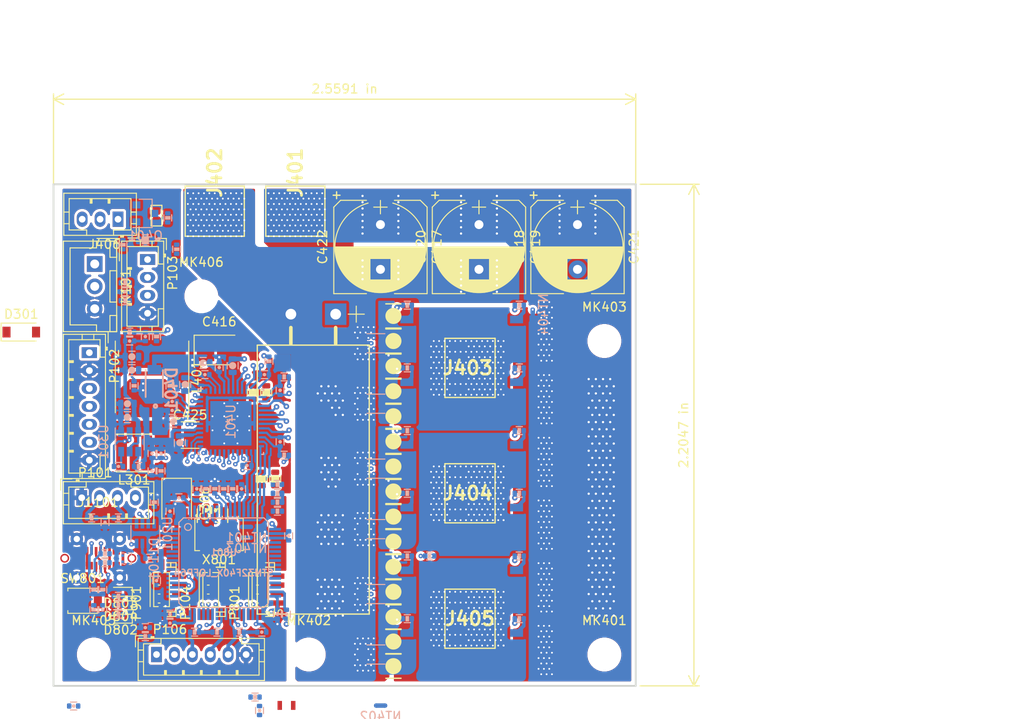
<source format=kicad_pcb>
(kicad_pcb (version 20171130) (host pcbnew "(5.1.4)-1")
  (layers (0 F.Cu signal) (1 In1.Cu power) (2 In2.Cu signal) (31 B.Cu power) (34 B.Paste user) (35 F.Paste user) (36 B.SilkS user) (37 F.SilkS user) (38 B.Mask user hide) (39 F.Mask user hide) (44 Edge.Cuts user))
  (net 0 "")
  (net 1 GND)
  (net 2 +3V3)
  (net 3 NRST)
  (net 4 SWDIO)
  (net 5 SWCLK)
  (net 6 "Net-(K101-Pad1)")
  (net 7 GNDD)
  (net 8 +BATT)
  (net 9 /drv_power_stage/buck_rcl)
  (net 10 "Net-(Q701-Pad2)")
  (net 11 "Net-(Q702-Pad2)")
  (net 12 "Net-(Q703-Pad2)")
  (net 13 "Net-(Q704-Pad2)")
  (net 14 GNDA)
  (net 15 /drv_power_stage/ENABLE)
  (net 16 /drv_power_stage/A_VSENSE)
  (net 17 /drv_power_stage/B_VSENSE)
  (net 18 /drv_power_stage/C_VSENSE)
  (net 19 "Net-(C201-Pad1)")
  (net 20 "Net-(C407-Pad2)")
  (net 21 /drv_power_stage/GDRV_VSENSE)
  (net 22 "Net-(K101-Pad2)")
  (net 23 /drv_power_stage/PHASE_B)
  (net 24 /drv_power_stage/PHASE_C)
  (net 25 /drv_power_stage/PHASE_A)
  (net 26 "Net-(Q601-Pad2)")
  (net 27 "Net-(Q602-Pad2)")
  (net 28 "Net-(Q603-Pad2)")
  (net 29 "Net-(Q604-Pad2)")
  (net 30 /drv_power_stage/A_ISENSE)
  (net 31 /drv_power_stage/B_ISENSE)
  (net 32 /drv_power_stage/C_ISENSE)
  (net 33 /Microcontroller/SERVO)
  (net 34 /Microcontroller/ADC_VBUS)
  (net 35 /Microcontroller/ADC_TEMP)
  (net 36 /Microcontroller/TEMP_MOTOR)
  (net 37 /drv_power_stage/power_phase_B/PR_SENSE)
  (net 38 /drv_power_stage/power_phase_B/NR_SENSE)
  (net 39 /drv_power_stage/power_phase_C/PR_SENSE)
  (net 40 /drv_power_stage/power_phase_C/NR_SENSE)
  (net 41 /drv_power_stage/power_phase_A/PR_SENSE)
  (net 42 /drv_power_stage/power_phase_A/NR_SENSE)
  (net 43 /Microcontroller/VCAP2)
  (net 44 /Microcontroller/VCAP1)
  (net 45 /CAN_tranciever/CANH)
  (net 46 /CAN_tranciever/CANL)
  (net 47 /Microcontroller/BRAKE_SW)
  (net 48 /Microcontroller/ADC_BRAKE)
  (net 49 /Microcontroller/ADC_THROTTLE)
  (net 50 /Microcontroller/USART1_RX)
  (net 51 /Microcontroller/USART1_TX)
  (net 52 /Microcontroller/SCL_2)
  (net 53 /Microcontroller/SDA_2)
  (net 54 /Microcontroller/HALL_3)
  (net 55 /Microcontroller/HALL_2)
  (net 56 /Microcontroller/HALL_1)
  (net 57 /Microcontroller/FAULT)
  (net 58 /drv_power_stage/power_phase_B/H_GATE)
  (net 59 /drv_power_stage/power_phase_B/L_GATE)
  (net 60 /drv_power_stage/power_phase_C/H_GATE)
  (net 61 /drv_power_stage/power_phase_C/L_GATE)
  (net 62 /drv_power_stage/power_phase_A/H_GATE)
  (net 63 /drv_power_stage/power_phase_A/L_GATE)
  (net 64 /Microcontroller/LED_GREEN)
  (net 65 /Microcontroller/LED_RED)
  (net 66 /Microcontroller/L3)
  (net 67 /Microcontroller/H3)
  (net 68 /Microcontroller/L2)
  (net 69 /Microcontroller/H2)
  (net 70 /Microcontroller/L1)
  (net 71 /Microcontroller/H1)
  (net 72 "Net-(C303-Pad2)")
  (net 73 "Net-(C303-Pad1)")
  (net 74 "Net-(C307-Pad2)")
  (net 75 "Net-(C407-Pad1)")
  (net 76 "Net-(Q501-Pad2)")
  (net 77 "Net-(Q502-Pad2)")
  (net 78 "Net-(Q503-Pad2)")
  (net 79 "Net-(Q504-Pad2)")
  (net 80 /drv_power_stage/vgls)
  (net 81 /drv_power_stage/dvdd)
  (net 82 /drv_power_stage/vdrain)
  (net 83 /drv_power_stage/vcp)
  (net 84 +15V)
  (net 85 /Microcontroller/BOOT_0)
  (net 86 /drv_power_stage/BK_VCC)
  (net 87 /drv_power_stage/BK_BST_C)
  (net 88 /drv_power_stage/BK_SW)
  (net 89 /drv_power_stage/pwr_ctl)
  (net 90 /drv_power_stage/BK_RT_SD)
  (net 91 /drv_power_stage/pwr_ctl_g)
  (net 92 "/USB-C connector/D-")
  (net 93 "/USB-C connector/D+")
  (net 94 "Net-(J1101-PadA4)")
  (net 95 "Net-(J1101-PadA6)")
  (net 96 "Net-(J1101-PadB5)")
  (net 97 "Net-(J1101-PadA7)")
  (net 98 "Net-(J1101-PadA5)")
  (net 99 /drv_power_stage/sw_led)
  (net 100 /drv_power_stage/batt_pwr_ctl)
  (net 101 /drv_power_stage/power_phase_C/NR_SENSE_R)
  (net 102 /drv_power_stage/power_phase_B/NR_SENSE_R)
  (net 103 /drv_power_stage/power_phase_A/NR_SENSE_R)
  (net 104 /DRV_MISO)
  (net 105 /DRV_MOSI)
  (net 106 /DRV_CLK)
  (net 107 /DRV_CS)
  (net 108 /NRF/Bluetooth/BLE_RX)
  (net 109 /NRF/Bluetooth/BLE_TX)
  (net 110 "Net-(R203-Pad1)")
  (net 111 /CAN_tranciever/CAN_TX)
  (net 112 /CAN_tranciever/CAN_RX)
  (net 113 "Net-(P102-Pad4)")
  (net 114 "Net-(P102-Pad3)")
  (net 115 "Net-(C412-Pad2)")
  (net 116 +3.3VA)
  (net 117 /Microcontroller/LED_BL_R)
  (net 118 /Microcontroller/LED_GN_R)
  (net 119 /Microcontroller/LED_RD_R)
  (net 120 /Microcontroller/AUX2_PWM)
  (net 121 /Microcontroller/AUX1_PWM)
  (net 122 /Microcontroller/REVERSE_SW)
  (net 123 /Microcontroller/XOSC_0)
  (net 124 /Microcontroller/XOSC_1)
  (module pkl_dipol:C_1210 (layer F.Cu) (at 142.45 121 180)
    (fp_text reference C706)
    (fp_text value "4.7uF ")
    (pad 2 smd roundrect (at 1.5 0 180) (size 1 2.4) (layers F.Cu F.Paste F.Mask) (net 7 GNDD))
    (pad 1 smd roundrect (at -1.5 0 180) (size 1 2.4) (layers F.Cu F.Paste F.Mask) (net 8 +BATT))
  )
  (module pkl_dipol:C_1210 (layer F.Cu) (at 142.45 123.8 180)
    (fp_text reference C705)
    (fp_text value "4.7uF ")
    (pad 2 smd roundrect (at 1.5 0 180) (size 1 2.4) (layers F.Cu F.Paste F.Mask) (net 7 GNDD))
    (pad 1 smd roundrect (at -1.5 0 180) (size 1 2.4) (layers F.Cu F.Paste F.Mask) (net 8 +BATT))
  )
  (module pkl_dipol:C_1210 (layer F.Cu) (at 142.45 129.4 180)
    (fp_text reference C704)
    (fp_text value "4.7uF ")
    (pad 2 smd roundrect (at 1.5 0 180) (size 1 2.4) (layers F.Cu F.Paste F.Mask) (net 7 GNDD))
    (pad 1 smd roundrect (at -1.5 0 180) (size 1 2.4) (layers F.Cu F.Paste F.Mask) (net 8 +BATT))
  )
  (module pkl_dipol:C_1210 (layer F.Cu) (at 142.45 126.6 180)
    (fp_text reference C703)
    (fp_text value "4.7uF ")
    (pad 2 smd roundrect (at 1.5 0 180) (size 1 2.4) (layers F.Cu F.Paste F.Mask) (net 7 GNDD))
    (pad 1 smd roundrect (at -1.5 0 180) (size 1 2.4) (layers F.Cu F.Paste F.Mask) (net 8 +BATT))
  )
  (module pkl_dipol:C_1210 (layer F.Cu) (at 142.45 118.2 180)
    (fp_text reference C702)
    (fp_text value "4.7uF ")
    (pad 2 smd roundrect (at 1.5 0 180) (size 1 2.4) (layers F.Cu F.Paste F.Mask) (net 7 GNDD))
    (pad 1 smd roundrect (at -1.5 0 180) (size 1 2.4) (layers F.Cu F.Paste F.Mask) (net 8 +BATT))
  )
  (module pkl_dipol:C_1210 (layer F.Cu) (at 142.45 135 180)
    (fp_text reference C606)
    (fp_text value "4.7uF ")
    (pad 2 smd roundrect (at 1.5 0 180) (size 1 2.4) (layers F.Cu F.Paste F.Mask) (net 7 GNDD))
    (pad 1 smd roundrect (at -1.5 0 180) (size 1 2.4) (layers F.Cu F.Paste F.Mask) (net 8 +BATT))
  )
  (module pkl_dipol:C_1210 (layer F.Cu) (at 142.45 137.8 180)
    (fp_text reference C605)
    (fp_text value "4.7uF ")
    (pad 2 smd roundrect (at 1.5 0 180) (size 1 2.4) (layers F.Cu F.Paste F.Mask) (net 7 GNDD))
    (pad 1 smd roundrect (at -1.5 0 180) (size 1 2.4) (layers F.Cu F.Paste F.Mask) (net 8 +BATT))
  )
  (module pkl_dipol:C_1210 (layer F.Cu) (at 142.45 143.4 180)
    (fp_text reference C604)
    (fp_text value "4.7uF ")
    (pad 2 smd roundrect (at 1.5 0 180) (size 1 2.4) (layers F.Cu F.Paste F.Mask) (net 7 GNDD))
    (pad 1 smd roundrect (at -1.5 0 180) (size 1 2.4) (layers F.Cu F.Paste F.Mask) (net 8 +BATT))
  )
  (module pkl_dipol:C_1210 (layer F.Cu) (at 142.45 140.6 180)
    (fp_text reference C603)
    (fp_text value "4.7uF ")
    (pad 2 smd roundrect (at 1.5 0 180) (size 1 2.4) (layers F.Cu F.Paste F.Mask) (net 7 GNDD))
    (pad 1 smd roundrect (at -1.5 0 180) (size 1 2.4) (layers F.Cu F.Paste F.Mask) (net 8 +BATT))
  )
  (module pkl_dipol:C_1210 (layer F.Cu) (at 142.45 132.2 180)
    (fp_text reference C602)
    (fp_text value "4.7uF ")
    (pad 2 smd roundrect (at 1.5 0 180) (size 1 2.4) (layers F.Cu F.Paste F.Mask) (net 7 GNDD))
    (pad 1 smd roundrect (at -1.5 0 180) (size 1 2.4) (layers F.Cu F.Paste F.Mask) (net 8 +BATT))
  )
  (module pkl_dipol:C_1210 (layer F.Cu) (at 142.45 149 180)
    (fp_text reference C506)
    (fp_text value "4.7uF ")
    (pad 2 smd roundrect (at 1.5 0 180) (size 1 2.4) (layers F.Cu F.Paste F.Mask) (net 7 GNDD))
    (pad 1 smd roundrect (at -1.5 0 180) (size 1 2.4) (layers F.Cu F.Paste F.Mask) (net 8 +BATT))
  )
  (module pkl_dipol:C_1210 (layer F.Cu) (at 142.45 151.8 180)
    (fp_text reference C505)
    (fp_text value "4.7uF ")
    (pad 2 smd roundrect (at 1.5 0 180) (size 1 2.4) (layers F.Cu F.Paste F.Mask) (net 7 GNDD))
    (pad 1 smd roundrect (at -1.5 0 180) (size 1 2.4) (layers F.Cu F.Paste F.Mask) (net 8 +BATT))
  )
  (module pkl_dipol:C_1210 (layer F.Cu) (at 142.45 157.3 180)
    (fp_text reference C504)
    (fp_text value "4.7uF ")
    (pad 2 smd roundrect (at 1.5 0 180) (size 1 2.4) (layers F.Cu F.Paste F.Mask) (net 7 GNDD))
    (pad 1 smd roundrect (at -1.5 0 180) (size 1 2.4) (layers F.Cu F.Paste F.Mask) (net 8 +BATT))
  )
  (module pkl_dipol:C_1210 (layer F.Cu) (at 142.45 154.55 180)
    (fp_text reference C503)
    (fp_text value "4.7uF ")
    (pad 2 smd roundrect (at 1.5 0 180) (size 1 2.4) (layers F.Cu F.Paste F.Mask) (net 7 GNDD))
    (pad 1 smd roundrect (at -1.5 0 180) (size 1 2.4) (layers F.Cu F.Paste F.Mask) (net 8 +BATT))
  )
  (module pkl_dipol:C_1210 (layer F.Cu) (at 142.45 146.2 180)
    (fp_text reference C502)
    (fp_text value "4.7uF ")
    (pad 2 smd roundrect (at 1.5 0 180) (size 1 2.4) (layers F.Cu F.Paste F.Mask) (net 7 GNDD))
    (pad 1 smd roundrect (at -1.5 0 180) (size 1 2.4) (layers F.Cu F.Paste F.Mask) (net 8 +BATT))
  )
  (module pkl_misc:PRQC (layer F.Cu) (at 122.25 140.5)
    (fp_text reference X802)
    (fp_text value "8MHz 10ppm")
    (pad 3 smd rect (at 1.2 0) (size 0.4 1.9) (layers F.Cu F.Paste F.Mask))
    (pad 2 smd rect (at 0 0) (size 0.4 1.9) (layers F.Cu F.Paste F.Mask))
    (pad 1 smd rect (at -1.2 0) (size 0.4 1.9) (layers F.Cu F.Paste F.Mask))
  )
  (module Capacitors_Tantalum_SMD:CP_Tantalum_Case-B_EIA-3528-21_Reflow (layer F.Cu) (at 123 122)
    (fp_text reference C416 (at 0 -3.15) (layer F.SilkS))
    (fp_text value "10uf, 25v")
    (pad 1 smd rect (at -1.525 0) (size 1.95 2.5) (layers F.Cu F.Paste F.Mask) (net 84 +15V))
    (pad 2 smd rect (at 1.525 0) (size 1.95 2.5) (layers F.Cu F.Paste F.Mask) (net 7 GNDD))
  )
  (module Capacitors_SMD:C_1210 (layer F.Cu) (at 119.75 131.5)
    (fp_text reference C425 (at 0 -2.25) (layer F.SilkS))
    (fp_text value "4.7uF ")
    (pad 1 smd rect (at -1.5 0) (size 1 2.5) (layers F.Cu F.Paste F.Mask) (net 8 +BATT))
    (pad 2 smd rect (at 1.5 0) (size 1 2.5) (layers F.Cu F.Paste F.Mask) (net 7 GNDD))
  )
  (module Inductors_SMD:L_Taiyo-Yuden_NR-40xx (layer F.Cu) (at 113.5 133.5 180)
    (fp_text reference L301 (at 0 -3) (layer F.SilkS))
    (fp_text value 4.7uH)
    (pad 1 smd rect (at -1.4 0 180) (size 1.2 3.9) (layers F.Cu F.Paste F.Mask) (net 2 +3V3))
    (pad 2 smd rect (at 1.4 0 180) (size 1.2 3.9) (layers F.Cu F.Paste F.Mask) (net 73 "Net-(C303-Pad1)"))
  )
  (module moxie-drive-custom:POWERDI123_1 (layer B.Cu) (at 115.75 125.75 270)
    (fp_text reference D401 (at 0.6 -1.93 90) (layer B.SilkS) (effects (font (size 1.27 1.27) (thickness 0.254)) (justify mirror)))
    (fp_text value DFLS1100-7 hide)
    (pad 2 smd rect (at -1.55 0 270) (size 1.05 1.5) (layers B.Cu B.Paste B.Mask) (net 7 GNDD))
    (pad 1 smd rect (at 0.825 0 180) (size 1.5 2.4) (layers B.Cu B.Paste B.Mask) (net 88 /drv_power_stage/BK_SW))
  )
  (module moxie-drive-custom:L_wurth-8065 (layer F.Cu) (at 115.5 125 270)
    (fp_text reference L401 (at 0 -5 90) (layer F.SilkS))
    (fp_text value 470uH)
    (pad 1 smd rect (at -3.1 0 270) (size 2.4 7.5) (layers F.Cu F.Paste F.Mask) (net 84 +15V))
    (pad 2 smd rect (at 3.1 0 270) (size 2.4 7.5) (layers F.Cu F.Paste F.Mask) (net 88 /drv_power_stage/BK_SW))
  )
  (module pkl_dipol:C_0603 (layer B.Cu) (at 112.75 128 180)
    (fp_text reference C308)
    (fp_text value 10uf)
    (pad 2 smd roundrect (at 0.75 0 180) (size 0.6 0.9) (layers B.Cu B.Paste B.Mask) (net 1 GND))
    (pad 1 smd roundrect (at -0.75 0 180) (size 0.6 0.9) (layers B.Cu B.Paste B.Mask) (net 84 +15V))
  )
  (module Connectors_JST:JST_SH_BM04B-SRSS-TB_04x1.00mm_Straight (layer F.Cu) (at 128.2375 148.75 90)
    (fp_text reference P801 (at -1.5 -3.5 90) (layer F.SilkS))
    (fp_text value SWD_DEBUG)
    (pad 1 smd rect (at -1.5 1.2625 90) (size 0.6 1.55) (layers F.Cu F.Paste F.Mask) (net 1 GND))
    (pad 2 smd rect (at -0.5 1.2625 90) (size 0.6 1.55) (layers F.Cu F.Paste F.Mask) (net 3 NRST))
    (pad 3 smd rect (at 0.5 1.2625 90) (size 0.6 1.55) (layers F.Cu F.Paste F.Mask) (net 4 SWDIO))
    (pad 4 smd rect (at 1.5 1.2625 90) (size 0.6 1.55) (layers F.Cu F.Paste F.Mask) (net 5 SWCLK))
    (pad "" smd rect (at -2.8 -1.2625 90) (size 1.2 1.8) (layers F.Cu F.Paste F.Mask))
    (pad "" smd rect (at 2.8 -1.2625 90) (size 1.2 1.8) (layers F.Cu F.Paste F.Mask))
  )
  (module pkl_connectors:SMD_Pad_Array-1_Pitch1mm (layer F.Cu) (at 131.26 161.68)
    (fp_text reference J102)
    (fp_text value Conn_01x01)
    (pad 1 smd rect (at 0 0) (size 0.5 1) (layers F.Cu F.Mask) (net 120 /Microcontroller/AUX2_PWM))
  )
  (module pkl_connectors:SMD_Pad_Array-1_Pitch1mm (layer F.Cu) (at 129.76 161.68)
    (fp_text reference J101)
    (fp_text value Conn_01x01)
    (pad 1 smd rect (at 0 0) (size 0.5 1) (layers F.Cu F.Mask) (net 121 /Microcontroller/AUX1_PWM))
  )
  (module pkl_connectors:USB_C_receptacle_vertical (layer F.Cu) (at 109.5 145.25)
    (fp_text reference J1101 (at 0 -6.25) (layer F.SilkS))
    (fp_text value USB_C_Receptacle)
    (pad "" np_thru_hole circle (at 3.75 0 180) (size 1 1) (drill 0.66) (layers F.Cu))
    (pad "" np_thru_hole circle (at -3.75 0) (size 1 1) (drill 0.66) (layers F.Cu))
    (pad S1 thru_hole circle (at -2.4 2.15) (size 1.4 1.4) (drill 0.7) (layers *.Cu *.Mask) (net 1 GND))
    (pad S1 thru_hole circle (at 2.4 -2.15) (size 1.4 1.4) (drill 0.7) (layers *.Cu *.Mask) (net 1 GND))
    (pad S1 thru_hole circle (at 2.4 2.15 180) (size 1.4 1.4) (drill 0.7) (layers *.Cu *.Mask) (net 1 GND))
    (pad B2 smd rect (at 2.25 0.83 180) (size 0.3 0.85) (layers F.Cu F.Paste F.Mask))
    (pad B3 smd rect (at 1.75 0.83 180) (size 0.3 0.85) (layers F.Cu F.Paste F.Mask))
    (pad B4 smd rect (at 1.25 0.83 180) (size 0.3 0.85) (layers F.Cu F.Paste F.Mask) (net 94 "Net-(J1101-PadA4)"))
    (pad B6 smd rect (at 0.25 0.83 180) (size 0.3 0.85) (layers F.Cu F.Paste F.Mask) (net 95 "Net-(J1101-PadA6)"))
    (pad B5 smd rect (at 0.75 0.83 180) (size 0.3 0.85) (layers F.Cu F.Paste F.Mask) (net 96 "Net-(J1101-PadB5)"))
    (pad B12 smd rect (at -2.75 0.83 180) (size 0.3 0.85) (layers F.Cu F.Paste F.Mask) (net 1 GND))
    (pad B11 smd rect (at -2.25 0.83 180) (size 0.3 0.85) (layers F.Cu F.Paste F.Mask))
    (pad B8 smd rect (at -0.75 0.83 180) (size 0.3 0.85) (layers F.Cu F.Paste F.Mask))
    (pad B10 smd rect (at -1.75 0.83 180) (size 0.3 0.85) (layers F.Cu F.Paste F.Mask))
    (pad B9 smd rect (at -1.25 0.83 180) (size 0.3 0.85) (layers F.Cu F.Paste F.Mask) (net 94 "Net-(J1101-PadA4)"))
    (pad B7 smd rect (at -0.25 0.83 180) (size 0.3 0.85) (layers F.Cu F.Paste F.Mask) (net 97 "Net-(J1101-PadA7)"))
    (pad B1 smd rect (at 2.75 0.83 180) (size 0.3 0.85) (layers F.Cu F.Paste F.Mask) (net 1 GND))
    (pad A8 smd rect (at 0.75 -0.83) (size 0.3 0.85) (layers F.Cu F.Paste F.Mask))
    (pad A9 smd rect (at 1.25 -0.83) (size 0.3 0.85) (layers F.Cu F.Paste F.Mask) (net 94 "Net-(J1101-PadA4)"))
    (pad A10 smd rect (at 1.75 -0.83) (size 0.3 0.85) (layers F.Cu F.Paste F.Mask))
    (pad A12 smd rect (at 2.75 -0.83) (size 0.3 0.85) (layers F.Cu F.Paste F.Mask) (net 1 GND))
    (pad A11 smd rect (at 2.25 -0.83) (size 0.3 0.85) (layers F.Cu F.Paste F.Mask))
    (pad A7 smd rect (at 0.25 -0.83) (size 0.3 0.85) (layers F.Cu F.Paste F.Mask) (net 97 "Net-(J1101-PadA7)"))
    (pad A6 smd rect (at -0.25 -0.83) (size 0.3 0.85) (layers F.Cu F.Paste F.Mask) (net 95 "Net-(J1101-PadA6)"))
    (pad A5 smd rect (at -0.75 -0.83) (size 0.3 0.85) (layers F.Cu F.Paste F.Mask) (net 98 "Net-(J1101-PadA5)"))
    (pad A4 smd rect (at -1.25 -0.83) (size 0.3 0.85) (layers F.Cu F.Paste F.Mask) (net 94 "Net-(J1101-PadA4)"))
    (pad A3 smd rect (at -1.75 -0.83) (size 0.3 0.85) (layers F.Cu F.Paste F.Mask))
    (pad A2 smd rect (at -2.25 -0.83) (size 0.3 0.85) (layers F.Cu F.Paste F.Mask))
    (pad A1 smd rect (at -2.75 -0.83) (size 0.3 0.85) (layers F.Cu F.Paste F.Mask) (net 1 GND))
    (pad S1 thru_hole circle (at -2.4 -2.15) (size 1.4 1.4) (drill 0.7) (layers *.Cu *.Mask) (net 1 GND))
  )
  (module pkl_dipol:R_0402 (layer B.Cu) (at 113.5 126 270)
    (fp_text reference R407)
    (fp_text value 57.6kΩ)
    (pad 2 smd roundrect (at 0.5 0 270) (size 0.5 0.6) (layers B.Cu B.Paste B.Mask) (net 88 /drv_power_stage/BK_SW))
    (pad 1 smd roundrect (at -0.5 0 270) (size 0.5 0.6) (layers B.Cu B.Paste B.Mask) (net 115 "Net-(C412-Pad2)"))
  )
  (module pkl_dipol:C_0402 (layer B.Cu) (at 113 121 180)
    (fp_text reference C415)
    (fp_text value 3nf)
    (pad 2 smd roundrect (at 0.5 0 180) (size 0.5 0.6) (layers B.Cu B.Paste B.Mask) (net 84 +15V))
    (pad 1 smd roundrect (at -0.5 0 180) (size 0.5 0.6) (layers B.Cu B.Paste B.Mask) (net 115 "Net-(C412-Pad2)"))
  )
  (module pkl_dipol:R_0402 (layer B.Cu) (at 129.5 140 180)
    (fp_text reference R106)
    (fp_text value 100Ω)
    (pad 2 smd roundrect (at 0.5 0 180) (size 0.5 0.6) (layers B.Cu B.Paste B.Mask) (net 113 "Net-(P102-Pad4)"))
    (pad 1 smd roundrect (at -0.5 0 180) (size 0.5 0.6) (layers B.Cu B.Paste B.Mask) (net 48 /Microcontroller/ADC_BRAKE))
  )
  (module pkl_dipol:R_0402 (layer B.Cu) (at 129.5 137 180)
    (fp_text reference R105)
    (fp_text value 100Ω)
    (pad 2 smd roundrect (at 0.5 0 180) (size 0.5 0.6) (layers B.Cu B.Paste B.Mask) (net 114 "Net-(P102-Pad3)"))
    (pad 1 smd roundrect (at -0.5 0 180) (size 0.5 0.6) (layers B.Cu B.Paste B.Mask) (net 49 /Microcontroller/ADC_THROTTLE))
  )
  (module Mounting_Holes:MountingHole_3.2mm_M3_DIN965 (layer F.Cu) (at 126.75 86)
    (fp_text reference MK404 (at 0 -3.8) (layer F.SilkS))
    (fp_text value Mounting_Hole)
    (pad 1 np_thru_hole circle (at 0 0) (size 3.2 3.2) (drill 3.2) (layers *.Cu *.Mask))
  )
  (module TO_SOT_Packages_SMD:SOT-23-8 (layer B.Cu) (at 114.75 142.5 90)
    (fp_text reference U201 (at 0 2.5 90) (layer B.SilkS) (effects (justify mirror)))
    (fp_text value MAX3051)
    (pad 1 smd rect (at -1.1 0.98 90) (size 1.06 0.4) (layers B.Cu B.Paste B.Mask) (net 111 /CAN_tranciever/CAN_TX))
    (pad 2 smd rect (at -1.1 0.33 90) (size 1.06 0.4) (layers B.Cu B.Paste B.Mask) (net 1 GND))
    (pad 3 smd rect (at -1.1 -0.33 90) (size 1.06 0.4) (layers B.Cu B.Paste B.Mask) (net 2 +3V3))
    (pad 4 smd rect (at -1.1 -0.98 90) (size 1.06 0.4) (layers B.Cu B.Paste B.Mask) (net 112 /CAN_tranciever/CAN_RX))
    (pad 5 smd rect (at 1.1 -0.98 90) (size 1.06 0.4) (layers B.Cu B.Paste B.Mask))
    (pad 6 smd rect (at 1.1 -0.33 90) (size 1.06 0.4) (layers B.Cu B.Paste B.Mask) (net 46 /CAN_tranciever/CANL))
    (pad 7 smd rect (at 1.1 0.33 90) (size 1.06 0.4) (layers B.Cu B.Paste B.Mask) (net 45 /CAN_tranciever/CANH))
    (pad 8 smd rect (at 1.1 0.98 90) (size 1.06 0.4) (layers B.Cu B.Paste B.Mask) (net 110 "Net-(R203-Pad1)"))
  )
  (module pkl_dipol:R_0402 (layer B.Cu) (at 115.75 139 90)
    (fp_text reference R203)
    (fp_text value 0R)
    (pad 2 smd roundrect (at 0.5 0 90) (size 0.5 0.6) (layers B.Cu B.Paste B.Mask) (net 1 GND))
    (pad 1 smd roundrect (at -0.5 0 90) (size 0.5 0.6) (layers B.Cu B.Paste B.Mask) (net 110 "Net-(R203-Pad1)"))
  )
  (module Connectors_JST:JST_SH_BM04B-SRSS-TB_04x1.00mm_Straight (layer F.Cu) (at 117.25 148.75 90)
    (fp_text reference P901 (at -1.5 -3.5 90) (layer F.SilkS))
    (fp_text value I2C)
    (pad 1 smd rect (at -1.5 1.2625 90) (size 0.6 1.55) (layers F.Cu F.Paste F.Mask) (net 1 GND))
    (pad 2 smd rect (at -0.5 1.2625 90) (size 0.6 1.55) (layers F.Cu F.Paste F.Mask) (net 2 +3V3))
    (pad 3 smd rect (at 0.5 1.2625 90) (size 0.6 1.55) (layers F.Cu F.Paste F.Mask) (net 109 /NRF/Bluetooth/BLE_TX))
    (pad 4 smd rect (at 1.5 1.2625 90) (size 0.6 1.55) (layers F.Cu F.Paste F.Mask) (net 108 /NRF/Bluetooth/BLE_RX))
    (pad "" smd rect (at -2.8 -1.2625 90) (size 1.2 1.8) (layers F.Cu F.Paste F.Mask))
    (pad "" smd rect (at 2.8 -1.2625 90) (size 1.2 1.8) (layers F.Cu F.Paste F.Mask))
  )
  (module pkl_dipol:R_0603 (layer B.Cu) (at 114.75 109.75)
    (fp_text reference R419)
    (fp_text value 500k)
    (pad 2 smd roundrect (at 0.75 0) (size 0.6 0.9) (layers B.Cu B.Paste B.Mask) (net 89 /drv_power_stage/pwr_ctl))
    (pad 1 smd roundrect (at -0.75 0) (size 0.6 0.9) (layers B.Cu B.Paste B.Mask) (net 91 /drv_power_stage/pwr_ctl_g))
  )
  (module TO_SOT_Packages_SMD:SOT-23 (layer B.Cu) (at 114.75 106.75)
    (fp_text reference Q401 (at 0 2.5) (layer B.SilkS) (effects (justify mirror)))
    (fp_text value Q_PNP_BCE)
    (pad 1 smd rect (at -1 0.95) (size 0.9 0.8) (layers B.Cu B.Paste B.Mask) (net 91 /drv_power_stage/pwr_ctl_g))
    (pad 2 smd rect (at -1 -0.95) (size 0.9 0.8) (layers B.Cu B.Paste B.Mask) (net 100 /drv_power_stage/batt_pwr_ctl))
    (pad 3 smd rect (at 1 0) (size 0.9 0.8) (layers B.Cu B.Paste B.Mask) (net 8 +BATT))
  )
  (module pkl_dipol:R_0402 (layer B.Cu) (at 124.5 137.5 90)
    (fp_text reference R415)
    (fp_text value 2.2kΩ)
    (pad 2 smd roundrect (at 0.5 0 90) (size 0.5 0.6) (layers B.Cu B.Paste B.Mask) (net 1 GND))
    (pad 1 smd roundrect (at -0.5 0 90) (size 0.5 0.6) (layers B.Cu B.Paste B.Mask) (net 34 /Microcontroller/ADC_VBUS))
  )
  (module pkl_dipol:R_0402 (layer B.Cu) (at 123.5 137.5 90)
    (fp_text reference R413)
    (fp_text value 2.2kΩ)
    (pad 2 smd roundrect (at 0.5 0 90) (size 0.5 0.6) (layers B.Cu B.Paste B.Mask) (net 1 GND))
    (pad 1 smd roundrect (at -0.5 0 90) (size 0.5 0.6) (layers B.Cu B.Paste B.Mask) (net 18 /drv_power_stage/C_VSENSE))
  )
  (module pkl_dipol:R_0402 (layer B.Cu) (at 122.5 137.5 90)
    (fp_text reference R411)
    (fp_text value 2.2kΩ)
    (pad 2 smd roundrect (at 0.5 0 90) (size 0.5 0.6) (layers B.Cu B.Paste B.Mask) (net 1 GND))
    (pad 1 smd roundrect (at -0.5 0 90) (size 0.5 0.6) (layers B.Cu B.Paste B.Mask) (net 17 /drv_power_stage/B_VSENSE))
  )
  (module pkl_dipol:R_0402 (layer B.Cu) (at 121.5 137.5 90)
    (fp_text reference R409)
    (fp_text value 2.2kΩ)
    (pad 2 smd roundrect (at 0.5 0 90) (size 0.5 0.6) (layers B.Cu B.Paste B.Mask) (net 1 GND))
    (pad 1 smd roundrect (at -0.5 0 90) (size 0.5 0.6) (layers B.Cu B.Paste B.Mask) (net 16 /drv_power_stage/A_VSENSE))
  )
  (module Connectors_JST:JST_SH_BM04B-SRSS-TB_04x1.00mm_Straight (layer F.Cu) (at 122.7375 148.75 90)
    (fp_text reference P104 (at -1.5 -3.5 90) (layer F.SilkS))
    (fp_text value I2C)
    (pad 1 smd rect (at -1.5 1.2625 90) (size 0.6 1.55) (layers F.Cu F.Paste F.Mask) (net 1 GND))
    (pad 2 smd rect (at -0.5 1.2625 90) (size 0.6 1.55) (layers F.Cu F.Paste F.Mask) (net 2 +3V3))
    (pad 3 smd rect (at 0.5 1.2625 90) (size 0.6 1.55) (layers F.Cu F.Paste F.Mask) (net 53 /Microcontroller/SDA_2))
    (pad 4 smd rect (at 1.5 1.2625 90) (size 0.6 1.55) (layers F.Cu F.Paste F.Mask) (net 52 /Microcontroller/SCL_2))
    (pad "" smd rect (at -2.8 -1.2625 90) (size 1.2 1.8) (layers F.Cu F.Paste F.Mask))
    (pad "" smd rect (at 2.8 -1.2625 90) (size 1.2 1.8) (layers F.Cu F.Paste F.Mask))
  )
  (module Locals:DRV8353RHRGZR (layer B.Cu) (at 124.3 130 270)
    (fp_text reference U401 (at 0 0 270) (layer B.SilkS) (effects (justify mirror)))
    (fp_text value DRV8353RSRGZT)
    (fp_text user * (at 0 0 270) (layer B.SilkS) (effects (justify mirror)))
    (pad 1 smd rect (at -3.400001 2.75 180) (size 0.24 0.599999) (layers B.Cu B.Paste B.Mask) (net 7 GNDD))
    (pad 2 smd rect (at -3.400001 2.250001 180) (size 0.24 0.599999) (layers B.Cu B.Paste B.Mask) (net 80 /drv_power_stage/vgls))
    (pad 3 smd rect (at -3.400001 1.749999 180) (size 0.24 0.599999) (layers B.Cu B.Paste B.Mask) (net 20 "Net-(C407-Pad2)"))
    (pad 4 smd rect (at -3.400001 1.25 180) (size 0.24 0.599999) (layers B.Cu B.Paste B.Mask) (net 75 "Net-(C407-Pad1)"))
    (pad 5 smd rect (at -3.400001 0.749998 180) (size 0.24 0.599999) (layers B.Cu B.Paste B.Mask) (net 84 +15V))
    (pad 6 smd rect (at -3.400001 0.25 180) (size 0.24 0.599999) (layers B.Cu B.Paste B.Mask) (net 82 /drv_power_stage/vdrain))
    (pad 7 smd rect (at -3.400001 -0.25 180) (size 0.24 0.599999) (layers B.Cu B.Paste B.Mask) (net 83 /drv_power_stage/vcp))
    (pad 8 smd rect (at -3.400001 -0.750001 180) (size 0.24 0.599999) (layers B.Cu B.Paste B.Mask) (net 62 /drv_power_stage/power_phase_A/H_GATE))
    (pad 9 smd rect (at -3.400001 -1.25 180) (size 0.24 0.599999) (layers B.Cu B.Paste B.Mask) (net 25 /drv_power_stage/PHASE_A))
    (pad 10 smd rect (at -3.400001 -1.750002 180) (size 0.24 0.599999) (layers B.Cu B.Paste B.Mask) (net 63 /drv_power_stage/power_phase_A/L_GATE))
    (pad 11 smd rect (at -3.400001 -2.250001 180) (size 0.24 0.599999) (layers B.Cu B.Paste B.Mask) (net 41 /drv_power_stage/power_phase_A/PR_SENSE))
    (pad 12 smd rect (at -3.400001 -2.75 180) (size 0.24 0.599999) (layers B.Cu B.Paste B.Mask) (net 42 /drv_power_stage/power_phase_A/NR_SENSE))
    (pad 13 smd rect (at -2.75 -3.400001 270) (size 0.24 0.599999) (layers B.Cu B.Paste B.Mask) (net 38 /drv_power_stage/power_phase_B/NR_SENSE))
    (pad 14 smd rect (at -2.250001 -3.400001 270) (size 0.24 0.599999) (layers B.Cu B.Paste B.Mask) (net 37 /drv_power_stage/power_phase_B/PR_SENSE))
    (pad 15 smd rect (at -1.749999 -3.400001 270) (size 0.24 0.599999) (layers B.Cu B.Paste B.Mask) (net 59 /drv_power_stage/power_phase_B/L_GATE))
    (pad 16 smd rect (at -1.25 -3.400001 270) (size 0.24 0.599999) (layers B.Cu B.Paste B.Mask) (net 23 /drv_power_stage/PHASE_B))
    (pad 17 smd rect (at -0.749998 -3.400001 270) (size 0.24 0.599999) (layers B.Cu B.Paste B.Mask) (net 58 /drv_power_stage/power_phase_B/H_GATE))
    (pad 18 smd rect (at -0.25 -3.400001 270) (size 0.24 0.599999) (layers B.Cu B.Paste B.Mask) (net 60 /drv_power_stage/power_phase_C/H_GATE))
    (pad 19 smd rect (at 0.25 -3.400001 270) (size 0.24 0.599999) (layers B.Cu B.Paste B.Mask) (net 24 /drv_power_stage/PHASE_C))
    (pad 20 smd rect (at 0.750001 -3.400001 270) (size 0.24 0.599999) (layers B.Cu B.Paste B.Mask) (net 61 /drv_power_stage/power_phase_C/L_GATE))
    (pad 21 smd rect (at 1.25 -3.400001 270) (size 0.24 0.599999) (layers B.Cu B.Paste B.Mask) (net 39 /drv_power_stage/power_phase_C/PR_SENSE))
    (pad 22 smd rect (at 1.750002 -3.400001 270) (size 0.24 0.599999) (layers B.Cu B.Paste B.Mask) (net 40 /drv_power_stage/power_phase_C/NR_SENSE))
    (pad 23 smd rect (at 2.250001 -3.400001 270) (size 0.24 0.599999) (layers B.Cu B.Paste B.Mask) (net 32 /drv_power_stage/C_ISENSE))
    (pad 24 smd rect (at 2.75 -3.400001 270) (size 0.24 0.599999) (layers B.Cu B.Paste B.Mask) (net 31 /drv_power_stage/B_ISENSE))
    (pad 25 smd rect (at 3.400001 -2.75 180) (size 0.24 0.599999) (layers B.Cu B.Paste B.Mask) (net 30 /drv_power_stage/A_ISENSE))
    (pad 26 smd rect (at 3.400001 -2.250001 180) (size 0.24 0.599999) (layers B.Cu B.Paste B.Mask) (net 116 +3.3VA))
    (pad 27 smd rect (at 3.400001 -1.750002 180) (size 0.24 0.599999) (layers B.Cu B.Paste B.Mask) (net 14 GNDA))
    (pad 28 smd rect (at 3.400001 -1.25 180) (size 0.24 0.599999) (layers B.Cu B.Paste B.Mask) (net 57 /Microcontroller/FAULT))
    (pad 29 smd rect (at 3.400001 -0.750001 180) (size 0.24 0.599999) (layers B.Cu B.Paste B.Mask) (net 104 /DRV_MISO))
    (pad 30 smd rect (at 3.400001 -0.25 180) (size 0.24 0.599999) (layers B.Cu B.Paste B.Mask) (net 105 /DRV_MOSI))
    (pad 31 smd rect (at 3.400001 0.25 180) (size 0.24 0.599999) (layers B.Cu B.Paste B.Mask) (net 106 /DRV_CLK))
    (pad 32 smd rect (at 3.400001 0.749998 180) (size 0.24 0.599999) (layers B.Cu B.Paste B.Mask) (net 107 /DRV_CS))
    (pad 33 smd rect (at 3.400001 1.25 180) (size 0.24 0.599999) (layers B.Cu B.Paste B.Mask) (net 15 /drv_power_stage/ENABLE))
    (pad 34 smd rect (at 3.400001 1.749999 180) (size 0.24 0.599999) (layers B.Cu B.Paste B.Mask) (net 71 /Microcontroller/H1))
    (pad 35 smd rect (at 3.400001 2.250001 180) (size 0.24 0.599999) (layers B.Cu B.Paste B.Mask) (net 70 /Microcontroller/L1))
    (pad 36 smd rect (at 3.400001 2.75 180) (size 0.24 0.599999) (layers B.Cu B.Paste B.Mask) (net 69 /Microcontroller/H2))
    (pad 37 smd rect (at 2.75 3.400001 270) (size 0.24 0.599999) (layers B.Cu B.Paste B.Mask) (net 68 /Microcontroller/L2))
    (pad 38 smd rect (at 2.250001 3.400001 270) (size 0.24 0.599999) (layers B.Cu B.Paste B.Mask) (net 67 /Microcontroller/H3))
    (pad 39 smd rect (at 1.750002 3.400001 270) (size 0.24 0.599999) (layers B.Cu B.Paste B.Mask) (net 66 /Microcontroller/L3))
    (pad 40 smd rect (at 1.25 3.400001 270) (size 0.24 0.599999) (layers B.Cu B.Paste B.Mask) (net 81 /drv_power_stage/dvdd))
    (pad 41 smd rect (at 0.750001 3.400001 270) (size 0.24 0.599999) (layers B.Cu B.Paste B.Mask) (net 1 GND))
    (pad 42 smd rect (at 0.25 3.400001 270) (size 0.24 0.599999) (layers B.Cu B.Paste B.Mask) (net 88 /drv_power_stage/BK_SW))
    (pad 43 smd rect (at -0.25 3.400001 270) (size 0.24 0.599999) (layers B.Cu B.Paste B.Mask) (net 8 +BATT))
    (pad 44 smd rect (at -0.749998 3.400001 270) (size 0.24 0.599999) (layers B.Cu B.Paste B.Mask) (net 86 /drv_power_stage/BK_VCC))
    (pad 45 smd rect (at -1.25 3.400001 270) (size 0.24 0.599999) (layers B.Cu B.Paste B.Mask) (net 87 /drv_power_stage/BK_BST_C))
    (pad 46 smd rect (at -1.749999 3.400001 270) (size 0.24 0.599999) (layers B.Cu B.Paste B.Mask) (net 9 /drv_power_stage/buck_rcl))
    (pad 47 smd rect (at -2.250001 3.400001 270) (size 0.24 0.599999) (layers B.Cu B.Paste B.Mask) (net 90 /drv_power_stage/BK_RT_SD))
    (pad 48 smd rect (at -2.75 3.400001 270) (size 0.24 0.599999) (layers B.Cu B.Paste B.Mask) (net 21 /drv_power_stage/GDRV_VSENSE))
    (pad 49 smd rect (at 0.188001 0 270) (size 4.974999 4.600001) (layers B.Cu B.Mask) (net 7 GNDD))
    (pad 49 thru_hole circle (at -2.050001 0.740001 270) (size 0.499999 0.499999) (drill 0.2032) (layers *.Cu *.Mask) (net 7 GNDD))
    (pad 49 thru_hole circle (at -2.050001 -0.740001 270) (size 0.499999 0.499999) (drill 0.2032) (layers *.Cu *.Mask) (net 7 GNDD))
    (pad 49 thru_hole circle (at -0.596999 -2.050001 270) (size 0.499999 0.499999) (drill 0.2032) (layers *.Cu *.Mask) (net 7 GNDD))
    (pad 49 thru_hole circle (at -0.596999 -0.740001 270) (size 0.499999 0.499999) (drill 0.2032) (layers *.Cu *.Mask) (net 7 GNDD))
    (pad 49 thru_hole circle (at -0.596999 0.740001 270) (size 0.499999 0.499999) (drill 0.2032) (layers *.Cu *.Mask) (net 7 GNDD))
    (pad 49 thru_hole circle (at 2.426 -0.740001 270) (size 0.499999 0.499999) (drill 0.2032) (layers *.Cu *.Mask) (net 7 GNDD))
    (pad 49 thru_hole circle (at 2.426 0.740001 270) (size 0.499999 0.499999) (drill 0.2032) (layers *.Cu *.Mask) (net 7 GNDD))
    (pad 49 thru_hole circle (at 0.973 -2.050001 270) (size 0.499999 0.499999) (drill 0.2032) (layers *.Cu *.Mask) (net 7 GNDD))
    (pad 49 thru_hole circle (at 0.973 -0.740001 270) (size 0.499999 0.499999) (drill 0.2032) (layers *.Cu *.Mask) (net 7 GNDD))
    (pad 49 thru_hole circle (at 0.973 0.740001 270) (size 0.499999 0.499999) (drill 0.2032) (layers *.Cu *.Mask) (net 7 GNDD))
    (pad 49 thru_hole circle (at -0.596999 2.050001 270) (size 0.499999 0.499999) (drill 0.2032) (layers *.Cu *.Mask) (net 7 GNDD))
    (pad 49 thru_hole circle (at 0.973 2.050001 270) (size 0.499999 0.499999) (drill 0.2032) (layers *.Cu *.Mask) (net 7 GNDD))
  )
  (module Connectors_JST:JST_XH_B03B-XH-A_03x2.50mm_Straight (layer F.Cu) (at 109.1 112.4 270)
    (fp_text reference K101 (at 2.5 -3.5 90) (layer F.SilkS))
    (fp_text value SERVO)
    (pad 1 thru_hole rect (at 0 0 270) (size 1.75 1.75) (drill 1) (layers *.Cu *.Mask) (net 6 "Net-(K101-Pad1)"))
    (pad 2 thru_hole circle (at 2.5 0 270) (size 1.75 1.75) (drill 1) (layers *.Cu *.Mask) (net 22 "Net-(K101-Pad2)"))
    (pad 3 thru_hole circle (at 5 0 270) (size 1.75 1.75) (drill 1) (layers *.Cu *.Mask) (net 1 GND))
  )
  (module Connectors_JST:JST_PH_B3B-PH-K_03x2.00mm_Straight (layer F.Cu) (at 111.7 107.4 180)
    (fp_text reference J406 (at 1.5 -2.8) (layer F.SilkS))
    (fp_text value Conn_01x03)
    (pad 1 thru_hole rect (at 0 0 180) (size 1.2 1.7) (drill 0.75) (layers *.Cu *.Mask) (net 99 /drv_power_stage/sw_led))
    (pad 2 thru_hole oval (at 2 0 180) (size 1.2 1.7) (drill 0.75) (layers *.Cu *.Mask) (net 7 GNDD))
    (pad 3 thru_hole oval (at 4 0 180) (size 1.2 1.7) (drill 0.75) (layers *.Cu *.Mask) (net 89 /drv_power_stage/pwr_ctl))
  )
  (module pkl_dipol:R_0402 (layer B.Cu) (at 109 148.75 270)
    (fp_text reference R1104)
    (fp_text value 5.1k)
    (pad 1 smd roundrect (at -0.5 0 270) (size 0.5 0.6) (layers B.Cu B.Paste B.Mask) (net 98 "Net-(J1101-PadA5)"))
    (pad 2 smd roundrect (at 0.5 0 270) (size 0.5 0.6) (layers B.Cu B.Paste B.Mask) (net 1 GND))
  )
  (module pkl_dipol:R_0402 (layer B.Cu) (at 110 148.75 270)
    (fp_text reference R1103)
    (fp_text value 5.1k)
    (pad 1 smd roundrect (at -0.5 0 270) (size 0.5 0.6) (layers B.Cu B.Paste B.Mask) (net 96 "Net-(J1101-PadB5)"))
    (pad 2 smd roundrect (at 0.5 0 270) (size 0.5 0.6) (layers B.Cu B.Paste B.Mask) (net 1 GND))
  )
  (module pkl_dipol:R_0402 (layer B.Cu) (at 110.25 145.75 180)
    (fp_text reference R1102)
    (fp_text value 22R)
    (pad 1 smd roundrect (at -0.5 0 180) (size 0.5 0.6) (layers B.Cu B.Paste B.Mask) (net 93 "/USB-C connector/D+"))
    (pad 2 smd roundrect (at 0.5 0 180) (size 0.5 0.6) (layers B.Cu B.Paste B.Mask) (net 95 "Net-(J1101-PadA6)"))
  )
  (module pkl_dipol:R_0402 (layer B.Cu) (at 110.25 144.75 180)
    (fp_text reference R1101)
    (fp_text value 22R)
    (pad 1 smd roundrect (at -0.5 0 180) (size 0.5 0.6) (layers B.Cu B.Paste B.Mask) (net 92 "/USB-C connector/D-"))
    (pad 2 smd roundrect (at 0.5 0 180) (size 0.5 0.6) (layers B.Cu B.Paste B.Mask) (net 97 "Net-(J1101-PadA7)"))
  )
  (module digikey-footprints:SOT-3 (layer B.Cu) (at 112.65 145.3 90)
    (fp_text reference D1101 (at -0.025 3.075 90) (layer B.SilkS) (effects (justify mirror)))
    (fp_text value TPD2EUSB30DRTR)
    (pad 1 smd rect (at -0.35 -0.425 90) (size 0.3 0.3) (layers B.Cu B.Paste B.Mask) (net 93 "/USB-C connector/D+"))
    (pad 3 smd rect (at 0 0.425 90) (size 0.3 0.3) (layers B.Cu B.Paste B.Mask) (net 1 GND))
    (pad 2 smd rect (at 0.35 -0.425 90) (size 0.3 0.3) (layers B.Cu B.Paste B.Mask) (net 92 "/USB-C connector/D-"))
  )
  (module moxie-drive-custom:CP_Radial_D12.5mm_P5.00mm_horiz (layer F.Cu) (at 136 118 180)
    (fp_text reference C414)
    (fp_text value 560uF)
    (pad 1 thru_hole rect (at 0 0 180) (size 2.4 2.4) (drill 1.2) (layers *.Cu *.Mask) (net 8 +BATT))
    (pad 2 thru_hole circle (at 5 0 180) (size 2.4 2.4) (drill 1.2) (layers *.Cu *.Mask) (net 7 GNDD))
  )
  (module Buttons_Switches_SMD:SW_SPST_B3U-1000P (layer F.Cu) (at 107.75 150)
    (fp_text reference SW801 (at 0 -2.5) (layer F.SilkS))
    (fp_text value SW_Push)
    (pad 1 smd rect (at -1.7 0) (size 0.9 1.7) (layers F.Cu F.Paste F.Mask) (net 85 /Microcontroller/BOOT_0))
    (pad 2 smd rect (at 1.7 0) (size 0.9 1.7) (layers F.Cu F.Paste F.Mask) (net 2 +3V3))
  )
  (module pkl_dipol:R_0402 (layer B.Cu) (at 109 151 270)
    (fp_text reference R804)
    (fp_text value 10k)
    (pad 2 smd roundrect (at 0.5 0 270) (size 0.5 0.6) (layers B.Cu B.Paste B.Mask) (net 1 GND))
    (pad 1 smd roundrect (at -0.5 0 270) (size 0.5 0.6) (layers B.Cu B.Paste B.Mask) (net 85 /Microcontroller/BOOT_0))
  )
  (module pkl_dipol:R_0402 (layer B.Cu) (at 112.25 110.25 270)
    (fp_text reference R420)
    (fp_text value 100)
    (pad 2 smd roundrect (at 0.5 0 270) (size 0.5 0.6) (layers B.Cu B.Paste B.Mask) (net 84 +15V))
    (pad 1 smd roundrect (at -0.5 0 270) (size 0.5 0.6) (layers B.Cu B.Paste B.Mask) (net 99 /drv_power_stage/sw_led))
  )
  (module pkl_dipol:C_0402 (layer B.Cu) (at 110 151 90)
    (fp_text reference C813)
    (fp_text value 100n)
    (pad 2 smd roundrect (at 0.5 0 90) (size 0.5 0.6) (layers B.Cu B.Paste B.Mask) (net 85 /Microcontroller/BOOT_0))
    (pad 1 smd roundrect (at -0.5 0 90) (size 0.5 0.6) (layers B.Cu B.Paste B.Mask) (net 1 GND))
  )
  (module Diodes_SMD:D_SOD-123 (layer F.Cu) (at 100.9 120)
    (fp_text reference D301 (at 0 -2 180) (layer F.SilkS))
    (fp_text value 1.5KExxA)
    (pad 1 smd rect (at -1.65 0) (size 0.9 1.2) (layers F.Cu F.Paste F.Mask) (net 2 +3V3))
    (pad 2 smd rect (at 1.65 0) (size 0.9 1.2) (layers F.Cu F.Paste F.Mask) (net 1 GND))
  )
  (module pkl_dipol:C_0603 (layer B.Cu) (at 113.25 124.25)
    (fp_text reference C413)
    (fp_text value 10uF)
    (pad 2 smd roundrect (at 0.75 0) (size 0.6 0.9) (layers B.Cu B.Paste B.Mask) (net 7 GNDD))
    (pad 1 smd roundrect (at -0.75 0) (size 0.6 0.9) (layers B.Cu B.Paste B.Mask) (net 84 +15V))
  )
  (module pkl_dipol:C_0402 (layer B.Cu) (at 123 123.95 90)
    (fp_text reference C403)
    (fp_text value 0.1uF)
    (pad 2 smd roundrect (at 0.5 0 90) (size 0.5 0.6) (layers B.Cu B.Paste B.Mask) (net 7 GNDD))
    (pad 1 smd roundrect (at -0.5 0 90) (size 0.5 0.6) (layers B.Cu B.Paste B.Mask) (net 84 +15V))
  )
  (module pkl_dipol:C_0603 (layer B.Cu) (at 113.25 122.75)
    (fp_text reference C402)
    (fp_text value 10uF)
    (pad 2 smd roundrect (at 0.75 0) (size 0.6 0.9) (layers B.Cu B.Paste B.Mask) (net 7 GNDD))
    (pad 1 smd roundrect (at -0.75 0) (size 0.6 0.9) (layers B.Cu B.Paste B.Mask) (net 84 +15V))
  )
  (module pkl_dipol:C_0603 (layer B.Cu) (at 121.2 123.45 180)
    (fp_text reference C401)
    (fp_text value 10uF)
    (pad 2 smd roundrect (at 0.75 0 180) (size 0.6 0.9) (layers B.Cu B.Paste B.Mask) (net 7 GNDD))
    (pad 1 smd roundrect (at -0.75 0 180) (size 0.6 0.9) (layers B.Cu B.Paste B.Mask) (net 84 +15V))
  )
  (module pkl_dipol:R_0402 (layer B.Cu) (at 117.25 107.25 270)
    (fp_text reference R418)
    (fp_text value 10k)
    (pad 2 smd roundrect (at 0.5 0 270) (size 0.5 0.6) (layers B.Cu B.Paste B.Mask) (net 91 /drv_power_stage/pwr_ctl_g))
    (pad 1 smd roundrect (at -0.5 0 270) (size 0.5 0.6) (layers B.Cu B.Paste B.Mask) (net 8 +BATT))
  )
  (module pkl_jumpers:J_0603 (layer F.Cu) (at 116 107 90)
    (fp_text reference JP401)
    (fp_text value pwr_ctl_byp)
    (pad 2 smd roundrect (at 0.575 0 90) (size 0.95 0.9) (layers F.Cu F.Mask) (net 100 /drv_power_stage/batt_pwr_ctl))
    (pad 1 smd roundrect (at -0.575 0 90) (size 0.95 0.9) (layers F.Cu F.Mask) (net 8 +BATT))
  )
  (module Mounting_Holes:MountingHole_3.2mm_M3_DIN965 (layer F.Cu) (at 121 116)
    (fp_text reference MK406 (at 0 -3.8) (layer F.SilkS))
    (fp_text value Mounting_Hole)
    (pad 1 np_thru_hole circle (at 0 0) (size 3.2 3.2) (drill 3.2) (layers *.Cu *.Mask))
  )
  (module Mounting_Holes:MountingHole_3.2mm_M3_DIN965 (layer F.Cu) (at 109 156)
    (fp_text reference MK405 (at 0 -3.8) (layer F.SilkS))
    (fp_text value Mounting_Hole)
    (pad 1 np_thru_hole circle (at 0 0) (size 3.2 3.2) (drill 3.2) (layers *.Cu *.Mask))
  )
  (module Mounting_Holes:MountingHole_3.2mm_M3_DIN965 (layer F.Cu) (at 166 121)
    (fp_text reference MK403 (at 0 -3.8) (layer F.SilkS))
    (fp_text value Mounting_Hole)
    (pad 1 np_thru_hole circle (at 0 0) (size 3.2 3.2) (drill 3.2) (layers *.Cu *.Mask))
  )
  (module Mounting_Holes:MountingHole_3.2mm_M3_DIN965 (layer F.Cu) (at 133 156)
    (fp_text reference MK402 (at 0 -3.8) (layer F.SilkS))
    (fp_text value Mounting_Hole)
    (pad 1 np_thru_hole circle (at 0 0) (size 3.2 3.2) (drill 3.2) (layers *.Cu *.Mask))
  )
  (module Mounting_Holes:MountingHole_3.2mm_M3_DIN965 (layer F.Cu) (at 166 156)
    (fp_text reference MK401 (at 0 -3.8) (layer F.SilkS))
    (fp_text value Mounting_Hole)
    (pad 1 np_thru_hole circle (at 0 0) (size 3.2 3.2) (drill 3.2) (layers *.Cu *.Mask))
  )
  (module Capacitors_THT:CP_Radial_D10.0mm_P5.00mm (layer F.Cu) (at 163 108 270)
    (fp_text reference C421 (at 2.5 -6.31 90) (layer F.SilkS))
    (fp_text value 56uF)
    (pad 1 thru_hole rect (at 0 0 270) (size 2 2) (drill 1) (layers *.Cu *.Mask) (net 8 +BATT))
    (pad 2 thru_hole circle (at 5 0 270) (size 2 2) (drill 1) (layers *.Cu *.Mask) (net 7 GNDD))
  )
  (module Capacitors_THT:CP_Radial_D10.0mm_P5.00mm (layer F.Cu) (at 152 108 270)
    (fp_text reference C419 (at 2.5 -6.31 90) (layer F.SilkS))
    (fp_text value 56uF)
    (pad 1 thru_hole rect (at 0 0 270) (size 2 2) (drill 1) (layers *.Cu *.Mask) (net 8 +BATT))
    (pad 2 thru_hole circle (at 5 0 270) (size 2 2) (drill 1) (layers *.Cu *.Mask) (net 7 GNDD))
  )
  (module Capacitors_THT:CP_Radial_D10.0mm_P5.00mm (layer F.Cu) (at 141 108 270)
    (fp_text reference C417 (at 2.5 -6.31 90) (layer F.SilkS))
    (fp_text value 56uF)
    (pad 1 thru_hole rect (at 0 0 270) (size 2 2) (drill 1) (layers *.Cu *.Mask) (net 8 +BATT))
    (pad 2 thru_hole circle (at 5 0 270) (size 2 2) (drill 1) (layers *.Cu *.Mask) (net 7 GNDD))
  )
  (module NetTie:NetTie-2_SMD_Pad0.5mm (layer B.Cu) (at 158 118 90)
    (fp_text reference NT404 (at 0 1.2 90) (layer B.SilkS) (effects (justify mirror)))
    (fp_text value Net-Tie_2)
    (fp_poly (pts (xy -0.5 0.25) (xy 0.5 0.25) (xy 0.5 -0.25) (xy -0.5 -0.25)) (layer B.Cu) (width 0))
    (pad 1 smd circle (at -0.5 0 90) (size 0.5 0.5) (layers B.Cu) (net 8 +BATT))
    (pad 2 smd circle (at 0.5 0 90) (size 0.5 0.5) (layers B.Cu) (net 82 /drv_power_stage/vdrain))
  )
  (module crf1:1PAD_6x5mm (layer F.Cu) (at 151 152 90)
    (fp_text reference J405 (at 0 0 180) (layer F.SilkS) (effects (font (size 1.524 1.524) (thickness 0.3048))))
    (fp_text value C hide)
    (pad 1 smd rect (at 0 0 90) (size 6 5) (layers F.Cu F.Paste F.Mask) (net 24 /drv_power_stage/PHASE_C))
  )
  (module crf1:1PAD_6x5mm (layer F.Cu) (at 151 138 90)
    (fp_text reference J404 (at 0 -0.25 180) (layer F.SilkS) (effects (font (size 1.524 1.524) (thickness 0.3048))))
    (fp_text value B hide)
    (pad 1 smd rect (at 0 0 90) (size 6 5) (layers F.Cu F.Paste F.Mask) (net 23 /drv_power_stage/PHASE_B))
  )
  (module crf1:1PAD_6x5mm (layer F.Cu) (at 151 124 90)
    (fp_text reference J403 (at 0 -0.25 180) (layer F.SilkS) (effects (font (size 1.524 1.524) (thickness 0.3048))))
    (fp_text value A hide)
    (pad 1 smd rect (at 0 0 90) (size 6 5) (layers F.Cu F.Paste F.Mask) (net 25 /drv_power_stage/PHASE_A))
  )
  (module crf1:1PAD_6x5mm (layer F.Cu) (at 122.5 106.5)
    (fp_text reference J402 (at 0 -4.3 270) (layer F.SilkS) (effects (font (size 1.524 1.524) (thickness 0.3048))))
    (fp_text value Gnd hide)
    (pad 1 smd rect (at 0 0) (size 6 5) (layers F.Cu F.Paste F.Mask) (net 7 GNDD))
  )
  (module crf1:1PAD_6x5mm (layer F.Cu) (at 131.5 106.5)
    (fp_text reference J401 (at 0 -4.3 270) (layer F.SilkS) (effects (font (size 1.524 1.524) (thickness 0.3048))))
    (fp_text value +Vbat hide)
    (pad 1 smd rect (at 0 0) (size 6 5) (layers F.Cu F.Paste F.Mask) (net 8 +BATT))
  )
  (module Capacitors_SMD:CP_Elec_10x10.5 (layer F.Cu) (at 163 110.5 270)
    (fp_text reference C418 (at 0 6.46 90) (layer F.SilkS))
    (fp_text value 20uF)
    (fp_text user + (at -5.78 4.97 90) (layer F.SilkS))
    (pad 1 smd rect (at -4 0 90) (size 4 2.5) (layers F.Cu F.Paste F.Mask) (net 8 +BATT))
    (pad 2 smd rect (at 4 0 90) (size 4 2.5) (layers F.Cu F.Paste F.Mask) (net 7 GNDD))
  )
  (module pkl_dipol:C_0402 (layer B.Cu) (at 126.1 134.9 180)
    (fp_text reference C406)
    (fp_text value 2.2uF)
    (pad 1 smd roundrect (at -0.5 0 180) (size 0.5 0.6) (layers B.Cu B.Paste B.Mask) (net 116 +3.3VA))
    (pad 2 smd roundrect (at 0.5 0 180) (size 0.5 0.6) (layers B.Cu B.Paste B.Mask) (net 14 GNDA))
  )
  (module pkl_dipol:C_0603 (layer B.Cu) (at 117.9 130 180)
    (fp_text reference C404)
    (fp_text value 0.1uF)
    (pad 1 smd roundrect (at -0.75 0 180) (size 0.6 0.9) (layers B.Cu B.Paste B.Mask) (net 8 +BATT))
    (pad 2 smd roundrect (at 0.75 0 180) (size 0.6 0.9) (layers B.Cu B.Paste B.Mask) (net 7 GNDD))
  )
  (module Capacitors_SMD:CP_Elec_10x10.5 (layer F.Cu) (at 141 110.5 270)
    (fp_text reference C422 (at 0 6.46 90) (layer F.SilkS))
    (fp_text value 20uF)
    (fp_text user + (at -5.78 4.97 90) (layer F.SilkS))
    (pad 1 smd rect (at -4 0 90) (size 4 2.5) (layers F.Cu F.Paste F.Mask) (net 8 +BATT))
    (pad 2 smd rect (at 4 0 90) (size 4 2.5) (layers F.Cu F.Paste F.Mask) (net 7 GNDD))
  )
  (module Capacitors_SMD:CP_Elec_10x10.5 (layer F.Cu) (at 152 110.5 270)
    (fp_text reference C420 (at 0 6.46 90) (layer F.SilkS))
    (fp_text value 20uF)
    (fp_text user + (at -5.78 4.97 90) (layer F.SilkS))
    (pad 1 smd rect (at -4 0 90) (size 4 2.5) (layers F.Cu F.Paste F.Mask) (net 8 +BATT))
    (pad 2 smd rect (at 4 0 90) (size 4 2.5) (layers F.Cu F.Paste F.Mask) (net 7 GNDD))
  )
  (module pkl_dipol:R_0402 (layer B.Cu) (at 114 135)
    (fp_text reference R303)
    (fp_text value "10k 0.1%")
    (pad 2 smd roundrect (at 0.5 0) (size 0.5 0.6) (layers B.Cu B.Paste B.Mask) (net 1 GND))
    (pad 1 smd roundrect (at -0.5 0) (size 0.5 0.6) (layers B.Cu B.Paste B.Mask) (net 74 "Net-(C307-Pad2)"))
  )
  (module pkl_dipol:R_0402 (layer B.Cu) (at 116.5 135.5 270)
    (fp_text reference R302)
    (fp_text value "R33.2k 0.1%")
    (pad 2 smd roundrect (at 0.5 0 270) (size 0.5 0.6) (layers B.Cu B.Paste B.Mask) (net 74 "Net-(C307-Pad2)"))
    (pad 1 smd roundrect (at -0.5 0 270) (size 0.5 0.6) (layers B.Cu B.Paste B.Mask) (net 2 +3V3))
  )
  (module pkl_dipol:C_0402 (layer B.Cu) (at 127.5 162.25 270)
    (fp_text reference C423)
    (fp_text value 100nf)
    (pad 2 smd roundrect (at 0.5 0 270) (size 0.5 0.6) (layers B.Cu B.Paste B.Mask) (net 1 GND))
    (pad 1 smd roundrect (at -0.5 0 270) (size 0.5 0.6) (layers B.Cu B.Paste B.Mask) (net 35 /Microcontroller/ADC_TEMP))
  )
  (module pkl_dipol:C_0402 (layer B.Cu) (at 115.5 135.5 270)
    (fp_text reference C307)
    (fp_text value NP)
    (pad 2 smd roundrect (at 0.5 0 270) (size 0.5 0.6) (layers B.Cu B.Paste B.Mask) (net 74 "Net-(C307-Pad2)"))
    (pad 1 smd roundrect (at -0.5 0 270) (size 0.5 0.6) (layers B.Cu B.Paste B.Mask) (net 2 +3V3))
  )
  (module pkl_dipol:C_0402 (layer B.Cu) (at 116.5 133.55 90)
    (fp_text reference C305)
    (fp_text value 2.2uf)
    (pad 2 smd roundrect (at 0.5 0 90) (size 0.5 0.6) (layers B.Cu B.Paste B.Mask) (net 1 GND))
    (pad 1 smd roundrect (at -0.5 0 90) (size 0.5 0.6) (layers B.Cu B.Paste B.Mask) (net 2 +3V3))
  )
  (module pkl_dipol:C_0402 (layer B.Cu) (at 115.5 133.55 90)
    (fp_text reference C304)
    (fp_text value 2.2uf)
    (pad 2 smd roundrect (at 0.5 0 90) (size 0.5 0.6) (layers B.Cu B.Paste B.Mask) (net 1 GND))
    (pad 1 smd roundrect (at -0.5 0 90) (size 0.5 0.6) (layers B.Cu B.Paste B.Mask) (net 2 +3V3))
  )
  (module pkl_dipol:C_0402 (layer B.Cu) (at 111.75 135)
    (fp_text reference C303)
    (fp_text value 100nf)
    (pad 2 smd roundrect (at 0.5 0) (size 0.5 0.6) (layers B.Cu B.Paste B.Mask) (net 72 "Net-(C303-Pad2)"))
    (pad 1 smd roundrect (at -0.5 0) (size 0.5 0.6) (layers B.Cu B.Paste B.Mask) (net 73 "Net-(C303-Pad1)"))
  )
  (module pkl_dipol:C_0603 (layer B.Cu) (at 112.75 129.5 180)
    (fp_text reference C301)
    (fp_text value 10uf)
    (pad 2 smd roundrect (at 0.75 0 180) (size 0.6 0.9) (layers B.Cu B.Paste B.Mask) (net 1 GND))
    (pad 1 smd roundrect (at -0.75 0 180) (size 0.6 0.9) (layers B.Cu B.Paste B.Mask) (net 84 +15V))
  )
  (module Resistors_SMD:R_1206 (layer B.Cu) (at 140.5 121.25 180)
    (fp_text reference R707 hide)
    (fp_text value 1mΩ hide)
    (pad 1 smd rect (at -1.45 0 180) (size 0.9 1.7) (layers B.Cu B.Paste B.Mask) (net 41 /drv_power_stage/power_phase_A/PR_SENSE))
    (pad 2 smd rect (at 1.45 0 180) (size 0.9 1.7) (layers B.Cu B.Paste B.Mask) (net 7 GNDD))
  )
  (module Resistors_SMD:R_1206 (layer B.Cu) (at 140.5 128 180)
    (fp_text reference R706 hide)
    (fp_text value 1mΩ hide)
    (pad 1 smd rect (at -1.45 0 180) (size 0.9 1.7) (layers B.Cu B.Paste B.Mask) (net 41 /drv_power_stage/power_phase_A/PR_SENSE))
    (pad 2 smd rect (at 1.45 0 180) (size 0.9 1.7) (layers B.Cu B.Paste B.Mask) (net 7 GNDD))
  )
  (module Resistors_SMD:R_1206 (layer B.Cu) (at 140.5 135.25 180)
    (fp_text reference R607 hide)
    (fp_text value 1mΩ hide)
    (pad 1 smd rect (at -1.45 0 180) (size 0.9 1.7) (layers B.Cu B.Paste B.Mask) (net 37 /drv_power_stage/power_phase_B/PR_SENSE))
    (pad 2 smd rect (at 1.45 0 180) (size 0.9 1.7) (layers B.Cu B.Paste B.Mask) (net 7 GNDD))
  )
  (module Resistors_SMD:R_1206 (layer B.Cu) (at 140.5 142 180)
    (fp_text reference R606 hide)
    (fp_text value 1mΩ hide)
    (pad 1 smd rect (at -1.45 0 180) (size 0.9 1.7) (layers B.Cu B.Paste B.Mask) (net 37 /drv_power_stage/power_phase_B/PR_SENSE))
    (pad 2 smd rect (at 1.45 0 180) (size 0.9 1.7) (layers B.Cu B.Paste B.Mask) (net 7 GNDD))
  )
  (module Resistors_SMD:R_1206 (layer B.Cu) (at 140.5 149.25 180)
    (fp_text reference R507 hide)
    (fp_text value 1mΩ hide)
    (pad 1 smd rect (at -1.45 0 180) (size 0.9 1.7) (layers B.Cu B.Paste B.Mask) (net 39 /drv_power_stage/power_phase_C/PR_SENSE))
    (pad 2 smd rect (at 1.45 0 180) (size 0.9 1.7) (layers B.Cu B.Paste B.Mask) (net 7 GNDD))
  )
  (module Resistors_SMD:R_1206 (layer B.Cu) (at 140.5 156 180)
    (fp_text reference R506 hide)
    (fp_text value 1mΩ hide)
    (pad 1 smd rect (at -1.45 0 180) (size 0.9 1.7) (layers B.Cu B.Paste B.Mask) (net 39 /drv_power_stage/power_phase_C/PR_SENSE))
    (pad 2 smd rect (at 1.45 0 180) (size 0.9 1.7) (layers B.Cu B.Paste B.Mask) (net 7 GNDD))
  )
  (module NetTie:NetTie-2_SMD_Pad0.5mm (layer B.Cu) (at 139.5 121.25 180)
    (fp_text reference NT703 hide)
    (fp_text value Net-Tie_2 hide)
    (fp_poly (pts (xy -0.5 0.25) (xy 0.5 0.25) (xy 0.5 -0.25) (xy -0.5 -0.25)) (layer B.Cu) (width 0))
    (pad 2 smd circle (at 0.5 0 180) (size 0.5 0.5) (layers B.Cu) (net 7 GNDD))
    (pad 1 smd circle (at -0.5 0 180) (size 0.5 0.5) (layers B.Cu) (net 103 /drv_power_stage/power_phase_A/NR_SENSE_R))
  )
  (module NetTie:NetTie-2_SMD_Pad0.5mm (layer B.Cu) (at 139.5 135.25 180)
    (fp_text reference NT603 hide)
    (fp_text value Net-Tie_2 hide)
    (fp_poly (pts (xy -0.5 0.25) (xy 0.5 0.25) (xy 0.5 -0.25) (xy -0.5 -0.25)) (layer B.Cu) (width 0))
    (pad 2 smd circle (at 0.5 0 180) (size 0.5 0.5) (layers B.Cu) (net 7 GNDD))
    (pad 1 smd circle (at -0.5 0 180) (size 0.5 0.5) (layers B.Cu) (net 102 /drv_power_stage/power_phase_B/NR_SENSE_R))
  )
  (module NetTie:NetTie-2_SMD_Pad0.5mm (layer B.Cu) (at 139.5 149.25 180)
    (fp_text reference NT503 hide)
    (fp_text value Net-Tie_2 hide)
    (fp_poly (pts (xy -0.5 0.25) (xy 0.5 0.25) (xy 0.5 -0.25) (xy -0.5 -0.25)) (layer B.Cu) (width 0))
    (pad 2 smd circle (at 0.5 0 180) (size 0.5 0.5) (layers B.Cu) (net 7 GNDD))
    (pad 1 smd circle (at -0.5 0 180) (size 0.5 0.5) (layers B.Cu) (net 101 /drv_power_stage/power_phase_C/NR_SENSE_R))
  )
  (module pkl_dipol:R_0402 (layer B.Cu) (at 144 124 180)
    (fp_text reference R705)
    (fp_text value 5Ω)
    (pad 1 smd roundrect (at -0.5 0 180) (size 0.5 0.6) (layers B.Cu B.Paste B.Mask) (net 13 "Net-(Q704-Pad2)"))
    (pad 2 smd roundrect (at 0.5 0 180) (size 0.5 0.6) (layers B.Cu B.Paste B.Mask) (net 63 /drv_power_stage/power_phase_A/L_GATE))
  )
  (module Oscillators:Oscillator_SMD_EuroQuartz_XO53-4pin_5.0x3.2mm (layer F.Cu) (at 122.98 142.6 180)
    (fp_text reference X801 (at 0 -2.8 180) (layer F.SilkS))
    (fp_text value "8MHz 10ppm")
    (pad 1 smd rect (at -1.27 1.1 180) (size 1.4 1.2) (layers F.Cu F.Paste F.Mask) (net 124 /Microcontroller/XOSC_1))
    (pad 2 smd rect (at 1.27 1.1 180) (size 1.4 1.2) (layers F.Cu F.Paste F.Mask) (net 123 /Microcontroller/XOSC_0))
    (pad 3 smd rect (at 1.27 -1.1 180) (size 1.4 1.2) (layers F.Cu F.Paste F.Mask) (net 1 GND))
    (pad 4 smd rect (at -1.27 -1.1 180) (size 1.4 1.2) (layers F.Cu F.Paste F.Mask))
  )
  (module crf1:lqfp64_pad_mod (layer B.Cu) (at 123.5 145.75)
    (fp_text reference U801 (at 0 -1.143) (layer B.SilkS) (effects (font (size 0.7493 0.7493) (thickness 0.14986)) (justify mirror)))
    (fp_text value STM32F40X_LQFP64 (at 0 1.143) (layer B.SilkS) (effects (font (size 0.7493 0.7493) (thickness 0.14986)) (justify mirror)))
    (pad 64 smd rect (at -5.75056 -3.74904) (size 1.30048 0.3) (layers B.Cu B.Paste B.Mask) (net 2 +3V3))
    (pad 63 smd rect (at -5.75056 -3.2512) (size 1.30048 0.3) (layers B.Cu B.Paste B.Mask) (net 1 GND))
    (pad 62 smd rect (at -5.75056 -2.75082) (size 1.30048 0.3) (layers B.Cu B.Paste B.Mask) (net 111 /CAN_tranciever/CAN_TX))
    (pad 61 smd rect (at -5.75056 -2.25044) (size 1.30048 0.3) (layers B.Cu B.Paste B.Mask) (net 112 /CAN_tranciever/CAN_RX))
    (pad 60 smd rect (at -5.75056 -1.75006) (size 1.30048 0.3) (layers B.Cu B.Paste B.Mask) (net 85 /Microcontroller/BOOT_0))
    (pad 48 smd rect (at -3.74904 5.75056) (size 0.3 1.30048) (layers B.Cu B.Paste B.Mask) (net 2 +3V3))
    (pad 47 smd rect (at -3.2512 5.75056) (size 0.3 1.30048) (layers B.Cu B.Paste B.Mask) (net 43 /Microcontroller/VCAP2))
    (pad 46 smd rect (at -2.75082 5.75056) (size 0.3 1.30048) (layers B.Cu B.Paste B.Mask) (net 4 SWDIO))
    (pad 45 smd rect (at -2.25044 5.75056) (size 0.3 1.30048) (layers B.Cu B.Paste B.Mask) (net 93 "/USB-C connector/D+"))
    (pad 44 smd rect (at -1.75006 5.75056) (size 0.3 1.30048) (layers B.Cu B.Paste B.Mask) (net 92 "/USB-C connector/D-"))
    (pad 32 smd rect (at 5.75056 3.74904) (size 1.30048 0.3) (layers B.Cu B.Paste B.Mask) (net 2 +3V3))
    (pad 31 smd rect (at 5.75056 3.2512) (size 1.30048 0.3) (layers B.Cu B.Paste B.Mask) (net 44 /Microcontroller/VCAP1))
    (pad 30 smd rect (at 5.75056 2.75082) (size 1.30048 0.3) (layers B.Cu B.Paste B.Mask) (net 53 /Microcontroller/SDA_2))
    (pad 29 smd rect (at 5.75056 2.25044) (size 1.30048 0.3) (layers B.Cu B.Paste B.Mask) (net 52 /Microcontroller/SCL_2))
    (pad 28 smd rect (at 5.75056 1.75006) (size 1.30048 0.3) (layers B.Cu B.Paste B.Mask))
    (pad 16 smd rect (at 3.74904 -5.75056) (size 0.3 1.30048) (layers B.Cu B.Paste B.Mask) (net 32 /drv_power_stage/C_ISENSE))
    (pad 15 smd rect (at 3.2512 -5.75056) (size 0.3 1.30048) (layers B.Cu B.Paste B.Mask) (net 31 /drv_power_stage/B_ISENSE))
    (pad 14 smd rect (at 2.75082 -5.75056) (size 0.3 1.30048) (layers B.Cu B.Paste B.Mask) (net 30 /drv_power_stage/A_ISENSE))
    (pad 13 smd rect (at 2.25044 -5.75056) (size 0.3 1.30048) (layers B.Cu B.Paste B.Mask) (net 116 +3.3VA))
    (pad 12 smd rect (at 1.75006 -5.75056) (size 0.3 1.30048) (layers B.Cu B.Paste B.Mask) (net 14 GNDA))
    (pad 59 smd rect (at -5.75056 -1.24968) (size 1.30048 0.3) (layers B.Cu B.Paste B.Mask) (net 50 /Microcontroller/USART1_RX))
    (pad 58 smd rect (at -5.75056 -0.7493) (size 1.30048 0.3) (layers B.Cu B.Paste B.Mask) (net 51 /Microcontroller/USART1_TX))
    (pad 57 smd rect (at -5.75056 -0.24892) (size 1.30048 0.3) (layers B.Cu B.Paste B.Mask) (net 64 /Microcontroller/LED_GREEN))
    (pad 43 smd rect (at -1.24968 5.75056) (size 0.3 1.30048) (layers B.Cu B.Paste B.Mask) (net 67 /Microcontroller/H3))
    (pad 42 smd rect (at -0.7493 5.75056) (size 0.3 1.30048) (layers B.Cu B.Paste B.Mask) (net 69 /Microcontroller/H2))
    (pad 41 smd rect (at -0.24892 5.75056) (size 0.3 1.30048) (layers B.Cu B.Paste B.Mask) (net 71 /Microcontroller/H1))
    (pad 27 smd rect (at 5.75056 1.24968) (size 1.30048 0.3) (layers B.Cu B.Paste B.Mask) (net 47 /Microcontroller/BRAKE_SW))
    (pad 26 smd rect (at 5.75056 0.7493) (size 1.30048 0.3) (layers B.Cu B.Paste B.Mask) (net 21 /drv_power_stage/GDRV_VSENSE))
    (pad 25 smd rect (at 5.75056 0.24892) (size 1.30048 0.3) (layers B.Cu B.Paste B.Mask) (net 36 /Microcontroller/TEMP_MOTOR))
    (pad 11 smd rect (at 1.24968 -5.75056) (size 0.3 1.30048) (layers B.Cu B.Paste B.Mask) (net 34 /Microcontroller/ADC_VBUS))
    (pad 10 smd rect (at 0.7493 -5.75056) (size 0.3 1.30048) (layers B.Cu B.Paste B.Mask) (net 18 /drv_power_stage/C_VSENSE))
    (pad 9 smd rect (at 0.24892 -5.75056) (size 0.3 1.30048) (layers B.Cu B.Paste B.Mask) (net 17 /drv_power_stage/B_VSENSE))
    (pad 56 smd rect (at -5.75056 0.24892) (size 1.30048 0.3) (layers B.Cu B.Paste B.Mask) (net 104 /DRV_MISO))
    (pad 55 smd rect (at -5.75056 0.7493) (size 1.30048 0.3) (layers B.Cu B.Paste B.Mask) (net 106 /DRV_CLK))
    (pad 54 smd rect (at -5.75056 1.24968) (size 1.30048 0.3) (layers B.Cu B.Paste B.Mask) (net 65 /Microcontroller/LED_RED))
    (pad 53 smd rect (at -5.75056 1.75006) (size 1.30048 0.3) (layers B.Cu B.Paste B.Mask) (net 105 /DRV_MOSI))
    (pad 52 smd rect (at -5.75056 2.25044) (size 1.30048 0.3) (layers B.Cu B.Paste B.Mask) (net 109 /NRF/Bluetooth/BLE_TX))
    (pad 51 smd rect (at -5.75056 2.75082) (size 1.30048 0.3) (layers B.Cu B.Paste B.Mask) (net 108 /NRF/Bluetooth/BLE_RX))
    (pad 50 smd rect (at -5.75056 3.2512) (size 1.30048 0.3) (layers B.Cu B.Paste B.Mask) (net 107 /DRV_CS))
    (pad 49 smd rect (at -5.75056 3.74904) (size 1.30048 0.3) (layers B.Cu B.Paste B.Mask) (net 5 SWCLK))
    (pad 40 smd rect (at 0.24892 5.75056) (size 0.3 1.30048) (layers B.Cu B.Paste B.Mask) (net 15 /drv_power_stage/ENABLE))
    (pad 39 smd rect (at 0.7493 5.75056) (size 0.3 1.30048) (layers B.Cu B.Paste B.Mask) (net 54 /Microcontroller/HALL_3))
    (pad 38 smd rect (at 1.24968 5.75056) (size 0.3 1.30048) (layers B.Cu B.Paste B.Mask) (net 55 /Microcontroller/HALL_2))
    (pad 37 smd rect (at 1.75006 5.75056) (size 0.3 1.30048) (layers B.Cu B.Paste B.Mask) (net 56 /Microcontroller/HALL_1))
    (pad 36 smd rect (at 2.25044 5.75056) (size 0.3 1.30048) (layers B.Cu B.Paste B.Mask) (net 66 /Microcontroller/L3))
    (pad 35 smd rect (at 2.75082 5.75056) (size 0.3 1.30048) (layers B.Cu B.Paste B.Mask) (net 68 /Microcontroller/L2))
    (pad 34 smd rect (at 3.2512 5.75056) (size 0.3 1.30048) (layers B.Cu B.Paste B.Mask) (net 70 /Microcontroller/L1))
    (pad 33 smd rect (at 3.74904 5.75056) (size 0.3 1.30048) (layers B.Cu B.Paste B.Mask) (net 57 /Microcontroller/FAULT))
    (pad 24 smd rect (at 5.75056 -0.24892) (size 1.30048 0.3) (layers B.Cu B.Paste B.Mask) (net 35 /Microcontroller/ADC_TEMP))
    (pad 23 smd rect (at 5.75056 -0.7493) (size 1.30048 0.3) (layers B.Cu B.Paste B.Mask) (net 120 /Microcontroller/AUX2_PWM))
    (pad 22 smd rect (at 5.75056 -1.24968) (size 1.30048 0.3) (layers B.Cu B.Paste B.Mask) (net 121 /Microcontroller/AUX1_PWM))
    (pad 21 smd rect (at 5.75056 -1.75006) (size 1.30048 0.3) (layers B.Cu B.Paste B.Mask) (net 48 /Microcontroller/ADC_BRAKE))
    (pad 20 smd rect (at 5.75056 -2.25044) (size 1.30048 0.3) (layers B.Cu B.Paste B.Mask) (net 49 /Microcontroller/ADC_THROTTLE))
    (pad 19 smd rect (at 5.75056 -2.75082) (size 1.30048 0.3) (layers B.Cu B.Paste B.Mask) (net 2 +3V3))
    (pad 18 smd rect (at 5.75056 -3.2512) (size 1.30048 0.3) (layers B.Cu B.Paste B.Mask) (net 1 GND))
    (pad 17 smd rect (at 5.75056 -3.74904) (size 1.30048 0.3) (layers B.Cu B.Paste B.Mask) (net 33 /Microcontroller/SERVO))
    (pad 3 smd rect (at -2.75082 -5.75056) (size 0.3 1.30048) (layers B.Cu B.Paste B.Mask))
    (pad 2 smd rect (at -3.2512 -5.75056) (size 0.3 1.30048) (layers B.Cu B.Paste B.Mask) (net 122 /Microcontroller/REVERSE_SW))
    (pad 1 smd rect (at -3.74904 -5.75056) (size 0.3 1.30048) (layers B.Cu B.Paste B.Mask) (net 2 +3V3))
    (pad 8 smd rect (at -0.24892 -5.75056) (size 0.3 1.30048) (layers B.Cu B.Paste B.Mask) (net 16 /drv_power_stage/A_VSENSE))
    (pad 7 smd rect (at -0.7493 -5.75056) (size 0.3 1.30048) (layers B.Cu B.Paste B.Mask) (net 3 NRST))
    (pad 6 smd rect (at -1.24968 -5.75056) (size 0.3 1.30048) (layers B.Cu B.Paste B.Mask) (net 124 /Microcontroller/XOSC_1))
    (pad 5 smd rect (at -1.75006 -5.75056) (size 0.3 1.30048) (layers B.Cu B.Paste B.Mask) (net 123 /Microcontroller/XOSC_0))
    (pad 4 smd rect (at -2.25044 -5.75056) (size 0.3 1.30048) (layers B.Cu B.Paste B.Mask))
  )
  (module TO_SOT_Packages_SMD:SOT-23-6 (layer B.Cu) (at 113 132.25 270)
    (fp_text reference U301 (at 0 2.9 90) (layer B.SilkS) (effects (justify mirror)))
    (fp_text value TPS561201)
    (pad 1 smd rect (at -1.1 0.95 270) (size 1.06 0.65) (layers B.Cu B.Paste B.Mask) (net 1 GND))
    (pad 2 smd rect (at -1.1 0 270) (size 1.06 0.65) (layers B.Cu B.Paste B.Mask) (net 73 "Net-(C303-Pad1)"))
    (pad 3 smd rect (at -1.1 -0.95 270) (size 1.06 0.65) (layers B.Cu B.Paste B.Mask) (net 84 +15V))
    (pad 4 smd rect (at 1.1 -0.95 270) (size 1.06 0.65) (layers B.Cu B.Paste B.Mask) (net 74 "Net-(C307-Pad2)"))
    (pad 6 smd rect (at 1.1 0.95 270) (size 1.06 0.65) (layers B.Cu B.Paste B.Mask) (net 72 "Net-(C303-Pad2)"))
    (pad 5 smd rect (at 1.1 0 270) (size 1.06 0.65) (layers B.Cu B.Paste B.Mask) (net 84 +15V))
  )
  (module pkl_dipol:R_0402 (layer B.Cu) (at 144 145 180)
    (fp_text reference R503)
    (fp_text value 5Ω)
    (pad 2 smd roundrect (at 0.5 0 180) (size 0.5 0.6) (layers B.Cu B.Paste B.Mask) (net 61 /drv_power_stage/power_phase_C/L_GATE))
    (pad 1 smd roundrect (at -0.5 0 180) (size 0.5 0.6) (layers B.Cu B.Paste B.Mask) (net 77 "Net-(Q502-Pad2)"))
  )
  (module pkl_dipol:R_0402 (layer B.Cu) (at 156.5 145 180)
    (fp_text reference R502)
    (fp_text value 5Ω)
    (pad 2 smd roundrect (at 0.5 0 180) (size 0.5 0.6) (layers B.Cu B.Paste B.Mask) (net 60 /drv_power_stage/power_phase_C/H_GATE))
    (pad 1 smd roundrect (at -0.5 0 180) (size 0.5 0.6) (layers B.Cu B.Paste B.Mask) (net 76 "Net-(Q501-Pad2)"))
  )
  (module pkl_dipol:R_0402 (layer B.Cu) (at 146.5 145)
    (fp_text reference R417)
    (fp_text value "NTC 10kΩ")
    (pad 2 smd roundrect (at 0.5 0) (size 0.5 0.6) (layers B.Cu B.Paste B.Mask) (net 7 GNDD))
    (pad 1 smd roundrect (at -0.5 0) (size 0.5 0.6) (layers B.Cu B.Paste B.Mask) (net 35 /Microcontroller/ADC_TEMP))
  )
  (module pkl_dipol:R_0402 (layer B.Cu) (at 127 160.75)
    (fp_text reference R416)
    (fp_text value 10kΩ)
    (pad 2 smd roundrect (at 0.5 0) (size 0.5 0.6) (layers B.Cu B.Paste B.Mask) (net 35 /Microcontroller/ADC_TEMP))
    (pad 1 smd roundrect (at -0.5 0) (size 0.5 0.6) (layers B.Cu B.Paste B.Mask) (net 2 +3V3))
  )
  (module pkl_dipol:R_0603 (layer F.Cu) (at 126.75 126.75 270)
    (fp_text reference R414)
    (fp_text value 47kΩ)
    (pad 2 smd roundrect (at 0.75 0 270) (size 0.6 0.9) (layers F.Cu F.Paste F.Mask) (net 34 /Microcontroller/ADC_VBUS))
    (pad 1 smd roundrect (at -0.75 0 270) (size 0.6 0.9) (layers F.Cu F.Paste F.Mask) (net 8 +BATT))
  )
  (module pkl_dipol:R_0603 (layer F.Cu) (at 129.25 136.4 270)
    (fp_text reference R412)
    (fp_text value 47kΩ)
    (pad 2 smd roundrect (at 0.75 0 270) (size 0.6 0.9) (layers F.Cu F.Paste F.Mask) (net 18 /drv_power_stage/C_VSENSE))
    (pad 1 smd roundrect (at -0.75 0 270) (size 0.6 0.9) (layers F.Cu F.Paste F.Mask) (net 24 /drv_power_stage/PHASE_C))
  )
  (module pkl_dipol:R_0603 (layer F.Cu) (at 127.75 136.4 270)
    (fp_text reference R410)
    (fp_text value 47kΩ)
    (pad 2 smd roundrect (at 0.75 0 270) (size 0.6 0.9) (layers F.Cu F.Paste F.Mask) (net 17 /drv_power_stage/B_VSENSE))
    (pad 1 smd roundrect (at -0.75 0 270) (size 0.6 0.9) (layers F.Cu F.Paste F.Mask) (net 23 /drv_power_stage/PHASE_B))
  )
  (module pkl_dipol:R_0603 (layer F.Cu) (at 128.25 126.75 270)
    (fp_text reference R408)
    (fp_text value 47kΩ)
    (pad 2 smd roundrect (at 0.75 0 270) (size 0.6 0.9) (layers F.Cu F.Paste F.Mask) (net 16 /drv_power_stage/A_VSENSE))
    (pad 1 smd roundrect (at -0.75 0 270) (size 0.6 0.9) (layers F.Cu F.Paste F.Mask) (net 25 /drv_power_stage/PHASE_A))
  )
  (module pkl_dipol:R_0402 (layer B.Cu) (at 116 120.5 270)
    (fp_text reference R406)
    (fp_text value 909Ω)
    (pad 1 smd roundrect (at -0.5 0 270) (size 0.5 0.6) (layers B.Cu B.Paste B.Mask) (net 21 /drv_power_stage/GDRV_VSENSE))
    (pad 2 smd roundrect (at 0.5 0 270) (size 0.5 0.6) (layers B.Cu B.Paste B.Mask) (net 7 GNDD))
  )
  (module pkl_dipol:R_0402 (layer B.Cu) (at 113 120)
    (fp_text reference R405)
    (fp_text value 10kΩ)
    (pad 1 smd roundrect (at -0.5 0) (size 0.5 0.6) (layers B.Cu B.Paste B.Mask) (net 84 +15V))
    (pad 2 smd roundrect (at 0.5 0) (size 0.5 0.6) (layers B.Cu B.Paste B.Mask) (net 21 /drv_power_stage/GDRV_VSENSE))
  )
  (module pkl_dipol:R_0402 (layer B.Cu) (at 117.5 126 270)
    (fp_text reference R404)
    (fp_text value 200kΩ)
    (pad 1 smd roundrect (at -0.5 0 270) (size 0.5 0.6) (layers B.Cu B.Paste B.Mask) (net 7 GNDD))
    (pad 2 smd roundrect (at 0.5 0 270) (size 0.5 0.6) (layers B.Cu B.Paste B.Mask) (net 9 /drv_power_stage/buck_rcl))
  )
  (module pkl_dipol:R_0402 (layer B.Cu) (at 118.25 110.75 270)
    (fp_text reference R403)
    (fp_text value 560kΩ)
    (pad 1 smd roundrect (at -0.5 0 270) (size 0.5 0.6) (layers B.Cu B.Paste B.Mask) (net 100 /drv_power_stage/batt_pwr_ctl))
    (pad 2 smd roundrect (at 0.5 0 270) (size 0.5 0.6) (layers B.Cu B.Paste B.Mask) (net 90 /drv_power_stage/BK_RT_SD))
  )
  (module pkl_dipol:C_0402 (layer B.Cu) (at 127.75 153.5)
    (fp_text reference R402)
    (fp_text value 10kΩ)
    (pad 1 smd roundrect (at -0.5 0) (size 0.5 0.6) (layers B.Cu B.Paste B.Mask) (net 2 +3V3))
    (pad 2 smd roundrect (at 0.5 0) (size 0.5 0.6) (layers B.Cu B.Paste B.Mask) (net 57 /Microcontroller/FAULT))
  )
  (module pkl_dipol:C_0402 (layer B.Cu) (at 116 147.75 90)
    (fp_text reference R401)
    (fp_text value 1kOhm)
    (pad 1 smd roundrect (at -0.5 0 90) (size 0.5 0.6) (layers B.Cu B.Paste B.Mask) (net 2 +3V3))
    (pad 2 smd roundrect (at 0.5 0 90) (size 0.5 0.6) (layers B.Cu B.Paste B.Mask) (net 104 /DRV_MISO))
  )
  (module pkl_dipol:R_0402 (layer B.Cu) (at 108.75 140.75)
    (fp_text reference R202)
    (fp_text value 120R)
    (pad 1 smd roundrect (at -0.5 0) (size 0.5 0.6) (layers B.Cu B.Paste B.Mask) (net 46 /CAN_tranciever/CANL))
    (pad 2 smd roundrect (at 0.5 0) (size 0.5 0.6) (layers B.Cu B.Paste B.Mask) (net 19 "Net-(C201-Pad1)"))
  )
  (module pkl_dipol:R_0402 (layer B.Cu) (at 111.75 140.75 180)
    (fp_text reference R201)
    (fp_text value 120R)
    (pad 1 smd roundrect (at -0.5 0 180) (size 0.5 0.6) (layers B.Cu B.Paste B.Mask) (net 45 /CAN_tranciever/CANH))
    (pad 2 smd roundrect (at 0.5 0 180) (size 0.5 0.6) (layers B.Cu B.Paste B.Mask) (net 19 "Net-(C201-Pad1)"))
  )
  (module pkl_dipol:R_0402 (layer B.Cu) (at 114.75 154 180)
    (fp_text reference R110)
    (fp_text value 10kΩ)
    (pad 2 smd roundrect (at 0.5 0 180) (size 0.5 0.6) (layers B.Cu B.Paste B.Mask) (net 2 +3V3))
    (pad 1 smd roundrect (at -0.5 0 180) (size 0.5 0.6) (layers B.Cu B.Paste B.Mask) (net 36 /Microcontroller/TEMP_MOTOR))
  )
  (module pkl_dipol:R_0402 (layer B.Cu) (at 125.25 153.5)
    (fp_text reference R109)
    (fp_text value 2k2Ω)
    (pad 2 smd roundrect (at 0.5 0) (size 0.5 0.6) (layers B.Cu B.Paste B.Mask) (net 2 +3V3))
    (pad 1 smd roundrect (at -0.5 0) (size 0.5 0.6) (layers B.Cu B.Paste B.Mask) (net 54 /Microcontroller/HALL_3))
  )
  (module pkl_dipol:R_0402 (layer B.Cu) (at 122.75 153.5 180)
    (fp_text reference R108)
    (fp_text value 2k2Ω)
    (pad 2 smd roundrect (at 0.5 0 180) (size 0.5 0.6) (layers B.Cu B.Paste B.Mask) (net 2 +3V3))
    (pad 1 smd roundrect (at -0.5 0 180) (size 0.5 0.6) (layers B.Cu B.Paste B.Mask) (net 55 /Microcontroller/HALL_2))
  )
  (module pkl_dipol:R_0402 (layer B.Cu) (at 120.25 153.5)
    (fp_text reference R107)
    (fp_text value 2k2Ω)
    (pad 2 smd roundrect (at 0.5 0) (size 0.5 0.6) (layers B.Cu B.Paste B.Mask) (net 2 +3V3))
    (pad 1 smd roundrect (at -0.5 0) (size 0.5 0.6) (layers B.Cu B.Paste B.Mask) (net 56 /Microcontroller/HALL_1))
  )
  (module pkl_dipol:R_0402 (layer B.Cu) (at 129.5 139)
    (fp_text reference R104)
    (fp_text value 100kΩ)
    (pad 2 smd roundrect (at 0.5 0) (size 0.5 0.6) (layers B.Cu B.Paste B.Mask) (net 1 GND))
    (pad 1 smd roundrect (at -0.5 0) (size 0.5 0.6) (layers B.Cu B.Paste B.Mask) (net 48 /Microcontroller/ADC_BRAKE))
  )
  (module pkl_dipol:R_0402 (layer B.Cu) (at 129.5 138)
    (fp_text reference R103)
    (fp_text value 100kΩ)
    (pad 2 smd roundrect (at 0.5 0) (size 0.5 0.6) (layers B.Cu B.Paste B.Mask) (net 1 GND))
    (pad 1 smd roundrect (at -0.5 0) (size 0.5 0.6) (layers B.Cu B.Paste B.Mask) (net 49 /Microcontroller/ADC_THROTTLE))
  )
  (module pkl_dipol:R_0402 (layer B.Cu) (at 112.5 114.5 180)
    (fp_text reference R102)
    (fp_text value 100Ω)
    (pad 2 smd roundrect (at 0.5 0 180) (size 0.5 0.6) (layers B.Cu B.Paste B.Mask) (net 6 "Net-(K101-Pad1)"))
    (pad 1 smd roundrect (at -0.5 0 180) (size 0.5 0.6) (layers B.Cu B.Paste B.Mask) (net 33 /Microcontroller/SERVO))
  )
  (module pkl_dipol:R_0402 (layer B.Cu) (at 112.5 116.5)
    (fp_text reference R101)
    (fp_text value 0Ω)
    (pad 2 smd roundrect (at 0.5 0) (size 0.5 0.6) (layers B.Cu B.Paste B.Mask) (net 2 +3V3))
    (pad 1 smd roundrect (at -0.5 0) (size 0.5 0.6) (layers B.Cu B.Paste B.Mask) (net 22 "Net-(K101-Pad2)"))
  )
  (module moxie-drive-custom:SOP8_Advance (layer B.Cu) (at 147.25 155.5 90)
    (fp_text reference Q504)
    (fp_text value "TPH2R608NH,L1Q ")
    (pad 1 smd rect (at 0 0 180) (size 3.75 4.7) (layers B.Cu B.Paste B.Mask) (net 24 /drv_power_stage/PHASE_C))
    (pad 3 smd rect (at -1.905 -3.3 180) (size 1.45 0.85) (layers B.Cu B.Paste B.Mask) (net 39 /drv_power_stage/power_phase_C/PR_SENSE))
    (pad 3 smd rect (at -0.635 -3.3 180) (size 1.45 0.85) (layers B.Cu B.Paste B.Mask) (net 39 /drv_power_stage/power_phase_C/PR_SENSE))
    (pad 3 smd rect (at 0.635 -3.3 180) (size 1.45 0.85) (layers B.Cu B.Paste B.Mask) (net 39 /drv_power_stage/power_phase_C/PR_SENSE))
    (pad 2 smd rect (at 1.905 -3.3 180) (size 1.45 0.85) (layers B.Cu B.Paste B.Mask) (net 79 "Net-(Q504-Pad2)"))
    (pad 1 smd rect (at 1.905 2.4 180) (size 1.05 0.89) (layers B.Cu B.Paste B.Mask) (net 24 /drv_power_stage/PHASE_C))
    (pad 1 smd rect (at 0.635 2.4 180) (size 1.05 0.85) (layers B.Cu B.Paste B.Mask) (net 24 /drv_power_stage/PHASE_C))
    (pad 1 smd rect (at -0.635 2.4 180) (size 1.05 0.85) (layers B.Cu B.Paste B.Mask) (net 24 /drv_power_stage/PHASE_C))
    (pad 1 smd rect (at -1.905 2.4 180) (size 1.05 0.89) (layers B.Cu B.Paste B.Mask) (net 24 /drv_power_stage/PHASE_C))
  )
  (module moxie-drive-custom:SOP8_Advance (layer B.Cu) (at 159.5 155.5 90)
    (fp_text reference Q503)
    (fp_text value "TPH2R608NH,L1Q ")
    (pad 1 smd rect (at 0 0 180) (size 3.75 4.7) (layers B.Cu B.Paste B.Mask) (net 8 +BATT))
    (pad 3 smd rect (at -1.905 -3.3 180) (size 1.45 0.85) (layers B.Cu B.Paste B.Mask) (net 24 /drv_power_stage/PHASE_C))
    (pad 3 smd rect (at -0.635 -3.3 180) (size 1.45 0.85) (layers B.Cu B.Paste B.Mask) (net 24 /drv_power_stage/PHASE_C))
    (pad 3 smd rect (at 0.635 -3.3 180) (size 1.45 0.85) (layers B.Cu B.Paste B.Mask) (net 24 /drv_power_stage/PHASE_C))
    (pad 2 smd rect (at 1.905 -3.3 180) (size 1.45 0.85) (layers B.Cu B.Paste B.Mask) (net 78 "Net-(Q503-Pad2)"))
    (pad 1 smd rect (at 1.905 2.4 180) (size 1.05 0.89) (layers B.Cu B.Paste B.Mask) (net 8 +BATT))
    (pad 1 smd rect (at 0.635 2.4 180) (size 1.05 0.85) (layers B.Cu B.Paste B.Mask) (net 8 +BATT))
    (pad 1 smd rect (at -0.635 2.4 180) (size 1.05 0.85) (layers B.Cu B.Paste B.Mask) (net 8 +BATT))
    (pad 1 smd rect (at -1.905 2.4 180) (size 1.05 0.89) (layers B.Cu B.Paste B.Mask) (net 8 +BATT))
  )
  (module moxie-drive-custom:SOP8_Advance (layer B.Cu) (at 147.25 148.5 90)
    (fp_text reference Q502)
    (fp_text value "TPH2R608NH,L1Q ")
    (pad 1 smd rect (at 0 0 180) (size 3.75 4.7) (layers B.Cu B.Paste B.Mask) (net 24 /drv_power_stage/PHASE_C))
    (pad 3 smd rect (at -1.905 -3.3 180) (size 1.45 0.85) (layers B.Cu B.Paste B.Mask) (net 39 /drv_power_stage/power_phase_C/PR_SENSE))
    (pad 3 smd rect (at -0.635 -3.3 180) (size 1.45 0.85) (layers B.Cu B.Paste B.Mask) (net 39 /drv_power_stage/power_phase_C/PR_SENSE))
    (pad 3 smd rect (at 0.635 -3.3 180) (size 1.45 0.85) (layers B.Cu B.Paste B.Mask) (net 39 /drv_power_stage/power_phase_C/PR_SENSE))
    (pad 2 smd rect (at 1.905 -3.3 180) (size 1.45 0.85) (layers B.Cu B.Paste B.Mask) (net 77 "Net-(Q502-Pad2)"))
    (pad 1 smd rect (at 1.905 2.4 180) (size 1.05 0.89) (layers B.Cu B.Paste B.Mask) (net 24 /drv_power_stage/PHASE_C))
    (pad 1 smd rect (at 0.635 2.4 180) (size 1.05 0.85) (layers B.Cu B.Paste B.Mask) (net 24 /drv_power_stage/PHASE_C))
    (pad 1 smd rect (at -0.635 2.4 180) (size 1.05 0.85) (layers B.Cu B.Paste B.Mask) (net 24 /drv_power_stage/PHASE_C))
    (pad 1 smd rect (at -1.905 2.4 180) (size 1.05 0.89) (layers B.Cu B.Paste B.Mask) (net 24 /drv_power_stage/PHASE_C))
  )
  (module moxie-drive-custom:SOP8_Advance (layer B.Cu) (at 159.5 148.5 90)
    (fp_text reference Q501)
    (fp_text value "TPH2R608NH,L1Q ")
    (pad 1 smd rect (at 0 0 180) (size 3.75 4.7) (layers B.Cu B.Paste B.Mask) (net 8 +BATT))
    (pad 3 smd rect (at -1.905 -3.3 180) (size 1.45 0.85) (layers B.Cu B.Paste B.Mask) (net 24 /drv_power_stage/PHASE_C))
    (pad 3 smd rect (at -0.635 -3.3 180) (size 1.45 0.85) (layers B.Cu B.Paste B.Mask) (net 24 /drv_power_stage/PHASE_C))
    (pad 3 smd rect (at 0.635 -3.3 180) (size 1.45 0.85) (layers B.Cu B.Paste B.Mask) (net 24 /drv_power_stage/PHASE_C))
    (pad 2 smd rect (at 1.905 -3.3 180) (size 1.45 0.85) (layers B.Cu B.Paste B.Mask) (net 76 "Net-(Q501-Pad2)"))
    (pad 1 smd rect (at 1.905 2.4 180) (size 1.05 0.89) (layers B.Cu B.Paste B.Mask) (net 8 +BATT))
    (pad 1 smd rect (at 0.635 2.4 180) (size 1.05 0.85) (layers B.Cu B.Paste B.Mask) (net 8 +BATT))
    (pad 1 smd rect (at -0.635 2.4 180) (size 1.05 0.85) (layers B.Cu B.Paste B.Mask) (net 8 +BATT))
    (pad 1 smd rect (at -1.905 2.4 180) (size 1.05 0.89) (layers B.Cu B.Paste B.Mask) (net 8 +BATT))
  )
  (module Connectors_JST:JST_PH_B4B-PH-K_04x2.00mm_Straight (layer F.Cu) (at 115 111.9 270)
    (fp_text reference P103 (at 1.5 -2.8 90) (layer F.SilkS))
    (fp_text value Serial1/tim4)
    (pad 1 thru_hole rect (at 0 0 270) (size 1.2 1.7) (drill 0.75) (layers *.Cu *.Mask) (net 50 /Microcontroller/USART1_RX))
    (pad 2 thru_hole oval (at 2 0 270) (size 1.2 1.7) (drill 0.75) (layers *.Cu *.Mask) (net 51 /Microcontroller/USART1_TX))
    (pad 3 thru_hole oval (at 4 0 270) (size 1.2 1.7) (drill 0.75) (layers *.Cu *.Mask) (net 2 +3V3))
    (pad 4 thru_hole oval (at 6 0 270) (size 1.2 1.7) (drill 0.75) (layers *.Cu *.Mask) (net 1 GND))
  )
  (module NetTie:NetTie-2_SMD_Pad0.5mm (layer B.Cu) (at 126.05 142.95)
    (fp_text reference NT403 (at 0 1.2) (layer B.SilkS) (effects (justify mirror)))
    (fp_text value Net-Tie_2)
    (fp_poly (pts (xy -0.5 0.25) (xy 0.5 0.25) (xy 0.5 -0.25) (xy -0.5 -0.25)) (layer B.Cu) (width 0))
    (pad 1 smd circle (at -0.5 0) (size 0.5 0.5) (layers B.Cu) (net 116 +3.3VA))
    (pad 2 smd circle (at 0.5 0) (size 0.5 0.5) (layers B.Cu) (net 2 +3V3))
  )
  (module NetTie:NetTie-2_SMD_Pad0.5mm (layer B.Cu) (at 141.02 161.7)
    (fp_text reference NT402 (at 0 1.2) (layer B.SilkS) (effects (justify mirror)))
    (fp_text value Net-Tie_2)
    (fp_poly (pts (xy -0.5 0.25) (xy 0.5 0.25) (xy 0.5 -0.25) (xy -0.5 -0.25)) (layer B.Cu) (width 0))
    (pad 1 smd circle (at -0.5 0) (size 0.5 0.5) (layers B.Cu) (net 7 GNDD))
    (pad 2 smd circle (at 0.5 0) (size 0.5 0.5) (layers B.Cu) (net 1 GND))
  )
  (module NetTie:NetTie-2_SMD_Pad0.5mm (layer B.Cu) (at 126.05 141.75)
    (fp_text reference NT401 (at 0 1.2) (layer B.SilkS) (effects (justify mirror)))
    (fp_text value Net-Tie_2)
    (fp_poly (pts (xy -0.5 0.25) (xy 0.5 0.25) (xy 0.5 -0.25) (xy -0.5 -0.25)) (layer B.Cu) (width 0))
    (pad 1 smd circle (at -0.5 0) (size 0.5 0.5) (layers B.Cu) (net 14 GNDA))
    (pad 2 smd circle (at 0.5 0) (size 0.5 0.5) (layers B.Cu) (net 1 GND))
  )
  (module LEDs:LED_0603 (layer F.Cu) (at 112 150.5 180)
    (fp_text reference D804 (at 0 -1.25) (layer F.SilkS))
    (fp_text value RED)
    (pad 2 smd rect (at 0.8 0) (size 0.8 0.8) (layers F.Cu F.Paste F.Mask) (net 1 GND))
    (pad 1 smd rect (at -0.8 0) (size 0.8 0.8) (layers F.Cu F.Paste F.Mask) (net 119 /Microcontroller/LED_RD_R))
  )
  (module LEDs:LED_0603 (layer F.Cu) (at 112 149 180)
    (fp_text reference D803 (at 0 -1.25) (layer F.SilkS))
    (fp_text value GREEN)
    (pad 2 smd rect (at 0.8 0) (size 0.8 0.8) (layers F.Cu F.Paste F.Mask) (net 1 GND))
    (pad 1 smd rect (at -0.8 0) (size 0.8 0.8) (layers F.Cu F.Paste F.Mask) (net 118 /Microcontroller/LED_GN_R))
  )
  (module LEDs:LED_0603 (layer F.Cu) (at 112 152 180)
    (fp_text reference D802 (at 0 -1.25) (layer F.SilkS))
    (fp_text value BLUE)
    (pad 2 smd rect (at 0.8 0) (size 0.8 0.8) (layers F.Cu F.Paste F.Mask) (net 1 GND))
    (pad 1 smd rect (at -0.8 0) (size 0.8 0.8) (layers F.Cu F.Paste F.Mask) (net 117 /Microcontroller/LED_BL_R))
  )
  (module pkl_dipol:C_0402 (layer B.Cu) (at 117.5 140 270)
    (fp_text reference C812)
    (fp_text value 2.2u)
    (pad 2 smd roundrect (at 0.5 0 270) (size 0.5 0.6) (layers B.Cu B.Paste B.Mask) (net 2 +3V3))
    (pad 1 smd roundrect (at -0.5 0 270) (size 0.5 0.6) (layers B.Cu B.Paste B.Mask) (net 1 GND))
  )
  (module pkl_dipol:C_0402 (layer B.Cu) (at 118.5 138.5)
    (fp_text reference C811)
    (fp_text value 2.2u)
    (pad 2 smd roundrect (at 0.5 0) (size 0.5 0.6) (layers B.Cu B.Paste B.Mask) (net 2 +3V3))
    (pad 1 smd roundrect (at -0.5 0) (size 0.5 0.6) (layers B.Cu B.Paste B.Mask) (net 1 GND))
  )
  (module pkl_dipol:C_0402 (layer B.Cu) (at 129.5 151.5 90)
    (fp_text reference C810)
    (fp_text value 2.2u)
    (pad 2 smd roundrect (at 0.5 0 90) (size 0.5 0.6) (layers B.Cu B.Paste B.Mask) (net 2 +3V3))
    (pad 1 smd roundrect (at -0.5 0 90) (size 0.5 0.6) (layers B.Cu B.Paste B.Mask) (net 1 GND))
  )
  (module pkl_dipol:C_0402 (layer B.Cu) (at 130.75 142.75 270)
    (fp_text reference C809)
    (fp_text value 2.2u)
    (pad 2 smd roundrect (at 0.5 0 270) (size 0.5 0.6) (layers B.Cu B.Paste B.Mask) (net 2 +3V3))
    (pad 1 smd roundrect (at -0.5 0 270) (size 0.5 0.6) (layers B.Cu B.Paste B.Mask) (net 1 GND))
  )
  (module pkl_dipol:C_0402 (layer F.Cu) (at 122.6 139.9 90)
    (fp_text reference C808)
    (fp_text value 15p)
    (pad 2 smd roundrect (at 0.5 0 90) (size 0.5 0.6) (layers F.Cu F.Paste F.Mask) (net 1 GND))
    (pad 1 smd roundrect (at -0.5 0 90) (size 0.5 0.6) (layers F.Cu F.Paste F.Mask) (net 124 /Microcontroller/XOSC_1))
  )
  (module pkl_dipol:C_0402 (layer B.Cu) (at 117.5 151.5)
    (fp_text reference C807)
    (fp_text value 2.2u)
    (pad 2 smd roundrect (at 0.5 0) (size 0.5 0.6) (layers B.Cu B.Paste B.Mask) (net 2 +3V3))
    (pad 1 smd roundrect (at -0.5 0) (size 0.5 0.6) (layers B.Cu B.Paste B.Mask) (net 1 GND))
  )
  (module pkl_dipol:C_0402 (layer F.Cu) (at 121.6 139.9 90)
    (fp_text reference C806)
    (fp_text value 15p)
    (pad 2 smd roundrect (at 0.5 0 90) (size 0.5 0.6) (layers F.Cu F.Paste F.Mask) (net 1 GND))
    (pad 1 smd roundrect (at -0.5 0 90) (size 0.5 0.6) (layers F.Cu F.Paste F.Mask) (net 123 /Microcontroller/XOSC_0))
  )
  (module pkl_dipol:C_0402 (layer B.Cu) (at 106.75 161.75)
    (fp_text reference C805)
    (fp_text value 2.2u)
    (pad 1 smd roundrect (at -0.5 0) (size 0.5 0.6) (layers B.Cu B.Paste B.Mask) (net 14 GNDA))
    (pad 2 smd roundrect (at 0.5 0) (size 0.5 0.6) (layers B.Cu B.Paste B.Mask) (net 116 +3.3VA))
  )
  (module pkl_dipol:C_0402 (layer B.Cu) (at 120.5 137.5 270)
    (fp_text reference C804)
    (fp_text value 100n)
    (pad 1 smd roundrect (at -0.5 0 270) (size 0.5 0.6) (layers B.Cu B.Paste B.Mask) (net 1 GND))
    (pad 2 smd roundrect (at 0.5 0 270) (size 0.5 0.6) (layers B.Cu B.Paste B.Mask) (net 3 NRST))
  )
  (module pkl_dipol:C_0402 (layer B.Cu) (at 130.5 151.5 90)
    (fp_text reference C803)
    (fp_text value 2.2u)
    (pad 1 smd roundrect (at -0.5 0 90) (size 0.5 0.6) (layers B.Cu B.Paste B.Mask) (net 1 GND))
    (pad 2 smd roundrect (at 0.5 0 90) (size 0.5 0.6) (layers B.Cu B.Paste B.Mask) (net 44 /Microcontroller/VCAP1))
  )
  (module pkl_dipol:C_0402 (layer B.Cu) (at 125.5 137.5 90)
    (fp_text reference C802)
    (fp_text value 2.2u)
    (pad 1 smd roundrect (at -0.5 0 90) (size 0.5 0.6) (layers B.Cu B.Paste B.Mask) (net 14 GNDA))
    (pad 2 smd roundrect (at 0.5 0 90) (size 0.5 0.6) (layers B.Cu B.Paste B.Mask) (net 116 +3.3VA))
  )
  (module pkl_dipol:C_0402 (layer B.Cu) (at 117.5 152.5)
    (fp_text reference C801)
    (fp_text value 2.2u)
    (pad 2 smd roundrect (at 0.5 0) (size 0.5 0.6) (layers B.Cu B.Paste B.Mask) (net 43 /Microcontroller/VCAP2))
    (pad 1 smd roundrect (at -0.5 0) (size 0.5 0.6) (layers B.Cu B.Paste B.Mask) (net 1 GND))
  )
  (module pkl_dipol:C_0402 (layer B.Cu) (at 128.05 124.75 180)
    (fp_text reference C701)
    (fp_text value 2.2nF)
    (pad 1 smd roundrect (at -0.5 0 180) (size 0.5 0.6) (layers B.Cu B.Paste B.Mask) (net 42 /drv_power_stage/power_phase_A/NR_SENSE))
    (pad 2 smd roundrect (at 0.5 0 180) (size 0.5 0.6) (layers B.Cu B.Paste B.Mask) (net 41 /drv_power_stage/power_phase_A/PR_SENSE))
  )
  (module pkl_dipol:C_0402 (layer B.Cu) (at 129.8 126.5 270)
    (fp_text reference C601)
    (fp_text value 2.2nF)
    (pad 1 smd roundrect (at -0.5 0 270) (size 0.5 0.6) (layers B.Cu B.Paste B.Mask) (net 38 /drv_power_stage/power_phase_B/NR_SENSE))
    (pad 2 smd roundrect (at 0.5 0 270) (size 0.5 0.6) (layers B.Cu B.Paste B.Mask) (net 37 /drv_power_stage/power_phase_B/PR_SENSE))
  )
  (module pkl_dipol:C_0402 (layer B.Cu) (at 129.8 132.25 90)
    (fp_text reference C501)
    (fp_text value 2.2nF)
    (pad 1 smd roundrect (at -0.5 0 90) (size 0.5 0.6) (layers B.Cu B.Paste B.Mask) (net 40 /drv_power_stage/power_phase_C/NR_SENSE))
    (pad 2 smd roundrect (at 0.5 0 90) (size 0.5 0.6) (layers B.Cu B.Paste B.Mask) (net 39 /drv_power_stage/power_phase_C/PR_SENSE))
  )
  (module pkl_dipol:C_0402 (layer B.Cu) (at 114.75 120.5 270)
    (fp_text reference C412)
    (fp_text value 10nf)
    (pad 1 smd roundrect (at -0.5 0 270) (size 0.5 0.6) (layers B.Cu B.Paste B.Mask) (net 21 /drv_power_stage/GDRV_VSENSE))
    (pad 2 smd roundrect (at 0.5 0 270) (size 0.5 0.6) (layers B.Cu B.Paste B.Mask) (net 115 "Net-(C412-Pad2)"))
  )
  (module pkl_dipol:C_0603 (layer B.Cu) (at 124.5 123.75 270)
    (fp_text reference C411)
    (fp_text value 1uF)
    (pad 1 smd roundrect (at -0.75 0 270) (size 0.6 0.9) (layers B.Cu B.Paste B.Mask) (net 82 /drv_power_stage/vdrain))
    (pad 2 smd roundrect (at 0.75 0 270) (size 0.6 0.9) (layers B.Cu B.Paste B.Mask) (net 83 /drv_power_stage/vcp))
  )
  (module pkl_dipol:C_0402 (layer B.Cu) (at 117.75 127.75 180)
    (fp_text reference C410)
    (fp_text value 0.1uF)
    (pad 1 smd roundrect (at -0.5 0 180) (size 0.5 0.6) (layers B.Cu B.Paste B.Mask) (net 87 /drv_power_stage/BK_BST_C))
    (pad 2 smd roundrect (at 0.5 0 180) (size 0.5 0.6) (layers B.Cu B.Paste B.Mask) (net 88 /drv_power_stage/BK_SW))
  )
  (module pkl_dipol:C_0603 (layer B.Cu) (at 118.6 132.35 270)
    (fp_text reference C409)
    (fp_text value 1uF)
    (pad 1 smd roundrect (at -0.75 0 270) (size 0.6 0.9) (layers B.Cu B.Paste B.Mask) (net 81 /drv_power_stage/dvdd))
    (pad 2 smd roundrect (at 0.75 0 270) (size 0.6 0.9) (layers B.Cu B.Paste B.Mask) (net 1 GND))
  )
  (module pkl_dipol:C_0603 (layer B.Cu) (at 119.2 125.85 90)
    (fp_text reference C408)
    (fp_text value 1uF)
    (pad 1 smd roundrect (at -0.75 0 90) (size 0.6 0.9) (layers B.Cu B.Paste B.Mask) (net 7 GNDD))
    (pad 2 smd roundrect (at 0.75 0 90) (size 0.6 0.9) (layers B.Cu B.Paste B.Mask) (net 80 /drv_power_stage/vgls))
  )
  (module pkl_dipol:C_0402 (layer B.Cu) (at 121.4 124.75 180)
    (fp_text reference C407)
    (fp_text value 0.047uF)
    (pad 1 smd roundrect (at -0.5 0 180) (size 0.5 0.6) (layers B.Cu B.Paste B.Mask) (net 75 "Net-(C407-Pad1)"))
    (pad 2 smd roundrect (at 0.5 0 180) (size 0.5 0.6) (layers B.Cu B.Paste B.Mask) (net 20 "Net-(C407-Pad2)"))
  )
  (module pkl_dipol:C_0402 (layer B.Cu) (at 117.75 128.75 180)
    (fp_text reference C405)
    (fp_text value 1uF)
    (pad 1 smd roundrect (at -0.5 0 180) (size 0.5 0.6) (layers B.Cu B.Paste B.Mask) (net 86 /drv_power_stage/BK_VCC))
    (pad 2 smd roundrect (at 0.5 0 180) (size 0.5 0.6) (layers B.Cu B.Paste B.Mask) (net 7 GNDD))
  )
  (module Capacitors_Tantalum_SMD:CP_Tantalum_Case-B_EIA-3528-21_Reflow (layer F.Cu) (at 118.25 139.125 270)
    (fp_text reference C306 (at 0 -3.15 90) (layer F.SilkS))
    (fp_text value 100uf)
    (pad 1 smd rect (at -1.525 0 270) (size 1.95 2.5) (layers F.Cu F.Paste F.Mask) (net 2 +3V3))
    (pad 2 smd rect (at 1.525 0 270) (size 1.95 2.5) (layers F.Cu F.Paste F.Mask) (net 1 GND))
  )
  (module pkl_dipol:C_0402 (layer B.Cu) (at 115.25 145.25)
    (fp_text reference C202)
    (fp_text value 2.2u)
    (pad 1 smd roundrect (at -0.5 0) (size 0.5 0.6) (layers B.Cu B.Paste B.Mask) (net 2 +3V3))
    (pad 2 smd roundrect (at 0.5 0) (size 0.5 0.6) (layers B.Cu B.Paste B.Mask) (net 1 GND))
  )
  (module pkl_dipol:C_0402 (layer B.Cu) (at 110.25 141.25 270)
    (fp_text reference C201)
    (fp_text value 4.7nf)
    (pad 1 smd roundrect (at -0.5 0 270) (size 0.5 0.6) (layers B.Cu B.Paste B.Mask) (net 19 "Net-(C201-Pad1)"))
    (pad 2 smd roundrect (at 0.5 0 270) (size 0.5 0.6) (layers B.Cu B.Paste B.Mask) (net 1 GND))
  )
  (module pkl_dipol:C_0402 (layer B.Cu) (at 114.75 153)
    (fp_text reference C102)
    (fp_text value 100n)
    (pad 2 smd roundrect (at 0.5 0) (size 0.5 0.6) (layers B.Cu B.Paste B.Mask) (net 36 /Microcontroller/TEMP_MOTOR))
    (pad 1 smd roundrect (at -0.5 0) (size 0.5 0.6) (layers B.Cu B.Paste B.Mask) (net 1 GND))
  )
  (module pkl_dipol:C_0402 (layer B.Cu) (at 112.5 115.5)
    (fp_text reference C101)
    (fp_text value 100n)
    (pad 2 smd roundrect (at 0.5 0) (size 0.5 0.6) (layers B.Cu B.Paste B.Mask) (net 33 /Microcontroller/SERVO))
    (pad 1 smd roundrect (at -0.5 0) (size 0.5 0.6) (layers B.Cu B.Paste B.Mask) (net 1 GND))
  )
  (module moxie-drive-custom:SOP8_Advance (layer B.Cu) (at 147.25 127.5 90)
    (fp_text reference Q704)
    (fp_text value "TPH2R608NH,L1Q ")
    (pad 1 smd rect (at 0 0 180) (size 3.75 4.7) (layers B.Cu B.Paste B.Mask) (net 25 /drv_power_stage/PHASE_A))
    (pad 3 smd rect (at -1.905 -3.3 180) (size 1.45 0.85) (layers B.Cu B.Paste B.Mask) (net 41 /drv_power_stage/power_phase_A/PR_SENSE))
    (pad 3 smd rect (at -0.635 -3.3 180) (size 1.45 0.85) (layers B.Cu B.Paste B.Mask) (net 41 /drv_power_stage/power_phase_A/PR_SENSE))
    (pad 3 smd rect (at 0.635 -3.3 180) (size 1.45 0.85) (layers B.Cu B.Paste B.Mask) (net 41 /drv_power_stage/power_phase_A/PR_SENSE))
    (pad 2 smd rect (at 1.905 -3.3 180) (size 1.45 0.85) (layers B.Cu B.Paste B.Mask) (net 13 "Net-(Q704-Pad2)"))
    (pad 1 smd rect (at 1.905 2.4 180) (size 1.05 0.89) (layers B.Cu B.Paste B.Mask) (net 25 /drv_power_stage/PHASE_A))
    (pad 1 smd rect (at 0.635 2.4 180) (size 1.05 0.85) (layers B.Cu B.Paste B.Mask) (net 25 /drv_power_stage/PHASE_A))
    (pad 1 smd rect (at -0.635 2.4 180) (size 1.05 0.85) (layers B.Cu B.Paste B.Mask) (net 25 /drv_power_stage/PHASE_A))
    (pad 1 smd rect (at -1.905 2.4 180) (size 1.05 0.89) (layers B.Cu B.Paste B.Mask) (net 25 /drv_power_stage/PHASE_A))
  )
  (module moxie-drive-custom:SOP8_Advance (layer B.Cu) (at 159.5 127.5 90)
    (fp_text reference Q703)
    (fp_text value "TPH2R608NH,L1Q ")
    (pad 1 smd rect (at 0 0 180) (size 3.75 4.7) (layers B.Cu B.Paste B.Mask) (net 8 +BATT))
    (pad 3 smd rect (at -1.905 -3.3 180) (size 1.45 0.85) (layers B.Cu B.Paste B.Mask) (net 25 /drv_power_stage/PHASE_A))
    (pad 3 smd rect (at -0.635 -3.3 180) (size 1.45 0.85) (layers B.Cu B.Paste B.Mask) (net 25 /drv_power_stage/PHASE_A))
    (pad 3 smd rect (at 0.635 -3.3 180) (size 1.45 0.85) (layers B.Cu B.Paste B.Mask) (net 25 /drv_power_stage/PHASE_A))
    (pad 2 smd rect (at 1.905 -3.3 180) (size 1.45 0.85) (layers B.Cu B.Paste B.Mask) (net 12 "Net-(Q703-Pad2)"))
    (pad 1 smd rect (at 1.905 2.4 180) (size 1.05 0.89) (layers B.Cu B.Paste B.Mask) (net 8 +BATT))
    (pad 1 smd rect (at 0.635 2.4 180) (size 1.05 0.85) (layers B.Cu B.Paste B.Mask) (net 8 +BATT))
    (pad 1 smd rect (at -0.635 2.4 180) (size 1.05 0.85) (layers B.Cu B.Paste B.Mask) (net 8 +BATT))
    (pad 1 smd rect (at -1.905 2.4 180) (size 1.05 0.89) (layers B.Cu B.Paste B.Mask) (net 8 +BATT))
  )
  (module moxie-drive-custom:SOP8_Advance (layer B.Cu) (at 147.25 120.5 90)
    (fp_text reference Q702)
    (fp_text value "TPH2R608NH,L1Q ")
    (pad 1 smd rect (at 0 0 180) (size 3.75 4.7) (layers B.Cu B.Paste B.Mask) (net 25 /drv_power_stage/PHASE_A))
    (pad 3 smd rect (at -1.905 -3.3 180) (size 1.45 0.85) (layers B.Cu B.Paste B.Mask) (net 41 /drv_power_stage/power_phase_A/PR_SENSE))
    (pad 3 smd rect (at -0.635 -3.3 180) (size 1.45 0.85) (layers B.Cu B.Paste B.Mask) (net 41 /drv_power_stage/power_phase_A/PR_SENSE))
    (pad 3 smd rect (at 0.635 -3.3 180) (size 1.45 0.85) (layers B.Cu B.Paste B.Mask) (net 41 /drv_power_stage/power_phase_A/PR_SENSE))
    (pad 2 smd rect (at 1.905 -3.3 180) (size 1.45 0.85) (layers B.Cu B.Paste B.Mask) (net 11 "Net-(Q702-Pad2)"))
    (pad 1 smd rect (at 1.905 2.4 180) (size 1.05 0.89) (layers B.Cu B.Paste B.Mask) (net 25 /drv_power_stage/PHASE_A))
    (pad 1 smd rect (at 0.635 2.4 180) (size 1.05 0.85) (layers B.Cu B.Paste B.Mask) (net 25 /drv_power_stage/PHASE_A))
    (pad 1 smd rect (at -0.635 2.4 180) (size 1.05 0.85) (layers B.Cu B.Paste B.Mask) (net 25 /drv_power_stage/PHASE_A))
    (pad 1 smd rect (at -1.905 2.4 180) (size 1.05 0.89) (layers B.Cu B.Paste B.Mask) (net 25 /drv_power_stage/PHASE_A))
  )
  (module moxie-drive-custom:SOP8_Advance (layer B.Cu) (at 159.5 120.5 90)
    (fp_text reference Q701)
    (fp_text value "TPH2R608NH,L1Q ")
    (pad 1 smd rect (at 0 0 180) (size 3.75 4.7) (layers B.Cu B.Paste B.Mask) (net 8 +BATT))
    (pad 3 smd rect (at -1.905 -3.3 180) (size 1.45 0.85) (layers B.Cu B.Paste B.Mask) (net 25 /drv_power_stage/PHASE_A))
    (pad 3 smd rect (at -0.635 -3.3 180) (size 1.45 0.85) (layers B.Cu B.Paste B.Mask) (net 25 /drv_power_stage/PHASE_A))
    (pad 3 smd rect (at 0.635 -3.3 180) (size 1.45 0.85) (layers B.Cu B.Paste B.Mask) (net 25 /drv_power_stage/PHASE_A))
    (pad 2 smd rect (at 1.905 -3.3 180) (size 1.45 0.85) (layers B.Cu B.Paste B.Mask) (net 10 "Net-(Q701-Pad2)"))
    (pad 1 smd rect (at 1.905 2.4 180) (size 1.05 0.89) (layers B.Cu B.Paste B.Mask) (net 8 +BATT))
    (pad 1 smd rect (at 0.635 2.4 180) (size 1.05 0.85) (layers B.Cu B.Paste B.Mask) (net 8 +BATT))
    (pad 1 smd rect (at -0.635 2.4 180) (size 1.05 0.85) (layers B.Cu B.Paste B.Mask) (net 8 +BATT))
    (pad 1 smd rect (at -1.905 2.4 180) (size 1.05 0.89) (layers B.Cu B.Paste B.Mask) (net 8 +BATT))
  )
  (module moxie-drive-custom:SOP8_Advance (layer B.Cu) (at 147.25 141.5 90)
    (fp_text reference Q604)
    (fp_text value "TPH2R608NH,L1Q ")
    (pad 1 smd rect (at 0 0 180) (size 3.75 4.7) (layers B.Cu B.Paste B.Mask) (net 23 /drv_power_stage/PHASE_B))
    (pad 3 smd rect (at -1.905 -3.3 180) (size 1.45 0.85) (layers B.Cu B.Paste B.Mask) (net 37 /drv_power_stage/power_phase_B/PR_SENSE))
    (pad 3 smd rect (at -0.635 -3.3 180) (size 1.45 0.85) (layers B.Cu B.Paste B.Mask) (net 37 /drv_power_stage/power_phase_B/PR_SENSE))
    (pad 3 smd rect (at 0.635 -3.3 180) (size 1.45 0.85) (layers B.Cu B.Paste B.Mask) (net 37 /drv_power_stage/power_phase_B/PR_SENSE))
    (pad 2 smd rect (at 1.905 -3.3 180) (size 1.45 0.85) (layers B.Cu B.Paste B.Mask) (net 29 "Net-(Q604-Pad2)"))
    (pad 1 smd rect (at 1.905 2.4 180) (size 1.05 0.89) (layers B.Cu B.Paste B.Mask) (net 23 /drv_power_stage/PHASE_B))
    (pad 1 smd rect (at 0.635 2.4 180) (size 1.05 0.85) (layers B.Cu B.Paste B.Mask) (net 23 /drv_power_stage/PHASE_B))
    (pad 1 smd rect (at -0.635 2.4 180) (size 1.05 0.85) (layers B.Cu B.Paste B.Mask) (net 23 /drv_power_stage/PHASE_B))
    (pad 1 smd rect (at -1.905 2.4 180) (size 1.05 0.89) (layers B.Cu B.Paste B.Mask) (net 23 /drv_power_stage/PHASE_B))
  )
  (module moxie-drive-custom:SOP8_Advance (layer B.Cu) (at 159.5 141.5 90)
    (fp_text reference Q603)
    (fp_text value "TPH2R608NH,L1Q ")
    (pad 1 smd rect (at 0 0 180) (size 3.75 4.7) (layers B.Cu B.Paste B.Mask) (net 8 +BATT))
    (pad 3 smd rect (at -1.905 -3.3 180) (size 1.45 0.85) (layers B.Cu B.Paste B.Mask) (net 23 /drv_power_stage/PHASE_B))
    (pad 3 smd rect (at -0.635 -3.3 180) (size 1.45 0.85) (layers B.Cu B.Paste B.Mask) (net 23 /drv_power_stage/PHASE_B))
    (pad 3 smd rect (at 0.635 -3.3 180) (size 1.45 0.85) (layers B.Cu B.Paste B.Mask) (net 23 /drv_power_stage/PHASE_B))
    (pad 2 smd rect (at 1.905 -3.3 180) (size 1.45 0.85) (layers B.Cu B.Paste B.Mask) (net 28 "Net-(Q603-Pad2)"))
    (pad 1 smd rect (at 1.905 2.4 180) (size 1.05 0.89) (layers B.Cu B.Paste B.Mask) (net 8 +BATT))
    (pad 1 smd rect (at 0.635 2.4 180) (size 1.05 0.85) (layers B.Cu B.Paste B.Mask) (net 8 +BATT))
    (pad 1 smd rect (at -0.635 2.4 180) (size 1.05 0.85) (layers B.Cu B.Paste B.Mask) (net 8 +BATT))
    (pad 1 smd rect (at -1.905 2.4 180) (size 1.05 0.89) (layers B.Cu B.Paste B.Mask) (net 8 +BATT))
  )
  (module moxie-drive-custom:SOP8_Advance (layer B.Cu) (at 147.25 134.5 90)
    (fp_text reference Q602)
    (fp_text value "TPH2R608NH,L1Q ")
    (pad 1 smd rect (at 0 0 180) (size 3.75 4.7) (layers B.Cu B.Paste B.Mask) (net 23 /drv_power_stage/PHASE_B))
    (pad 3 smd rect (at -1.905 -3.3 180) (size 1.45 0.85) (layers B.Cu B.Paste B.Mask) (net 37 /drv_power_stage/power_phase_B/PR_SENSE))
    (pad 3 smd rect (at -0.635 -3.3 180) (size 1.45 0.85) (layers B.Cu B.Paste B.Mask) (net 37 /drv_power_stage/power_phase_B/PR_SENSE))
    (pad 3 smd rect (at 0.635 -3.3 180) (size 1.45 0.85) (layers B.Cu B.Paste B.Mask) (net 37 /drv_power_stage/power_phase_B/PR_SENSE))
    (pad 2 smd rect (at 1.905 -3.3 180) (size 1.45 0.85) (layers B.Cu B.Paste B.Mask) (net 27 "Net-(Q602-Pad2)"))
    (pad 1 smd rect (at 1.905 2.4 180) (size 1.05 0.89) (layers B.Cu B.Paste B.Mask) (net 23 /drv_power_stage/PHASE_B))
    (pad 1 smd rect (at 0.635 2.4 180) (size 1.05 0.85) (layers B.Cu B.Paste B.Mask) (net 23 /drv_power_stage/PHASE_B))
    (pad 1 smd rect (at -0.635 2.4 180) (size 1.05 0.85) (layers B.Cu B.Paste B.Mask) (net 23 /drv_power_stage/PHASE_B))
    (pad 1 smd rect (at -1.905 2.4 180) (size 1.05 0.89) (layers B.Cu B.Paste B.Mask) (net 23 /drv_power_stage/PHASE_B))
  )
  (module moxie-drive-custom:SOP8_Advance (layer B.Cu) (at 159.5 134.5 90)
    (fp_text reference Q601)
    (fp_text value "TPH2R608NH,L1Q ")
    (pad 1 smd rect (at 0 0 180) (size 3.75 4.7) (layers B.Cu B.Paste B.Mask) (net 8 +BATT))
    (pad 3 smd rect (at -1.905 -3.3 180) (size 1.45 0.85) (layers B.Cu B.Paste B.Mask) (net 23 /drv_power_stage/PHASE_B))
    (pad 3 smd rect (at -0.635 -3.3 180) (size 1.45 0.85) (layers B.Cu B.Paste B.Mask) (net 23 /drv_power_stage/PHASE_B))
    (pad 3 smd rect (at 0.635 -3.3 180) (size 1.45 0.85) (layers B.Cu B.Paste B.Mask) (net 23 /drv_power_stage/PHASE_B))
    (pad 2 smd rect (at 1.905 -3.3 180) (size 1.45 0.85) (layers B.Cu B.Paste B.Mask) (net 26 "Net-(Q601-Pad2)"))
    (pad 1 smd rect (at 1.905 2.4 180) (size 1.05 0.89) (layers B.Cu B.Paste B.Mask) (net 8 +BATT))
    (pad 1 smd rect (at 0.635 2.4 180) (size 1.05 0.85) (layers B.Cu B.Paste B.Mask) (net 8 +BATT))
    (pad 1 smd rect (at -0.635 2.4 180) (size 1.05 0.85) (layers B.Cu B.Paste B.Mask) (net 8 +BATT))
    (pad 1 smd rect (at -1.905 2.4 180) (size 1.05 0.89) (layers B.Cu B.Paste B.Mask) (net 8 +BATT))
  )
  (module Connectors_JST:JST_PH_B4B-PH-K_04x2.00mm_Straight (layer F.Cu) (at 107.65 138.5)
    (fp_text reference P101 (at 1.5 -2.8 180) (layer F.SilkS))
    (fp_text value CANBUS)
    (pad 1 thru_hole rect (at 0 0) (size 1.2 1.7) (drill 0.75) (layers *.Cu *.Mask) (net 1 GND))
    (pad 2 thru_hole oval (at 2 0) (size 1.2 1.7) (drill 0.75) (layers *.Cu *.Mask) (net 46 /CAN_tranciever/CANL))
    (pad 3 thru_hole oval (at 4 0) (size 1.2 1.7) (drill 0.75) (layers *.Cu *.Mask) (net 45 /CAN_tranciever/CANH))
    (pad 4 thru_hole oval (at 6 0) (size 1.2 1.7) (drill 0.75) (layers *.Cu *.Mask))
  )
  (module Connectors_JST:JST_PH_B6B-PH-K_06x2.00mm_Straight (layer F.Cu) (at 116 156)
    (fp_text reference P106 (at 1.5 -2.8) (layer F.SilkS))
    (fp_text value HALL/Encoder)
    (pad 6 thru_hole oval (at 10 0) (size 1.2 1.7) (drill 0.75) (layers *.Cu *.Mask) (net 1 GND))
    (pad 5 thru_hole oval (at 8 0) (size 1.2 1.7) (drill 0.75) (layers *.Cu *.Mask) (net 54 /Microcontroller/HALL_3))
    (pad 4 thru_hole oval (at 6 0) (size 1.2 1.7) (drill 0.75) (layers *.Cu *.Mask) (net 55 /Microcontroller/HALL_2))
    (pad 3 thru_hole oval (at 4 0) (size 1.2 1.7) (drill 0.75) (layers *.Cu *.Mask) (net 56 /Microcontroller/HALL_1))
    (pad 2 thru_hole oval (at 2 0) (size 1.2 1.7) (drill 0.75) (layers *.Cu *.Mask) (net 36 /Microcontroller/TEMP_MOTOR))
    (pad 1 thru_hole rect (at 0 0) (size 1.2 1.7) (drill 0.75) (layers *.Cu *.Mask) (net 2 +3V3))
  )
  (module Connectors_JST:JST_PH_B7B-PH-K_07x2.00mm_Straight (layer F.Cu) (at 108.5 122.3 270)
    (fp_text reference P102 (at 1.5 -2.8 90) (layer F.SilkS))
    (fp_text value CTRL_SIGNALS)
    (pad 7 thru_hole oval (at 12 0 270) (size 1.2 1.7) (drill 0.75) (layers *.Cu *.Mask) (net 1 GND))
    (pad 6 thru_hole oval (at 10 0 270) (size 1.2 1.7) (drill 0.75) (layers *.Cu *.Mask) (net 47 /Microcontroller/BRAKE_SW))
    (pad 5 thru_hole oval (at 8 0 270) (size 1.2 1.7) (drill 0.75) (layers *.Cu *.Mask) (net 122 /Microcontroller/REVERSE_SW))
    (pad 4 thru_hole oval (at 6 0 270) (size 1.2 1.7) (drill 0.75) (layers *.Cu *.Mask) (net 113 "Net-(P102-Pad4)"))
    (pad 3 thru_hole oval (at 4 0 270) (size 1.2 1.7) (drill 0.75) (layers *.Cu *.Mask) (net 114 "Net-(P102-Pad3)"))
    (pad 2 thru_hole oval (at 2 0 270) (size 1.2 1.7) (drill 0.75) (layers *.Cu *.Mask) (net 1 GND))
    (pad 1 thru_hole rect (at 0 0 270) (size 1.2 1.7) (drill 0.75) (layers *.Cu *.Mask) (net 2 +3V3))
  )
  (module pkl_dipol:R_0402 (layer B.Cu) (at 130.25 133.75)
    (fp_text reference R501)
    (fp_text value 100Ω)
    (pad 2 smd roundrect (at 0.5 0) (size 0.5 0.6) (layers B.Cu B.Paste B.Mask) (net 101 /drv_power_stage/power_phase_C/NR_SENSE_R))
    (pad 1 smd roundrect (at -0.5 0) (size 0.5 0.6) (layers B.Cu B.Paste B.Mask) (net 40 /drv_power_stage/power_phase_C/NR_SENSE))
  )
  (module pkl_dipol:R_0402 (layer B.Cu) (at 156.5 152 180)
    (fp_text reference R504)
    (fp_text value 5Ω)
    (pad 1 smd roundrect (at -0.5 0 180) (size 0.5 0.6) (layers B.Cu B.Paste B.Mask) (net 78 "Net-(Q503-Pad2)"))
    (pad 2 smd roundrect (at 0.5 0 180) (size 0.5 0.6) (layers B.Cu B.Paste B.Mask) (net 60 /drv_power_stage/power_phase_C/H_GATE))
  )
  (module pkl_dipol:R_0402 (layer B.Cu) (at 144 152 180)
    (fp_text reference R505)
    (fp_text value 5Ω)
    (pad 2 smd roundrect (at 0.5 0 180) (size 0.5 0.6) (layers B.Cu B.Paste B.Mask) (net 61 /drv_power_stage/power_phase_C/L_GATE))
    (pad 1 smd roundrect (at -0.5 0 180) (size 0.5 0.6) (layers B.Cu B.Paste B.Mask) (net 79 "Net-(Q504-Pad2)"))
  )
  (module pkl_dipol:R_0402 (layer B.Cu) (at 156.5 131 180)
    (fp_text reference R602)
    (fp_text value 5Ω)
    (pad 2 smd roundrect (at 0.5 0 180) (size 0.5 0.6) (layers B.Cu B.Paste B.Mask) (net 58 /drv_power_stage/power_phase_B/H_GATE))
    (pad 1 smd roundrect (at -0.5 0 180) (size 0.5 0.6) (layers B.Cu B.Paste B.Mask) (net 26 "Net-(Q601-Pad2)"))
  )
  (module pkl_dipol:R_0402 (layer B.Cu) (at 144 131 180)
    (fp_text reference R603)
    (fp_text value 5Ω)
    (pad 2 smd roundrect (at 0.5 0 180) (size 0.5 0.6) (layers B.Cu B.Paste B.Mask) (net 59 /drv_power_stage/power_phase_B/L_GATE))
    (pad 1 smd roundrect (at -0.5 0 180) (size 0.5 0.6) (layers B.Cu B.Paste B.Mask) (net 27 "Net-(Q602-Pad2)"))
  )
  (module pkl_dipol:R_0402 (layer B.Cu) (at 130.25 125)
    (fp_text reference R601)
    (fp_text value 100Ω)
    (pad 1 smd roundrect (at -0.5 0) (size 0.5 0.6) (layers B.Cu B.Paste B.Mask) (net 38 /drv_power_stage/power_phase_B/NR_SENSE))
    (pad 2 smd roundrect (at 0.5 0) (size 0.5 0.6) (layers B.Cu B.Paste B.Mask) (net 102 /drv_power_stage/power_phase_B/NR_SENSE_R))
  )
  (module pkl_dipol:R_0402 (layer B.Cu) (at 156.5 138 180)
    (fp_text reference R604)
    (fp_text value 5Ω)
    (pad 1 smd roundrect (at -0.5 0 180) (size 0.5 0.6) (layers B.Cu B.Paste B.Mask) (net 28 "Net-(Q603-Pad2)"))
    (pad 2 smd roundrect (at 0.5 0 180) (size 0.5 0.6) (layers B.Cu B.Paste B.Mask) (net 58 /drv_power_stage/power_phase_B/H_GATE))
  )
  (module pkl_dipol:R_0402 (layer B.Cu) (at 144 138 180)
    (fp_text reference R605)
    (fp_text value 5Ω)
    (pad 1 smd roundrect (at -0.5 0 180) (size 0.5 0.6) (layers B.Cu B.Paste B.Mask) (net 29 "Net-(Q604-Pad2)"))
    (pad 2 smd roundrect (at 0.5 0 180) (size 0.5 0.6) (layers B.Cu B.Paste B.Mask) (net 59 /drv_power_stage/power_phase_B/L_GATE))
  )
  (module pkl_dipol:R_0402 (layer B.Cu) (at 156.5 117 180)
    (fp_text reference R702)
    (fp_text value 5Ω)
    (pad 2 smd roundrect (at 0.5 0 180) (size 0.5 0.6) (layers B.Cu B.Paste B.Mask) (net 62 /drv_power_stage/power_phase_A/H_GATE))
    (pad 1 smd roundrect (at -0.5 0 180) (size 0.5 0.6) (layers B.Cu B.Paste B.Mask) (net 10 "Net-(Q701-Pad2)"))
  )
  (module pkl_dipol:R_0402 (layer B.Cu) (at 144 117 180)
    (fp_text reference R703)
    (fp_text value 5Ω)
    (pad 2 smd roundrect (at 0.5 0 180) (size 0.5 0.6) (layers B.Cu B.Paste B.Mask) (net 63 /drv_power_stage/power_phase_A/L_GATE))
    (pad 1 smd roundrect (at -0.5 0 180) (size 0.5 0.6) (layers B.Cu B.Paste B.Mask) (net 11 "Net-(Q702-Pad2)"))
  )
  (module pkl_dipol:R_0402 (layer B.Cu) (at 128.55 123.25 90)
    (fp_text reference R701)
    (fp_text value 100Ω)
    (pad 1 smd roundrect (at -0.5 0 90) (size 0.5 0.6) (layers B.Cu B.Paste B.Mask) (net 42 /drv_power_stage/power_phase_A/NR_SENSE))
    (pad 2 smd roundrect (at 0.5 0 90) (size 0.5 0.6) (layers B.Cu B.Paste B.Mask) (net 103 /drv_power_stage/power_phase_A/NR_SENSE_R))
  )
  (module pkl_dipol:R_0402 (layer B.Cu) (at 156.5 124 180)
    (fp_text reference R704)
    (fp_text value 5Ω)
    (pad 1 smd roundrect (at -0.5 0 180) (size 0.5 0.6) (layers B.Cu B.Paste B.Mask) (net 12 "Net-(Q703-Pad2)"))
    (pad 2 smd roundrect (at 0.5 0 180) (size 0.5 0.6) (layers B.Cu B.Paste B.Mask) (net 62 /drv_power_stage/power_phase_A/H_GATE))
  )
  (module pkl_dipol:R_0402 (layer B.Cu) (at 111.75 151.5 180)
    (fp_text reference R801)
    (fp_text value 1k)
    (pad 1 smd roundrect (at -0.5 0 180) (size 0.5 0.6) (layers B.Cu B.Paste B.Mask) (net 117 /Microcontroller/LED_BL_R))
    (pad 2 smd roundrect (at 0.5 0 180) (size 0.5 0.6) (layers B.Cu B.Paste B.Mask) (net 2 +3V3))
  )
  (module pkl_dipol:R_0402 (layer B.Cu) (at 111.75 149.5 180)
    (fp_text reference R802)
    (fp_text value 1k)
    (pad 1 smd roundrect (at -0.5 0 180) (size 0.5 0.6) (layers B.Cu B.Paste B.Mask) (net 118 /Microcontroller/LED_GN_R))
    (pad 2 smd roundrect (at 0.5 0 180) (size 0.5 0.6) (layers B.Cu B.Paste B.Mask) (net 64 /Microcontroller/LED_GREEN))
  )
  (module pkl_dipol:R_0402 (layer B.Cu) (at 111.75 150.5 180)
    (fp_text reference R803)
    (fp_text value 1k)
    (pad 1 smd roundrect (at -0.5 0 180) (size 0.5 0.6) (layers B.Cu B.Paste B.Mask) (net 119 /Microcontroller/LED_RD_R))
    (pad 2 smd roundrect (at 0.5 0 180) (size 0.5 0.6) (layers B.Cu B.Paste B.Mask) (net 65 /Microcontroller/LED_RED))
  )
  (dimension 65 (width 0.15) (layer F.SilkS) (gr_text "65.000 mm" (at 137 92.7) (layer F.SilkS) (effects (font (size 1 1) (thickness 0.15)))) (feature1 (pts (xy 104.5 103.5) (xy 104.5 93.413579))) (feature2 (pts (xy 169.5 103.5) (xy 169.5 93.413579))) (crossbar (pts (xy 169.5 94) (xy 104.5 94))) (arrow1a (pts (xy 104.5 94) (xy 105.626504 93.413579))) (arrow1b (pts (xy 104.5 94) (xy 105.626504 94.586421))) (arrow2a (pts (xy 169.5 94) (xy 168.373496 93.413579))) (arrow2b (pts (xy 169.5 94) (xy 168.373496 94.586421))))
  (dimension 56 (width 0.15) (layer F.SilkS) (gr_text "56.000 mm" (at 177.3 131.5 270) (layer F.SilkS) (effects (font (size 1 1) (thickness 0.15)))) (feature1 (pts (xy 170 159.5) (xy 176.586421 159.5))) (feature2 (pts (xy 170 103.5) (xy 176.586421 103.5))) (crossbar (pts (xy 176 103.5) (xy 176 159.5))) (arrow1a (pts (xy 176 159.5) (xy 175.413579 158.373496))) (arrow1b (pts (xy 176 159.5) (xy 176.586421 158.373496))) (arrow2a (pts (xy 176 103.5) (xy 175.413579 104.626504))) (arrow2b (pts (xy 176 103.5) (xy 176.586421 104.626504))))
  (gr_line (start 104.5 103.5) (end 104.5 159.5) (layer Edge.Cuts) (width 0.2))
  (gr_line (start 104.5 159.5) (end 169.5 159.5) (layer Edge.Cuts) (width 0.2))
  (gr_line (start 169.5 103.5) (end 169.5 159.5) (layer Edge.Cuts) (width 0.2))
  (gr_line (start 104.5 103.5) (end 169.5 103.5) (layer Edge.Cuts) (width 0.2))
  (segment (start 112.25 146.08) (end 112.25 144.42) (width 0.3) (layer F.Cu) (net 1))
  (segment (start 106.75 144.42) (end 106.75 146.08) (width 0.3) (layer F.Cu) (net 1))
  (segment (start 130.5012 142.4988) (end 130.75 142.25) (width 0.3) (layer B.Cu) (net 1))
  (segment (start 129.25056 142.4988) (end 130.5012 142.4988) (width 0.3) (layer B.Cu) (net 1))
  (segment (start 117.74944 142.4988) (end 116.8988 142.4988) (width 0.3) (layer B.Cu) (net 1))
  (segment (start 116.8988 142.4988) (end 116.7 142.3) (width 0.3) (layer B.Cu) (net 1))
  (segment (start 116.7 142.3) (end 116.7 141.6) (width 0.3) (layer B.Cu) (net 1))
  (segment (start 116.7 141.6) (end 116.8 141.5) (width 0.3) (layer B.Cu) (net 1))
  (segment (start 116.8 141.5) (end 116.8 140.2) (width 0.3) (layer B.Cu) (net 1))
  (segment (start 117.5 139.5) (end 116.85 140.15) (width 0.3) (layer B.Cu) (net 1))
  (segment (start 116.85 140.15) (end 116.75 140.25) (width 0.3) (layer B.Cu) (net 1))
  (segment (start 120.399999 130.750001) (end 120.35 130.8) (width 0.24) (layer B.Cu) (net 1))
  (segment (start 120.899999 130.750001) (end 120.399999 130.750001) (width 0.24) (layer B.Cu) (net 1))
  (segment (start 120.35 130.8) (end 120.3 130.85) (width 0.24) (layer B.Cu) (net 1))
  (segment (start 120.3 130.85) (end 120.2 130.95) (width 0.3) (layer B.Cu) (net 1))
  (segment (start 120.2 130.95) (end 118.05 130.95) (width 0.3) (layer B.Cu) (net 1))
  (via (at 128.1 142.3) (size 0.6096) (drill 0.254) (layers F.Cu B.Cu) (net 1))
  (segment (start 129.25056 142.4988) (end 128.2988 142.4988) (width 0.3) (layer B.Cu) (net 1))
  (segment (start 128.2988 142.4988) (end 128.1 142.3) (width 0.3) (layer B.Cu) (net 1))
  (segment (start 118.05 130.95) (end 118 130.95) (width 0.4) (layer B.Cu) (net 1))
  (segment (start 118 130.95) (end 117.75 131.2) (width 0.4) (layer B.Cu) (net 1))
  (segment (start 117.75 132.25) (end 118.6 133.1) (width 0.4) (layer B.Cu) (net 1))
  (segment (start 117.75 131.2) (end 117.75 132.25) (width 0.4) (layer B.Cu) (net 1))
  (via (at 129.5 152.6) (size 0.6096) (drill 0.254) (layers F.Cu B.Cu) (net 1))
  (via (at 116.4 152.5) (size 0.6096) (drill 0.254) (layers F.Cu B.Cu) (net 1))
  (via (at 117 150.6) (size 0.6096) (drill 0.254) (layers F.Cu B.Cu) (net 1))
  (via (at 118.1 139.2) (size 0.6096) (drill 0.254) (layers F.Cu B.Cu) (net 1))
  (via (at 116.5 142.2) (size 0.6096) (drill 0.254) (layers F.Cu B.Cu) (net 1))
  (segment (start 117.74944 142.4988) (end 116.7988 142.4988) (width 0.3) (layer B.Cu) (net 1))
  (segment (start 116.7988 142.4988) (end 116.5 142.2) (width 0.3) (layer B.Cu) (net 1))
  (via (at 122.5 136.4) (size 0.6096) (drill 0.254) (layers F.Cu B.Cu) (net 1))
  (segment (start 122.5 137) (end 122.5 136.4) (width 0.3) (layer B.Cu) (net 1))
  (via (at 115.7 144.7) (size 0.6096) (drill 0.254) (layers F.Cu B.Cu) (net 1))
  (segment (start 115.75 145.25) (end 115.75 144.75) (width 0.3) (layer B.Cu) (net 1))
  (segment (start 115.75 144.75) (end 115.7 144.7) (width 0.3) (layer B.Cu) (net 1))
  (segment (start 115.08 143.6) (end 115.08 144.58) (width 0.3) (layer B.Cu) (net 1))
  (segment (start 115.08 144.58) (end 115.75 145.25) (width 0.3) (layer B.Cu) (net 1))
  (segment (start 130.49918 142.99918) (end 130.75 143.25) (width 0.3) (layer B.Cu) (net 2))
  (segment (start 129.25056 142.99918) (end 130.49918 142.99918) (width 0.3) (layer B.Cu) (net 2))
  (segment (start 129.5 149.74848) (end 129.25056 149.49904) (width 0.3) (layer B.Cu) (net 2))
  (segment (start 129.5 151) (end 129.5 149.74848) (width 0.3) (layer B.Cu) (net 2))
  (segment (start 118 151.5) (end 118.3 151.8) (width 0.3) (layer B.Cu) (net 2))
  (segment (start 118.3 151.8) (end 119.7 151.8) (width 0.3) (layer B.Cu) (net 2))
  (segment (start 117.5 141.75152) (end 117.74944 142.00096) (width 0.3) (layer B.Cu) (net 2))
  (segment (start 117.5 140.5) (end 117.5 141.75152) (width 0.3) (layer B.Cu) (net 2))
  (segment (start 115.5 134.05) (end 116 134.05) (width 0.4) (layer B.Cu) (net 2))
  (via (at 117.05 134.05) (size 0.5) (drill 0.2032) (layers F.Cu B.Cu) (net 2))
  (segment (start 116.5 134.05) (end 117.05 134.05) (width 0.4) (layer B.Cu) (net 2))
  (segment (start 115.5 135) (end 116.5 135) (width 0.3) (layer B.Cu) (net 2))
  (segment (start 115.5 134.05) (end 115.5 135) (width 0.3) (layer B.Cu) (net 2))
  (segment (start 116 134.05) (end 116.5 134.05) (width 0.4) (layer B.Cu) (net 2))
  (via (at 116 134.05) (size 0.5) (drill 0.2032) (layers F.Cu B.Cu) (net 2))
  (segment (start 119.75096 139.99944) (end 119.75096 139.25096) (width 0.3) (layer B.Cu) (net 2))
  (segment (start 119.75096 139.25096) (end 119 138.5) (width 0.3) (layer B.Cu) (net 2))
  (segment (start 120.75 153.5) (end 122.25 153.5) (width 0.4) (layer B.Cu) (net 2))
  (via (at 120.8 152.9) (size 0.6096) (drill 0.254) (layers F.Cu B.Cu) (net 2))
  (segment (start 120.75 153.5) (end 120.75 152.95) (width 0.4) (layer B.Cu) (net 2))
  (segment (start 120.75 152.95) (end 120.8 152.9) (width 0.4) (layer B.Cu) (net 2))
  (via (at 125.8 154.2) (size 0.6096) (drill 0.254) (layers F.Cu B.Cu) (net 2))
  (segment (start 125.75 153.5) (end 125.75 154.15) (width 0.4) (layer B.Cu) (net 2))
  (segment (start 125.75 154.15) (end 125.8 154.2) (width 0.4) (layer B.Cu) (net 2))
  (segment (start 118 151.5) (end 118.3 151.2) (width 0.4) (layer B.Cu) (net 2))
  (via (at 118.6 151.2) (size 0.6096) (drill 0.254) (layers F.Cu B.Cu) (net 2))
  (segment (start 118.3 151.2) (end 118.6 151.2) (width 0.4) (layer B.Cu) (net 2))
  (via (at 128.8 151.2) (size 0.6096) (drill 0.254) (layers F.Cu B.Cu) (net 2))
  (segment (start 129.5 151) (end 129 151) (width 0.3) (layer B.Cu) (net 2))
  (segment (start 129 151) (end 128.8 151.2) (width 0.3) (layer B.Cu) (net 2))
  (via (at 128.1 143.2) (size 0.6096) (drill 0.254) (layers F.Cu B.Cu) (net 2))
  (segment (start 129.25056 142.99918) (end 128.30082 142.99918) (width 0.3) (layer B.Cu) (net 2))
  (segment (start 128.30082 142.99918) (end 128.1 143.2) (width 0.3) (layer B.Cu) (net 2))
  (segment (start 125.75 153.5) (end 127.25 153.5) (width 0.4) (layer B.Cu) (net 2))
  (segment (start 114.42 143.6) (end 114.42 144.62) (width 0.3) (layer B.Cu) (net 2))
  (segment (start 114.75 144.95) (end 114.75 145.25) (width 0.3) (layer B.Cu) (net 2))
  (segment (start 114.42 144.62) (end 114.75 144.95) (width 0.3) (layer B.Cu) (net 2))
  (via (at 140.25 119.45) (size 0.508) (drill 0.2032) (layers F.Cu B.Cu) (net 7))
  (via (at 140.25 121.85) (size 0.508) (drill 0.2032) (layers F.Cu B.Cu) (net 7))
  (via (at 138.15 120.05) (size 0.508) (drill 0.2032) (layers F.Cu B.Cu) (net 7))
  (via (at 139.65 123.05) (size 0.508) (drill 0.2032) (layers F.Cu B.Cu) (net 7))
  (via (at 138.45 123.05) (size 0.508) (drill 0.2032) (layers F.Cu B.Cu) (net 7))
  (via (at 139.95 122.45) (size 0.508) (drill 0.2032) (layers F.Cu B.Cu) (net 7))
  (via (at 139.35 122.45) (size 0.508) (drill 0.2032) (layers F.Cu B.Cu) (net 7))
  (via (at 140.25 120.65) (size 0.508) (drill 0.2032) (layers F.Cu B.Cu) (net 7))
  (via (at 138.45 120.65) (size 0.508) (drill 0.2032) (layers F.Cu B.Cu) (net 7))
  (via (at 139.65 121.85) (size 0.508) (drill 0.2032) (layers F.Cu B.Cu) (net 7))
  (via (at 139.95 120.05) (size 0.508) (drill 0.2032) (layers F.Cu B.Cu) (net 7))
  (via (at 139.35 120.05) (size 0.508) (drill 0.2032) (layers F.Cu B.Cu) (net 7))
  (via (at 138.75 120.05) (size 0.508) (drill 0.2032) (layers F.Cu B.Cu) (net 7))
  (via (at 138.15 122.45) (size 0.508) (drill 0.2032) (layers F.Cu B.Cu) (net 7))
  (via (at 139.65 120.65) (size 0.508) (drill 0.2032) (layers F.Cu B.Cu) (net 7))
  (via (at 139.65 119.45) (size 0.508) (drill 0.2032) (layers F.Cu B.Cu) (net 7))
  (via (at 138.45 119.45) (size 0.508) (drill 0.2032) (layers F.Cu B.Cu) (net 7))
  (via (at 140.25 123.05) (size 0.508) (drill 0.2032) (layers F.Cu B.Cu) (net 7))
  (via (at 139.05 119.45) (size 0.508) (drill 0.2032) (layers F.Cu B.Cu) (net 7))
  (via (at 138.75 122.45) (size 0.508) (drill 0.2032) (layers F.Cu B.Cu) (net 7))
  (via (at 139.05 123.05) (size 0.508) (drill 0.2032) (layers F.Cu B.Cu) (net 7))
  (via (at 138.45 121.85) (size 0.508) (drill 0.2032) (layers F.Cu B.Cu) (net 7))
  (via (at 140.25 133.45) (size 0.508) (drill 0.2032) (layers F.Cu B.Cu) (net 7))
  (via (at 140.25 135.85) (size 0.508) (drill 0.2032) (layers F.Cu B.Cu) (net 7))
  (via (at 138.15 134.05) (size 0.508) (drill 0.2032) (layers F.Cu B.Cu) (net 7))
  (via (at 139.65 137.05) (size 0.508) (drill 0.2032) (layers F.Cu B.Cu) (net 7))
  (via (at 138.45 137.05) (size 0.508) (drill 0.2032) (layers F.Cu B.Cu) (net 7))
  (via (at 139.95 136.45) (size 0.508) (drill 0.2032) (layers F.Cu B.Cu) (net 7))
  (via (at 139.35 136.45) (size 0.508) (drill 0.2032) (layers F.Cu B.Cu) (net 7))
  (via (at 140.25 134.65) (size 0.508) (drill 0.2032) (layers F.Cu B.Cu) (net 7))
  (via (at 138.45 134.65) (size 0.508) (drill 0.2032) (layers F.Cu B.Cu) (net 7))
  (via (at 139.65 135.85) (size 0.508) (drill 0.2032) (layers F.Cu B.Cu) (net 7))
  (via (at 139.95 134.05) (size 0.508) (drill 0.2032) (layers F.Cu B.Cu) (net 7))
  (via (at 139.35 134.05) (size 0.508) (drill 0.2032) (layers F.Cu B.Cu) (net 7))
  (via (at 138.75 134.05) (size 0.508) (drill 0.2032) (layers F.Cu B.Cu) (net 7))
  (via (at 138.15 136.45) (size 0.508) (drill 0.2032) (layers F.Cu B.Cu) (net 7))
  (via (at 139.65 134.65) (size 0.508) (drill 0.2032) (layers F.Cu B.Cu) (net 7))
  (via (at 139.65 133.45) (size 0.508) (drill 0.2032) (layers F.Cu B.Cu) (net 7))
  (via (at 138.45 133.45) (size 0.508) (drill 0.2032) (layers F.Cu B.Cu) (net 7))
  (via (at 140.25 137.05) (size 0.508) (drill 0.2032) (layers F.Cu B.Cu) (net 7))
  (via (at 139.05 133.45) (size 0.508) (drill 0.2032) (layers F.Cu B.Cu) (net 7))
  (via (at 138.75 136.45) (size 0.508) (drill 0.2032) (layers F.Cu B.Cu) (net 7))
  (via (at 139.05 137.05) (size 0.508) (drill 0.2032) (layers F.Cu B.Cu) (net 7))
  (via (at 138.45 135.85) (size 0.508) (drill 0.2032) (layers F.Cu B.Cu) (net 7))
  (via (at 140.25 140.2) (size 0.508) (drill 0.2032) (layers F.Cu B.Cu) (net 7))
  (via (at 140.25 142.6) (size 0.508) (drill 0.2032) (layers F.Cu B.Cu) (net 7))
  (via (at 138.15 140.8) (size 0.508) (drill 0.2032) (layers F.Cu B.Cu) (net 7))
  (via (at 139.65 143.8) (size 0.508) (drill 0.2032) (layers F.Cu B.Cu) (net 7))
  (via (at 138.45 143.8) (size 0.508) (drill 0.2032) (layers F.Cu B.Cu) (net 7))
  (via (at 139.95 143.2) (size 0.508) (drill 0.2032) (layers F.Cu B.Cu) (net 7))
  (via (at 139.35 143.2) (size 0.508) (drill 0.2032) (layers F.Cu B.Cu) (net 7))
  (via (at 140.25 141.4) (size 0.508) (drill 0.2032) (layers F.Cu B.Cu) (net 7))
  (via (at 138.45 141.4) (size 0.508) (drill 0.2032) (layers F.Cu B.Cu) (net 7))
  (via (at 139.65 142.6) (size 0.508) (drill 0.2032) (layers F.Cu B.Cu) (net 7))
  (via (at 138.15 142) (size 0.508) (drill 0.2032) (layers F.Cu B.Cu) (net 7))
  (via (at 139.95 140.8) (size 0.508) (drill 0.2032) (layers F.Cu B.Cu) (net 7))
  (via (at 139.95 142) (size 0.508) (drill 0.2032) (layers F.Cu B.Cu) (net 7))
  (via (at 139.35 140.8) (size 0.508) (drill 0.2032) (layers F.Cu B.Cu) (net 7))
  (via (at 138.75 140.8) (size 0.508) (drill 0.2032) (layers F.Cu B.Cu) (net 7))
  (via (at 138.15 143.2) (size 0.508) (drill 0.2032) (layers F.Cu B.Cu) (net 7))
  (via (at 139.65 141.4) (size 0.508) (drill 0.2032) (layers F.Cu B.Cu) (net 7))
  (via (at 139.65 140.2) (size 0.508) (drill 0.2032) (layers F.Cu B.Cu) (net 7))
  (via (at 138.45 140.2) (size 0.508) (drill 0.2032) (layers F.Cu B.Cu) (net 7))
  (via (at 140.25 143.8) (size 0.508) (drill 0.2032) (layers F.Cu B.Cu) (net 7))
  (via (at 139.05 140.2) (size 0.508) (drill 0.2032) (layers F.Cu B.Cu) (net 7))
  (via (at 138.75 143.2) (size 0.508) (drill 0.2032) (layers F.Cu B.Cu) (net 7))
  (via (at 139.05 143.8) (size 0.508) (drill 0.2032) (layers F.Cu B.Cu) (net 7))
  (via (at 138.45 142.6) (size 0.508) (drill 0.2032) (layers F.Cu B.Cu) (net 7))
  (via (at 140.25 147.45) (size 0.508) (drill 0.2032) (layers F.Cu B.Cu) (net 7))
  (via (at 140.25 149.85) (size 0.508) (drill 0.2032) (layers F.Cu B.Cu) (net 7))
  (via (at 138.15 148.05) (size 0.508) (drill 0.2032) (layers F.Cu B.Cu) (net 7))
  (via (at 139.65 151.05) (size 0.508) (drill 0.2032) (layers F.Cu B.Cu) (net 7))
  (via (at 138.45 151.05) (size 0.508) (drill 0.2032) (layers F.Cu B.Cu) (net 7))
  (via (at 139.95 150.45) (size 0.508) (drill 0.2032) (layers F.Cu B.Cu) (net 7))
  (via (at 139.35 150.45) (size 0.508) (drill 0.2032) (layers F.Cu B.Cu) (net 7))
  (via (at 140.25 148.65) (size 0.508) (drill 0.2032) (layers F.Cu B.Cu) (net 7))
  (via (at 138.45 148.65) (size 0.508) (drill 0.2032) (layers F.Cu B.Cu) (net 7))
  (via (at 139.65 149.85) (size 0.508) (drill 0.2032) (layers F.Cu B.Cu) (net 7))
  (via (at 138.15 149.25) (size 0.508) (drill 0.2032) (layers F.Cu B.Cu) (net 7))
  (via (at 139.95 148.05) (size 0.508) (drill 0.2032) (layers F.Cu B.Cu) (net 7))
  (via (at 139.35 148.05) (size 0.508) (drill 0.2032) (layers F.Cu B.Cu) (net 7))
  (via (at 138.75 148.05) (size 0.508) (drill 0.2032) (layers F.Cu B.Cu) (net 7))
  (via (at 138.15 150.45) (size 0.508) (drill 0.2032) (layers F.Cu B.Cu) (net 7))
  (via (at 139.65 148.65) (size 0.508) (drill 0.2032) (layers F.Cu B.Cu) (net 7))
  (via (at 139.65 147.45) (size 0.508) (drill 0.2032) (layers F.Cu B.Cu) (net 7))
  (via (at 138.45 147.45) (size 0.508) (drill 0.2032) (layers F.Cu B.Cu) (net 7))
  (via (at 140.25 151.05) (size 0.508) (drill 0.2032) (layers F.Cu B.Cu) (net 7))
  (via (at 139.05 147.45) (size 0.508) (drill 0.2032) (layers F.Cu B.Cu) (net 7))
  (via (at 138.75 150.45) (size 0.508) (drill 0.2032) (layers F.Cu B.Cu) (net 7))
  (via (at 139.05 151.05) (size 0.508) (drill 0.2032) (layers F.Cu B.Cu) (net 7))
  (via (at 138.45 149.85) (size 0.508) (drill 0.2032) (layers F.Cu B.Cu) (net 7))
  (via (at 140.25 154.2) (size 0.508) (drill 0.2032) (layers F.Cu B.Cu) (net 7))
  (via (at 140.25 156.6) (size 0.508) (drill 0.2032) (layers F.Cu B.Cu) (net 7))
  (via (at 138.15 154.8) (size 0.508) (drill 0.2032) (layers F.Cu B.Cu) (net 7))
  (via (at 139.65 157.8) (size 0.508) (drill 0.2032) (layers F.Cu B.Cu) (net 7))
  (via (at 138.45 157.8) (size 0.508) (drill 0.2032) (layers F.Cu B.Cu) (net 7))
  (via (at 139.95 157.2) (size 0.508) (drill 0.2032) (layers F.Cu B.Cu) (net 7))
  (via (at 139.35 157.2) (size 0.508) (drill 0.2032) (layers F.Cu B.Cu) (net 7))
  (via (at 140.25 155.4) (size 0.508) (drill 0.2032) (layers F.Cu B.Cu) (net 7))
  (via (at 138.45 155.4) (size 0.508) (drill 0.2032) (layers F.Cu B.Cu) (net 7))
  (via (at 139.65 156.6) (size 0.508) (drill 0.2032) (layers F.Cu B.Cu) (net 7))
  (via (at 138.15 156) (size 0.508) (drill 0.2032) (layers F.Cu B.Cu) (net 7))
  (via (at 139.95 154.8) (size 0.508) (drill 0.2032) (layers F.Cu B.Cu) (net 7))
  (via (at 139.95 156) (size 0.508) (drill 0.2032) (layers F.Cu B.Cu) (net 7))
  (via (at 139.35 154.8) (size 0.508) (drill 0.2032) (layers F.Cu B.Cu) (net 7))
  (via (at 138.75 154.8) (size 0.508) (drill 0.2032) (layers F.Cu B.Cu) (net 7))
  (via (at 138.15 157.2) (size 0.508) (drill 0.2032) (layers F.Cu B.Cu) (net 7))
  (via (at 139.65 155.4) (size 0.508) (drill 0.2032) (layers F.Cu B.Cu) (net 7))
  (via (at 139.65 154.2) (size 0.508) (drill 0.2032) (layers F.Cu B.Cu) (net 7))
  (via (at 138.45 154.2) (size 0.508) (drill 0.2032) (layers F.Cu B.Cu) (net 7))
  (via (at 140.25 157.8) (size 0.508) (drill 0.2032) (layers F.Cu B.Cu) (net 7))
  (via (at 139.05 154.2) (size 0.508) (drill 0.2032) (layers F.Cu B.Cu) (net 7))
  (via (at 138.75 157.2) (size 0.508) (drill 0.2032) (layers F.Cu B.Cu) (net 7))
  (via (at 139.05 157.8) (size 0.508) (drill 0.2032) (layers F.Cu B.Cu) (net 7))
  (via (at 138.45 156.6) (size 0.508) (drill 0.2032) (layers F.Cu B.Cu) (net 7))
  (via (at 134 142.85) (size 0.6096) (drill 0.254) (layers F.Cu B.Cu) (net 7))
  (via (at 136.8 142.05) (size 0.6096) (drill 0.254) (layers F.Cu B.Cu) (net 7))
  (via (at 134.8 142.85) (size 0.6096) (drill 0.254) (layers F.Cu B.Cu) (net 7))
  (via (at 136.8 148.45) (size 0.6096) (drill 0.254) (layers F.Cu B.Cu) (net 7))
  (via (at 136 151.65) (size 0.6096) (drill 0.254) (layers F.Cu B.Cu) (net 7))
  (via (at 134.8 147.65) (size 0.6096) (drill 0.254) (layers F.Cu B.Cu) (net 7))
  (via (at 135.2 143.65) (size 0.6096) (drill 0.254) (layers F.Cu B.Cu) (net 7))
  (via (at 136.4 142.85) (size 0.6096) (drill 0.254) (layers F.Cu B.Cu) (net 7))
  (via (at 136 143.65) (size 0.6096) (drill 0.254) (layers F.Cu B.Cu) (net 7))
  (via (at 134 149.25) (size 0.6096) (drill 0.254) (layers F.Cu B.Cu) (net 7))
  (via (at 134.4 143.65) (size 0.6096) (drill 0.254) (layers F.Cu B.Cu) (net 7))
  (via (at 135.6 142.85) (size 0.6096) (drill 0.254) (layers F.Cu B.Cu) (net 7))
  (via (at 135.6 149.25) (size 0.6096) (drill 0.254) (layers F.Cu B.Cu) (net 7))
  (via (at 136 150.05) (size 0.6096) (drill 0.254) (layers F.Cu B.Cu) (net 7))
  (via (at 136 148.45) (size 0.6096) (drill 0.254) (layers F.Cu B.Cu) (net 7))
  (via (at 134.8 149.25) (size 0.6096) (drill 0.254) (layers F.Cu B.Cu) (net 7))
  (via (at 136.4 150.85) (size 0.6096) (drill 0.254) (layers F.Cu B.Cu) (net 7))
  (via (at 134.4 148.45) (size 0.6096) (drill 0.254) (layers F.Cu B.Cu) (net 7))
  (via (at 134 150.85) (size 0.6096) (drill 0.254) (layers F.Cu B.Cu) (net 7))
  (via (at 134.8 150.85) (size 0.6096) (drill 0.254) (layers F.Cu B.Cu) (net 7))
  (via (at 135.6 150.85) (size 0.6096) (drill 0.254) (layers F.Cu B.Cu) (net 7))
  (via (at 136.8 143.65) (size 0.6096) (drill 0.254) (layers F.Cu B.Cu) (net 7))
  (via (at 134.4 150.05) (size 0.6096) (drill 0.254) (layers F.Cu B.Cu) (net 7))
  (via (at 136.4 147.65) (size 0.6096) (drill 0.254) (layers F.Cu B.Cu) (net 7))
  (via (at 135.2 150.05) (size 0.6096) (drill 0.254) (layers F.Cu B.Cu) (net 7))
  (via (at 136.8 150.05) (size 0.6096) (drill 0.254) (layers F.Cu B.Cu) (net 7))
  (via (at 136.8 151.65) (size 0.6096) (drill 0.254) (layers F.Cu B.Cu) (net 7))
  (via (at 135.6 147.65) (size 0.6096) (drill 0.254) (layers F.Cu B.Cu) (net 7))
  (via (at 134.4 151.65) (size 0.6096) (drill 0.254) (layers F.Cu B.Cu) (net 7))
  (via (at 134 147.65) (size 0.6096) (drill 0.254) (layers F.Cu B.Cu) (net 7))
  (via (at 135.2 148.45) (size 0.6096) (drill 0.254) (layers F.Cu B.Cu) (net 7))
  (via (at 135.2 151.65) (size 0.6096) (drill 0.254) (layers F.Cu B.Cu) (net 7))
  (via (at 136.4 149.25) (size 0.6096) (drill 0.254) (layers F.Cu B.Cu) (net 7))
  (via (at 136.8 129.25) (size 0.6096) (drill 0.254) (layers F.Cu B.Cu) (net 7))
  (via (at 136 127.65) (size 0.6096) (drill 0.254) (layers F.Cu B.Cu) (net 7))
  (via (at 135.2 127.65) (size 0.6096) (drill 0.254) (layers F.Cu B.Cu) (net 7))
  (via (at 134.4 134.05) (size 0.6096) (drill 0.254) (layers F.Cu B.Cu) (net 7))
  (via (at 135.2 134.05) (size 0.6096) (drill 0.254) (layers F.Cu B.Cu) (net 7))
  (via (at 136 134.05) (size 0.6096) (drill 0.254) (layers F.Cu B.Cu) (net 7))
  (via (at 134.8 134.85) (size 0.6096) (drill 0.254) (layers F.Cu B.Cu) (net 7))
  (via (at 135.6 134.85) (size 0.6096) (drill 0.254) (layers F.Cu B.Cu) (net 7))
  (via (at 134.4 135.65) (size 0.6096) (drill 0.254) (layers F.Cu B.Cu) (net 7))
  (via (at 135.2 135.65) (size 0.6096) (drill 0.254) (layers F.Cu B.Cu) (net 7))
  (via (at 136.4 126.85) (size 0.6096) (drill 0.254) (layers F.Cu B.Cu) (net 7))
  (via (at 136.4 134.85) (size 0.6096) (drill 0.254) (layers F.Cu B.Cu) (net 7))
  (via (at 135.6 126.85) (size 0.6096) (drill 0.254) (layers F.Cu B.Cu) (net 7))
  (via (at 136.8 127.65) (size 0.6096) (drill 0.254) (layers F.Cu B.Cu) (net 7))
  (via (at 135.6 128.45) (size 0.6096) (drill 0.254) (layers F.Cu B.Cu) (net 7))
  (via (at 134.4 126.05) (size 0.6096) (drill 0.254) (layers F.Cu B.Cu) (net 7))
  (via (at 136 129.25) (size 0.6096) (drill 0.254) (layers F.Cu B.Cu) (net 7))
  (via (at 135.2 126.05) (size 0.6096) (drill 0.254) (layers F.Cu B.Cu) (net 7))
  (via (at 136.4 128.45) (size 0.6096) (drill 0.254) (layers F.Cu B.Cu) (net 7))
  (via (at 134.8 126.85) (size 0.6096) (drill 0.254) (layers F.Cu B.Cu) (net 7))
  (via (at 134.4 127.65) (size 0.6096) (drill 0.254) (layers F.Cu B.Cu) (net 7))
  (via (at 134 126.85) (size 0.6096) (drill 0.254) (layers F.Cu B.Cu) (net 7))
  (via (at 136 126.05) (size 0.6096) (drill 0.254) (layers F.Cu B.Cu) (net 7))
  (via (at 135.2 137.25) (size 0.6096) (drill 0.254) (layers F.Cu B.Cu) (net 7))
  (via (at 135.6 136.45) (size 0.6096) (drill 0.254) (layers F.Cu B.Cu) (net 7))
  (via (at 134.4 140.45) (size 0.6096) (drill 0.254) (layers F.Cu B.Cu) (net 7))
  (via (at 136.4 136.45) (size 0.6096) (drill 0.254) (layers F.Cu B.Cu) (net 7))
  (via (at 134.8 136.45) (size 0.6096) (drill 0.254) (layers F.Cu B.Cu) (net 7))
  (via (at 136 137.25) (size 0.6096) (drill 0.254) (layers F.Cu B.Cu) (net 7))
  (via (at 136 135.65) (size 0.6096) (drill 0.254) (layers F.Cu B.Cu) (net 7))
  (via (at 134.8 141.25) (size 0.6096) (drill 0.254) (layers F.Cu B.Cu) (net 7))
  (via (at 135.6 141.25) (size 0.6096) (drill 0.254) (layers F.Cu B.Cu) (net 7))
  (via (at 136 140.45) (size 0.6096) (drill 0.254) (layers F.Cu B.Cu) (net 7))
  (via (at 134 141.25) (size 0.6096) (drill 0.254) (layers F.Cu B.Cu) (net 7))
  (via (at 136.4 141.25) (size 0.6096) (drill 0.254) (layers F.Cu B.Cu) (net 7))
  (via (at 134.4 142.05) (size 0.6096) (drill 0.254) (layers F.Cu B.Cu) (net 7))
  (via (at 135.2 142.05) (size 0.6096) (drill 0.254) (layers F.Cu B.Cu) (net 7))
  (via (at 136 142.05) (size 0.6096) (drill 0.254) (layers F.Cu B.Cu) (net 7))
  (via (at 136.8 140.45) (size 0.6096) (drill 0.254) (layers F.Cu B.Cu) (net 7))
  (via (at 135.2 140.45) (size 0.6096) (drill 0.254) (layers F.Cu B.Cu) (net 7))
  (via (at 119.5 104.5) (size 0.508) (drill 0.2032) (layers F.Cu B.Cu) (net 7))
  (via (at 120.1 104.5) (size 0.508) (drill 0.2032) (layers F.Cu B.Cu) (net 7))
  (via (at 120.7 104.5) (size 0.508) (drill 0.2032) (layers F.Cu B.Cu) (net 7))
  (via (at 121.3 104.5) (size 0.508) (drill 0.2032) (layers F.Cu B.Cu) (net 7))
  (via (at 121.9 104.5) (size 0.508) (drill 0.2032) (layers F.Cu B.Cu) (net 7))
  (via (at 122.5 104.5) (size 0.508) (drill 0.2032) (layers F.Cu B.Cu) (net 7))
  (via (at 123.1 104.5) (size 0.508) (drill 0.2032) (layers F.Cu B.Cu) (net 7))
  (via (at 123.7 104.5) (size 0.508) (drill 0.2032) (layers F.Cu B.Cu) (net 7))
  (via (at 124.3 104.5) (size 0.508) (drill 0.2032) (layers F.Cu B.Cu) (net 7))
  (via (at 124.9 104.5) (size 0.508) (drill 0.2032) (layers F.Cu B.Cu) (net 7))
  (via (at 125.5 104.5) (size 0.508) (drill 0.2032) (layers F.Cu B.Cu) (net 7))
  (via (at 119.8 105.1) (size 0.508) (drill 0.2032) (layers F.Cu B.Cu) (net 7))
  (via (at 120.4 105.1) (size 0.508) (drill 0.2032) (layers F.Cu B.Cu) (net 7))
  (via (at 121 105.1) (size 0.508) (drill 0.2032) (layers F.Cu B.Cu) (net 7))
  (via (at 121.6 105.1) (size 0.508) (drill 0.2032) (layers F.Cu B.Cu) (net 7))
  (via (at 122.2 105.1) (size 0.508) (drill 0.2032) (layers F.Cu B.Cu) (net 7))
  (via (at 122.8 105.1) (size 0.508) (drill 0.2032) (layers F.Cu B.Cu) (net 7))
  (via (at 123.4 105.1) (size 0.508) (drill 0.2032) (layers F.Cu B.Cu) (net 7))
  (via (at 124 105.1) (size 0.508) (drill 0.2032) (layers F.Cu B.Cu) (net 7))
  (via (at 124.6 105.1) (size 0.508) (drill 0.2032) (layers F.Cu B.Cu) (net 7))
  (via (at 125.2 105.1) (size 0.508) (drill 0.2032) (layers F.Cu B.Cu) (net 7))
  (via (at 125.8 105.1) (size 0.508) (drill 0.2032) (layers F.Cu B.Cu) (net 7))
  (via (at 119.5 105.7) (size 0.508) (drill 0.2032) (layers F.Cu B.Cu) (net 7))
  (via (at 120.1 105.7) (size 0.508) (drill 0.2032) (layers F.Cu B.Cu) (net 7))
  (via (at 120.7 105.7) (size 0.508) (drill 0.2032) (layers F.Cu B.Cu) (net 7))
  (via (at 121.3 105.7) (size 0.508) (drill 0.2032) (layers F.Cu B.Cu) (net 7))
  (via (at 121.9 105.7) (size 0.508) (drill 0.2032) (layers F.Cu B.Cu) (net 7))
  (via (at 122.5 105.7) (size 0.508) (drill 0.2032) (layers F.Cu B.Cu) (net 7))
  (via (at 123.1 105.7) (size 0.508) (drill 0.2032) (layers F.Cu B.Cu) (net 7))
  (via (at 123.7 105.7) (size 0.508) (drill 0.2032) (layers F.Cu B.Cu) (net 7))
  (via (at 124.3 105.7) (size 0.508) (drill 0.2032) (layers F.Cu B.Cu) (net 7))
  (via (at 124.9 105.7) (size 0.508) (drill 0.2032) (layers F.Cu B.Cu) (net 7))
  (via (at 125.5 105.7) (size 0.508) (drill 0.2032) (layers F.Cu B.Cu) (net 7))
  (via (at 119.8 106.3) (size 0.508) (drill 0.2032) (layers F.Cu B.Cu) (net 7))
  (via (at 120.4 106.3) (size 0.508) (drill 0.2032) (layers F.Cu B.Cu) (net 7))
  (via (at 121 106.3) (size 0.508) (drill 0.2032) (layers F.Cu B.Cu) (net 7))
  (via (at 121.6 106.3) (size 0.508) (drill 0.2032) (layers F.Cu B.Cu) (net 7))
  (via (at 122.2 106.3) (size 0.508) (drill 0.2032) (layers F.Cu B.Cu) (net 7))
  (via (at 122.8 106.3) (size 0.508) (drill 0.2032) (layers F.Cu B.Cu) (net 7))
  (via (at 123.4 106.3) (size 0.508) (drill 0.2032) (layers F.Cu B.Cu) (net 7))
  (via (at 124 106.3) (size 0.508) (drill 0.2032) (layers F.Cu B.Cu) (net 7))
  (via (at 124.6 106.3) (size 0.508) (drill 0.2032) (layers F.Cu B.Cu) (net 7))
  (via (at 125.2 106.3) (size 0.508) (drill 0.2032) (layers F.Cu B.Cu) (net 7))
  (via (at 125.8 106.3) (size 0.508) (drill 0.2032) (layers F.Cu B.Cu) (net 7))
  (via (at 119.5 106.9) (size 0.508) (drill 0.2032) (layers F.Cu B.Cu) (net 7))
  (via (at 120.1 106.9) (size 0.508) (drill 0.2032) (layers F.Cu B.Cu) (net 7))
  (via (at 120.7 106.9) (size 0.508) (drill 0.2032) (layers F.Cu B.Cu) (net 7))
  (via (at 121.3 106.9) (size 0.508) (drill 0.2032) (layers F.Cu B.Cu) (net 7))
  (via (at 121.9 106.9) (size 0.508) (drill 0.2032) (layers F.Cu B.Cu) (net 7))
  (via (at 122.5 106.9) (size 0.508) (drill 0.2032) (layers F.Cu B.Cu) (net 7))
  (via (at 123.1 106.9) (size 0.508) (drill 0.2032) (layers F.Cu B.Cu) (net 7))
  (via (at 123.7 106.9) (size 0.508) (drill 0.2032) (layers F.Cu B.Cu) (net 7))
  (via (at 124.3 106.9) (size 0.508) (drill 0.2032) (layers F.Cu B.Cu) (net 7))
  (via (at 124.9 106.9) (size 0.508) (drill 0.2032) (layers F.Cu B.Cu) (net 7))
  (via (at 125.5 106.9) (size 0.508) (drill 0.2032) (layers F.Cu B.Cu) (net 7))
  (via (at 119.8 107.5) (size 0.508) (drill 0.2032) (layers F.Cu B.Cu) (net 7))
  (via (at 120.4 107.5) (size 0.508) (drill 0.2032) (layers F.Cu B.Cu) (net 7))
  (via (at 121 107.5) (size 0.508) (drill 0.2032) (layers F.Cu B.Cu) (net 7))
  (via (at 121.6 107.5) (size 0.508) (drill 0.2032) (layers F.Cu B.Cu) (net 7))
  (via (at 122.2 107.5) (size 0.508) (drill 0.2032) (layers F.Cu B.Cu) (net 7))
  (via (at 122.8 107.5) (size 0.508) (drill 0.2032) (layers F.Cu B.Cu) (net 7))
  (via (at 123.4 107.5) (size 0.508) (drill 0.2032) (layers F.Cu B.Cu) (net 7))
  (via (at 124 107.5) (size 0.508) (drill 0.2032) (layers F.Cu B.Cu) (net 7))
  (via (at 124.6 107.5) (size 0.508) (drill 0.2032) (layers F.Cu B.Cu) (net 7))
  (via (at 125.2 107.5) (size 0.508) (drill 0.2032) (layers F.Cu B.Cu) (net 7))
  (via (at 125.8 107.5) (size 0.508) (drill 0.2032) (layers F.Cu B.Cu) (net 7))
  (via (at 119.5 108.1) (size 0.508) (drill 0.2032) (layers F.Cu B.Cu) (net 7))
  (via (at 120.1 108.1) (size 0.508) (drill 0.2032) (layers F.Cu B.Cu) (net 7))
  (via (at 120.7 108.1) (size 0.508) (drill 0.2032) (layers F.Cu B.Cu) (net 7))
  (via (at 121.3 108.1) (size 0.508) (drill 0.2032) (layers F.Cu B.Cu) (net 7))
  (via (at 121.9 108.1) (size 0.508) (drill 0.2032) (layers F.Cu B.Cu) (net 7))
  (via (at 122.5 108.1) (size 0.508) (drill 0.2032) (layers F.Cu B.Cu) (net 7))
  (via (at 123.1 108.1) (size 0.508) (drill 0.2032) (layers F.Cu B.Cu) (net 7))
  (via (at 123.7 108.1) (size 0.508) (drill 0.2032) (layers F.Cu B.Cu) (net 7))
  (via (at 124.3 108.1) (size 0.508) (drill 0.2032) (layers F.Cu B.Cu) (net 7))
  (via (at 124.9 108.1) (size 0.508) (drill 0.2032) (layers F.Cu B.Cu) (net 7))
  (via (at 125.5 108.1) (size 0.508) (drill 0.2032) (layers F.Cu B.Cu) (net 7))
  (via (at 119.8 108.7) (size 0.508) (drill 0.2032) (layers F.Cu B.Cu) (net 7))
  (via (at 120.4 108.7) (size 0.508) (drill 0.2032) (layers F.Cu B.Cu) (net 7))
  (via (at 121 108.7) (size 0.508) (drill 0.2032) (layers F.Cu B.Cu) (net 7))
  (via (at 121.6 108.7) (size 0.508) (drill 0.2032) (layers F.Cu B.Cu) (net 7))
  (via (at 122.2 108.7) (size 0.508) (drill 0.2032) (layers F.Cu B.Cu) (net 7))
  (via (at 122.8 108.7) (size 0.508) (drill 0.2032) (layers F.Cu B.Cu) (net 7))
  (via (at 123.4 108.7) (size 0.508) (drill 0.2032) (layers F.Cu B.Cu) (net 7))
  (via (at 124 108.7) (size 0.508) (drill 0.2032) (layers F.Cu B.Cu) (net 7))
  (via (at 124.6 108.7) (size 0.508) (drill 0.2032) (layers F.Cu B.Cu) (net 7))
  (via (at 125.2 108.7) (size 0.508) (drill 0.2032) (layers F.Cu B.Cu) (net 7))
  (via (at 125.8 108.7) (size 0.508) (drill 0.2032) (layers F.Cu B.Cu) (net 7))
  (via (at 119.5 109.3) (size 0.508) (drill 0.2032) (layers F.Cu B.Cu) (net 7))
  (via (at 120.1 109.3) (size 0.508) (drill 0.2032) (layers F.Cu B.Cu) (net 7))
  (via (at 120.7 109.3) (size 0.508) (drill 0.2032) (layers F.Cu B.Cu) (net 7))
  (via (at 121.3 109.3) (size 0.508) (drill 0.2032) (layers F.Cu B.Cu) (net 7))
  (via (at 121.9 109.3) (size 0.508) (drill 0.2032) (layers F.Cu B.Cu) (net 7))
  (via (at 122.5 109.3) (size 0.508) (drill 0.2032) (layers F.Cu B.Cu) (net 7))
  (via (at 123.1 109.3) (size 0.508) (drill 0.2032) (layers F.Cu B.Cu) (net 7))
  (via (at 123.7 109.3) (size 0.508) (drill 0.2032) (layers F.Cu B.Cu) (net 7))
  (via (at 124.3 109.3) (size 0.508) (drill 0.2032) (layers F.Cu B.Cu) (net 7))
  (via (at 124.9 109.3) (size 0.508) (drill 0.2032) (layers F.Cu B.Cu) (net 7))
  (via (at 125.5 109.3) (size 0.508) (drill 0.2032) (layers F.Cu B.Cu) (net 7))
  (via (at 143 114.1) (size 0.6096) (drill 0.254) (layers F.Cu B.Cu) (net 7))
  (via (at 143 113.4) (size 0.6096) (drill 0.254) (layers F.Cu B.Cu) (net 7))
  (via (at 143 112.7) (size 0.6096) (drill 0.254) (layers F.Cu B.Cu) (net 7))
  (via (at 143 112) (size 0.6096) (drill 0.254) (layers F.Cu B.Cu) (net 7))
  (via (at 150 114.8) (size 0.6096) (drill 0.254) (layers F.Cu B.Cu) (net 7))
  (via (at 150 115.5) (size 0.6096) (drill 0.254) (layers F.Cu B.Cu) (net 7))
  (via (at 150 114.1) (size 0.6096) (drill 0.254) (layers F.Cu B.Cu) (net 7))
  (via (at 150 113.4) (size 0.6096) (drill 0.254) (layers F.Cu B.Cu) (net 7))
  (via (at 150 112.7) (size 0.6096) (drill 0.254) (layers F.Cu B.Cu) (net 7))
  (via (at 150 112) (size 0.6096) (drill 0.254) (layers F.Cu B.Cu) (net 7))
  (via (at 154 114.8) (size 0.6096) (drill 0.254) (layers F.Cu B.Cu) (net 7))
  (via (at 154 115.5) (size 0.6096) (drill 0.254) (layers F.Cu B.Cu) (net 7))
  (via (at 154 114.1) (size 0.6096) (drill 0.254) (layers F.Cu B.Cu) (net 7))
  (via (at 154 113.4) (size 0.6096) (drill 0.254) (layers F.Cu B.Cu) (net 7))
  (via (at 154 112.7) (size 0.6096) (drill 0.254) (layers F.Cu B.Cu) (net 7))
  (via (at 154 112) (size 0.6096) (drill 0.254) (layers F.Cu B.Cu) (net 7))
  (via (at 139 112) (size 0.6096) (drill 0.254) (layers F.Cu B.Cu) (net 7))
  (via (at 139 112.7) (size 0.6096) (drill 0.254) (layers F.Cu B.Cu) (net 7))
  (via (at 139 113.4) (size 0.6096) (drill 0.254) (layers F.Cu B.Cu) (net 7))
  (via (at 139 114.1) (size 0.6096) (drill 0.254) (layers F.Cu B.Cu) (net 7))
  (via (at 140.25 129.8) (size 0.508) (drill 0.2032) (layers F.Cu B.Cu) (net 7))
  (via (at 139.65 129.8) (size 0.508) (drill 0.2032) (layers F.Cu B.Cu) (net 7))
  (via (at 139.05 129.8) (size 0.508) (drill 0.2032) (layers F.Cu B.Cu) (net 7))
  (via (at 138.45 129.8) (size 0.508) (drill 0.2032) (layers F.Cu B.Cu) (net 7))
  (via (at 139.95 129.2) (size 0.508) (drill 0.2032) (layers F.Cu B.Cu) (net 7))
  (via (at 139.35 129.2) (size 0.508) (drill 0.2032) (layers F.Cu B.Cu) (net 7))
  (via (at 138.75 129.2) (size 0.508) (drill 0.2032) (layers F.Cu B.Cu) (net 7))
  (via (at 138.15 129.2) (size 0.508) (drill 0.2032) (layers F.Cu B.Cu) (net 7))
  (via (at 140.25 128.6) (size 0.508) (drill 0.2032) (layers F.Cu B.Cu) (net 7))
  (via (at 139.65 128.6) (size 0.508) (drill 0.2032) (layers F.Cu B.Cu) (net 7))
  (via (at 138.45 128.6) (size 0.508) (drill 0.2032) (layers F.Cu B.Cu) (net 7))
  (via (at 139.95 128) (size 0.508) (drill 0.2032) (layers F.Cu B.Cu) (net 7))
  (via (at 138.15 128) (size 0.508) (drill 0.2032) (layers F.Cu B.Cu) (net 7))
  (via (at 140.25 127.4) (size 0.508) (drill 0.2032) (layers F.Cu B.Cu) (net 7))
  (via (at 139.65 127.4) (size 0.508) (drill 0.2032) (layers F.Cu B.Cu) (net 7))
  (via (at 138.45 127.4) (size 0.508) (drill 0.2032) (layers F.Cu B.Cu) (net 7))
  (via (at 139.95 126.8) (size 0.508) (drill 0.2032) (layers F.Cu B.Cu) (net 7))
  (via (at 139.35 126.8) (size 0.508) (drill 0.2032) (layers F.Cu B.Cu) (net 7))
  (via (at 138.75 126.8) (size 0.508) (drill 0.2032) (layers F.Cu B.Cu) (net 7))
  (via (at 138.15 126.8) (size 0.508) (drill 0.2032) (layers F.Cu B.Cu) (net 7))
  (via (at 140.25 126.2) (size 0.508) (drill 0.2032) (layers F.Cu B.Cu) (net 7))
  (via (at 139.65 126.2) (size 0.508) (drill 0.2032) (layers F.Cu B.Cu) (net 7))
  (via (at 139.05 126.2) (size 0.508) (drill 0.2032) (layers F.Cu B.Cu) (net 7))
  (via (at 138.45 126.2) (size 0.508) (drill 0.2032) (layers F.Cu B.Cu) (net 7))
  (segment (start 121.55 126.599999) (end 121.450001 126.599999) (width 0.24) (layer B.Cu) (net 7))
  (segment (start 121.45 126.6) (end 121.450001 126.599999) (width 0.4) (layer B.Cu) (net 7))
  (via (at 146.7 145) (size 0.5) (drill 0.2032) (layers F.Cu B.Cu) (net 7))
  (segment (start 147 145) (end 146.7 145) (width 0.3) (layer B.Cu) (net 7))
  (via (at 119.5 126.2) (size 0.5) (drill 0.2032) (layers F.Cu B.Cu) (net 7))
  (via (at 118.9 126.2) (size 0.5) (drill 0.2032) (layers F.Cu B.Cu) (net 7))
  (segment (start 118.9 126.3) (end 119.2 126.6) (width 0.4) (layer B.Cu) (net 7))
  (segment (start 118.9 126.2) (end 118.9 126.3) (width 0.4) (layer B.Cu) (net 7))
  (segment (start 119.5 126.3) (end 119.2 126.6) (width 0.4) (layer B.Cu) (net 7))
  (segment (start 119.5 126.2) (end 119.5 126.3) (width 0.4) (layer B.Cu) (net 7))
  (segment (start 118.9 126.2) (end 119.5 126.2) (width 0.4) (layer B.Cu) (net 7))
  (via (at 120 123.75) (size 0.6096) (drill 0.254) (layers F.Cu B.Cu) (net 7))
  (segment (start 120.45 123.45) (end 120.3 123.45) (width 0.5) (layer B.Cu) (net 7))
  (segment (start 120.3 123.45) (end 120 123.75) (width 0.5) (layer B.Cu) (net 7))
  (via (at 120 123.1) (size 0.6096) (drill 0.254) (layers F.Cu B.Cu) (net 7))
  (segment (start 120 123.75) (end 120 123.1) (width 0.5) (layer B.Cu) (net 7))
  (via (at 123 122.8) (size 0.6096) (drill 0.254) (layers F.Cu B.Cu) (net 7))
  (segment (start 123 123.45) (end 123 122.8) (width 0.5) (layer B.Cu) (net 7))
  (segment (start 119.2 126.6) (end 119.65 126.6) (width 0.3) (layer B.Cu) (net 7))
  (segment (start 119.65 126.6) (end 119.8 126.45) (width 0.3) (layer B.Cu) (net 7))
  (segment (start 119.8 126.45) (end 120.55 126.45) (width 0.3) (layer B.Cu) (net 7))
  (segment (start 120.7 126.6) (end 121.45 126.6) (width 0.3) (layer B.Cu) (net 7))
  (segment (start 120.55 126.45) (end 120.7 126.6) (width 0.3) (layer B.Cu) (net 7))
  (via (at 130.5 152.6) (size 0.6096) (drill 0.254) (layers F.Cu B.Cu) (net 7))
  (via (at 159.25 116.65) (size 0.508) (drill 0.2032) (layers F.Cu B.Cu) (net 8))
  (via (at 159.85 116.65) (size 0.508) (drill 0.2032) (layers F.Cu B.Cu) (net 8))
  (via (at 158.95 117.25) (size 0.508) (drill 0.2032) (layers F.Cu B.Cu) (net 8))
  (via (at 160.15 117.25) (size 0.508) (drill 0.2032) (layers F.Cu B.Cu) (net 8))
  (via (at 159.55 117.25) (size 0.508) (drill 0.2032) (layers F.Cu B.Cu) (net 8))
  (via (at 158.65 116.65) (size 0.508) (drill 0.2032) (layers F.Cu B.Cu) (net 8))
  (via (at 128.5 104.5) (size 0.508) (drill 0.2032) (layers F.Cu B.Cu) (net 8))
  (via (at 131.5 108.1) (size 0.508) (drill 0.2032) (layers F.Cu B.Cu) (net 8))
  (via (at 129.4 108.7) (size 0.508) (drill 0.2032) (layers F.Cu B.Cu) (net 8))
  (via (at 133 106.3) (size 0.508) (drill 0.2032) (layers F.Cu B.Cu) (net 8))
  (via (at 130.6 106.3) (size 0.508) (drill 0.2032) (layers F.Cu B.Cu) (net 8))
  (via (at 131.2 108.7) (size 0.508) (drill 0.2032) (layers F.Cu B.Cu) (net 8))
  (via (at 132.4 108.7) (size 0.508) (drill 0.2032) (layers F.Cu B.Cu) (net 8))
  (via (at 133.6 108.7) (size 0.508) (drill 0.2032) (layers F.Cu B.Cu) (net 8))
  (via (at 130 108.7) (size 0.508) (drill 0.2032) (layers F.Cu B.Cu) (net 8))
  (via (at 129.1 109.3) (size 0.508) (drill 0.2032) (layers F.Cu B.Cu) (net 8))
  (via (at 129.7 109.3) (size 0.508) (drill 0.2032) (layers F.Cu B.Cu) (net 8))
  (via (at 131.8 106.3) (size 0.508) (drill 0.2032) (layers F.Cu B.Cu) (net 8))
  (via (at 134.5 108.1) (size 0.508) (drill 0.2032) (layers F.Cu B.Cu) (net 8))
  (via (at 130.9 109.3) (size 0.508) (drill 0.2032) (layers F.Cu B.Cu) (net 8))
  (via (at 134.8 106.3) (size 0.508) (drill 0.2032) (layers F.Cu B.Cu) (net 8))
  (via (at 131.5 109.3) (size 0.508) (drill 0.2032) (layers F.Cu B.Cu) (net 8))
  (via (at 134.2 108.7) (size 0.508) (drill 0.2032) (layers F.Cu B.Cu) (net 8))
  (via (at 134.8 107.5) (size 0.508) (drill 0.2032) (layers F.Cu B.Cu) (net 8))
  (via (at 130 107.5) (size 0.508) (drill 0.2032) (layers F.Cu B.Cu) (net 8))
  (via (at 128.8 107.5) (size 0.508) (drill 0.2032) (layers F.Cu B.Cu) (net 8))
  (via (at 133.3 108.1) (size 0.508) (drill 0.2032) (layers F.Cu B.Cu) (net 8))
  (via (at 133.9 108.1) (size 0.508) (drill 0.2032) (layers F.Cu B.Cu) (net 8))
  (via (at 130.6 108.7) (size 0.508) (drill 0.2032) (layers F.Cu B.Cu) (net 8))
  (via (at 129.7 108.1) (size 0.508) (drill 0.2032) (layers F.Cu B.Cu) (net 8))
  (via (at 130.9 106.9) (size 0.508) (drill 0.2032) (layers F.Cu B.Cu) (net 8))
  (via (at 131.2 107.5) (size 0.508) (drill 0.2032) (layers F.Cu B.Cu) (net 8))
  (via (at 130.3 108.1) (size 0.508) (drill 0.2032) (layers F.Cu B.Cu) (net 8))
  (via (at 133 108.7) (size 0.508) (drill 0.2032) (layers F.Cu B.Cu) (net 8))
  (via (at 130 106.3) (size 0.508) (drill 0.2032) (layers F.Cu B.Cu) (net 8))
  (via (at 132.1 108.1) (size 0.508) (drill 0.2032) (layers F.Cu B.Cu) (net 8))
  (via (at 128.5 108.1) (size 0.508) (drill 0.2032) (layers F.Cu B.Cu) (net 8))
  (via (at 131.2 106.3) (size 0.508) (drill 0.2032) (layers F.Cu B.Cu) (net 8))
  (via (at 134.5 106.9) (size 0.508) (drill 0.2032) (layers F.Cu B.Cu) (net 8))
  (via (at 131.8 107.5) (size 0.508) (drill 0.2032) (layers F.Cu B.Cu) (net 8))
  (via (at 129.7 106.9) (size 0.508) (drill 0.2032) (layers F.Cu B.Cu) (net 8))
  (via (at 133.6 107.5) (size 0.508) (drill 0.2032) (layers F.Cu B.Cu) (net 8))
  (via (at 133.6 106.3) (size 0.508) (drill 0.2032) (layers F.Cu B.Cu) (net 8))
  (via (at 132.7 108.1) (size 0.508) (drill 0.2032) (layers F.Cu B.Cu) (net 8))
  (via (at 129.4 107.5) (size 0.508) (drill 0.2032) (layers F.Cu B.Cu) (net 8))
  (via (at 132.4 107.5) (size 0.508) (drill 0.2032) (layers F.Cu B.Cu) (net 8))
  (via (at 134.8 108.7) (size 0.508) (drill 0.2032) (layers F.Cu B.Cu) (net 8))
  (via (at 128.5 109.3) (size 0.508) (drill 0.2032) (layers F.Cu B.Cu) (net 8))
  (via (at 130.3 109.3) (size 0.508) (drill 0.2032) (layers F.Cu B.Cu) (net 8))
  (via (at 128.5 106.9) (size 0.508) (drill 0.2032) (layers F.Cu B.Cu) (net 8))
  (via (at 133.9 106.9) (size 0.508) (drill 0.2032) (layers F.Cu B.Cu) (net 8))
  (via (at 134.2 107.5) (size 0.508) (drill 0.2032) (layers F.Cu B.Cu) (net 8))
  (via (at 129.1 108.1) (size 0.508) (drill 0.2032) (layers F.Cu B.Cu) (net 8))
  (via (at 131.8 108.7) (size 0.508) (drill 0.2032) (layers F.Cu B.Cu) (net 8))
  (via (at 132.4 106.3) (size 0.508) (drill 0.2032) (layers F.Cu B.Cu) (net 8))
  (via (at 132.7 106.9) (size 0.508) (drill 0.2032) (layers F.Cu B.Cu) (net 8))
  (via (at 130.3 106.9) (size 0.508) (drill 0.2032) (layers F.Cu B.Cu) (net 8))
  (via (at 128.8 108.7) (size 0.508) (drill 0.2032) (layers F.Cu B.Cu) (net 8))
  (via (at 130.6 107.5) (size 0.508) (drill 0.2032) (layers F.Cu B.Cu) (net 8))
  (via (at 133 107.5) (size 0.508) (drill 0.2032) (layers F.Cu B.Cu) (net 8))
  (via (at 130.9 108.1) (size 0.508) (drill 0.2032) (layers F.Cu B.Cu) (net 8))
  (via (at 129.1 106.9) (size 0.508) (drill 0.2032) (layers F.Cu B.Cu) (net 8))
  (via (at 134.2 106.3) (size 0.508) (drill 0.2032) (layers F.Cu B.Cu) (net 8))
  (via (at 132.1 106.9) (size 0.508) (drill 0.2032) (layers F.Cu B.Cu) (net 8))
  (via (at 131.5 106.9) (size 0.508) (drill 0.2032) (layers F.Cu B.Cu) (net 8))
  (via (at 133.3 106.9) (size 0.508) (drill 0.2032) (layers F.Cu B.Cu) (net 8))
  (via (at 128.8 105.1) (size 0.508) (drill 0.2032) (layers F.Cu B.Cu) (net 8))
  (via (at 134.2 105.1) (size 0.508) (drill 0.2032) (layers F.Cu B.Cu) (net 8))
  (via (at 129.4 105.1) (size 0.508) (drill 0.2032) (layers F.Cu B.Cu) (net 8))
  (via (at 131.5 104.5) (size 0.508) (drill 0.2032) (layers F.Cu B.Cu) (net 8))
  (via (at 132.7 104.5) (size 0.508) (drill 0.2032) (layers F.Cu B.Cu) (net 8))
  (via (at 130.3 104.5) (size 0.508) (drill 0.2032) (layers F.Cu B.Cu) (net 8))
  (via (at 133.3 104.5) (size 0.508) (drill 0.2032) (layers F.Cu B.Cu) (net 8))
  (via (at 134.8 105.1) (size 0.508) (drill 0.2032) (layers F.Cu B.Cu) (net 8))
  (via (at 128.5 105.7) (size 0.508) (drill 0.2032) (layers F.Cu B.Cu) (net 8))
  (via (at 129.1 105.7) (size 0.508) (drill 0.2032) (layers F.Cu B.Cu) (net 8))
  (via (at 130.9 105.7) (size 0.508) (drill 0.2032) (layers F.Cu B.Cu) (net 8))
  (via (at 132.1 105.7) (size 0.508) (drill 0.2032) (layers F.Cu B.Cu) (net 8))
  (via (at 132.7 105.7) (size 0.508) (drill 0.2032) (layers F.Cu B.Cu) (net 8))
  (via (at 133.9 105.7) (size 0.508) (drill 0.2032) (layers F.Cu B.Cu) (net 8))
  (via (at 134.5 105.7) (size 0.508) (drill 0.2032) (layers F.Cu B.Cu) (net 8))
  (via (at 133.9 104.5) (size 0.508) (drill 0.2032) (layers F.Cu B.Cu) (net 8))
  (via (at 129.1 104.5) (size 0.508) (drill 0.2032) (layers F.Cu B.Cu) (net 8))
  (via (at 132.1 104.5) (size 0.508) (drill 0.2032) (layers F.Cu B.Cu) (net 8))
  (via (at 134.5 104.5) (size 0.508) (drill 0.2032) (layers F.Cu B.Cu) (net 8))
  (via (at 131.8 105.1) (size 0.508) (drill 0.2032) (layers F.Cu B.Cu) (net 8))
  (via (at 129.7 105.7) (size 0.508) (drill 0.2032) (layers F.Cu B.Cu) (net 8))
  (via (at 131.5 105.7) (size 0.508) (drill 0.2032) (layers F.Cu B.Cu) (net 8))
  (via (at 133.3 105.7) (size 0.508) (drill 0.2032) (layers F.Cu B.Cu) (net 8))
  (via (at 130.9 104.5) (size 0.508) (drill 0.2032) (layers F.Cu B.Cu) (net 8))
  (via (at 128.8 106.3) (size 0.508) (drill 0.2032) (layers F.Cu B.Cu) (net 8))
  (via (at 130.3 105.7) (size 0.508) (drill 0.2032) (layers F.Cu B.Cu) (net 8))
  (via (at 129.4 106.3) (size 0.508) (drill 0.2032) (layers F.Cu B.Cu) (net 8))
  (via (at 130 105.1) (size 0.508) (drill 0.2032) (layers F.Cu B.Cu) (net 8))
  (via (at 132.4 105.1) (size 0.508) (drill 0.2032) (layers F.Cu B.Cu) (net 8))
  (via (at 130.6 105.1) (size 0.508) (drill 0.2032) (layers F.Cu B.Cu) (net 8))
  (via (at 133 105.1) (size 0.508) (drill 0.2032) (layers F.Cu B.Cu) (net 8))
  (via (at 129.7 104.5) (size 0.508) (drill 0.2032) (layers F.Cu B.Cu) (net 8))
  (via (at 131.2 105.1) (size 0.508) (drill 0.2032) (layers F.Cu B.Cu) (net 8))
  (via (at 133.6 105.1) (size 0.508) (drill 0.2032) (layers F.Cu B.Cu) (net 8))
  (via (at 133.3 109.3) (size 0.508) (drill 0.2032) (layers F.Cu B.Cu) (net 8))
  (via (at 132.1 109.3) (size 0.508) (drill 0.2032) (layers F.Cu B.Cu) (net 8))
  (via (at 132.7 109.3) (size 0.508) (drill 0.2032) (layers F.Cu B.Cu) (net 8))
  (via (at 134.5 109.3) (size 0.508) (drill 0.2032) (layers F.Cu B.Cu) (net 8))
  (via (at 133.9 109.3) (size 0.508) (drill 0.2032) (layers F.Cu B.Cu) (net 8))
  (via (at 158.65 126) (size 0.508) (drill 0.2032) (layers F.Cu B.Cu) (net 8))
  (via (at 159.85 128.4) (size 0.508) (drill 0.2032) (layers F.Cu B.Cu) (net 8))
  (via (at 159.85 129.6) (size 0.508) (drill 0.2032) (layers F.Cu B.Cu) (net 8))
  (via (at 159.85 126) (size 0.508) (drill 0.2032) (layers F.Cu B.Cu) (net 8))
  (via (at 160.15 129) (size 0.508) (drill 0.2032) (layers F.Cu B.Cu) (net 8))
  (via (at 159.55 126.6) (size 0.508) (drill 0.2032) (layers F.Cu B.Cu) (net 8))
  (via (at 160.15 126.6) (size 0.508) (drill 0.2032) (layers F.Cu B.Cu) (net 8))
  (via (at 158.65 127.2) (size 0.508) (drill 0.2032) (layers F.Cu B.Cu) (net 8))
  (via (at 159.25 129.6) (size 0.508) (drill 0.2032) (layers F.Cu B.Cu) (net 8))
  (via (at 158.95 127.8) (size 0.508) (drill 0.2032) (layers F.Cu B.Cu) (net 8))
  (via (at 159.55 127.8) (size 0.508) (drill 0.2032) (layers F.Cu B.Cu) (net 8))
  (via (at 159.85 124.8) (size 0.508) (drill 0.2032) (layers F.Cu B.Cu) (net 8))
  (via (at 158.95 130.2) (size 0.508) (drill 0.2032) (layers F.Cu B.Cu) (net 8))
  (via (at 158.95 126.6) (size 0.508) (drill 0.2032) (layers F.Cu B.Cu) (net 8))
  (via (at 158.65 129.6) (size 0.508) (drill 0.2032) (layers F.Cu B.Cu) (net 8))
  (via (at 159.25 127.2) (size 0.508) (drill 0.2032) (layers F.Cu B.Cu) (net 8))
  (via (at 159.85 127.2) (size 0.508) (drill 0.2032) (layers F.Cu B.Cu) (net 8))
  (via (at 159.55 125.4) (size 0.508) (drill 0.2032) (layers F.Cu B.Cu) (net 8))
  (via (at 159.25 128.4) (size 0.508) (drill 0.2032) (layers F.Cu B.Cu) (net 8))
  (via (at 159.55 129) (size 0.508) (drill 0.2032) (layers F.Cu B.Cu) (net 8))
  (via (at 158.95 125.4) (size 0.508) (drill 0.2032) (layers F.Cu B.Cu) (net 8))
  (via (at 160.15 125.4) (size 0.508) (drill 0.2032) (layers F.Cu B.Cu) (net 8))
  (via (at 159.55 130.2) (size 0.508) (drill 0.2032) (layers F.Cu B.Cu) (net 8))
  (via (at 160.15 127.8) (size 0.508) (drill 0.2032) (layers F.Cu B.Cu) (net 8))
  (via (at 159.25 126) (size 0.508) (drill 0.2032) (layers F.Cu B.Cu) (net 8))
  (via (at 160.15 130.2) (size 0.508) (drill 0.2032) (layers F.Cu B.Cu) (net 8))
  (via (at 158.95 129) (size 0.508) (drill 0.2032) (layers F.Cu B.Cu) (net 8))
  (via (at 159.25 124.8) (size 0.508) (drill 0.2032) (layers F.Cu B.Cu) (net 8))
  (via (at 158.65 128.4) (size 0.508) (drill 0.2032) (layers F.Cu B.Cu) (net 8))
  (via (at 158.65 124.8) (size 0.508) (drill 0.2032) (layers F.Cu B.Cu) (net 8))
  (via (at 158.65 133) (size 0.508) (drill 0.2032) (layers F.Cu B.Cu) (net 8))
  (via (at 159.85 135.4) (size 0.508) (drill 0.2032) (layers F.Cu B.Cu) (net 8))
  (via (at 159.85 136.6) (size 0.508) (drill 0.2032) (layers F.Cu B.Cu) (net 8))
  (via (at 159.85 133) (size 0.508) (drill 0.2032) (layers F.Cu B.Cu) (net 8))
  (via (at 160.15 136) (size 0.508) (drill 0.2032) (layers F.Cu B.Cu) (net 8))
  (via (at 159.55 133.6) (size 0.508) (drill 0.2032) (layers F.Cu B.Cu) (net 8))
  (via (at 160.15 133.6) (size 0.508) (drill 0.2032) (layers F.Cu B.Cu) (net 8))
  (via (at 158.65 134.2) (size 0.508) (drill 0.2032) (layers F.Cu B.Cu) (net 8))
  (via (at 159.25 136.6) (size 0.508) (drill 0.2032) (layers F.Cu B.Cu) (net 8))
  (via (at 158.95 134.8) (size 0.508) (drill 0.2032) (layers F.Cu B.Cu) (net 8))
  (via (at 159.55 134.8) (size 0.508) (drill 0.2032) (layers F.Cu B.Cu) (net 8))
  (via (at 159.85 131.8) (size 0.508) (drill 0.2032) (layers F.Cu B.Cu) (net 8))
  (via (at 158.95 137.2) (size 0.508) (drill 0.2032) (layers F.Cu B.Cu) (net 8))
  (via (at 158.95 133.6) (size 0.508) (drill 0.2032) (layers F.Cu B.Cu) (net 8))
  (via (at 158.65 136.6) (size 0.508) (drill 0.2032) (layers F.Cu B.Cu) (net 8))
  (via (at 159.25 134.2) (size 0.508) (drill 0.2032) (layers F.Cu B.Cu) (net 8))
  (via (at 159.85 134.2) (size 0.508) (drill 0.2032) (layers F.Cu B.Cu) (net 8))
  (via (at 159.55 132.4) (size 0.508) (drill 0.2032) (layers F.Cu B.Cu) (net 8))
  (via (at 159.25 135.4) (size 0.508) (drill 0.2032) (layers F.Cu B.Cu) (net 8))
  (via (at 159.55 136) (size 0.508) (drill 0.2032) (layers F.Cu B.Cu) (net 8))
  (via (at 158.95 132.4) (size 0.508) (drill 0.2032) (layers F.Cu B.Cu) (net 8))
  (via (at 160.15 132.4) (size 0.508) (drill 0.2032) (layers F.Cu B.Cu) (net 8))
  (via (at 159.55 137.2) (size 0.508) (drill 0.2032) (layers F.Cu B.Cu) (net 8))
  (via (at 160.15 134.8) (size 0.508) (drill 0.2032) (layers F.Cu B.Cu) (net 8))
  (via (at 159.25 133) (size 0.508) (drill 0.2032) (layers F.Cu B.Cu) (net 8))
  (via (at 160.15 137.2) (size 0.508) (drill 0.2032) (layers F.Cu B.Cu) (net 8))
  (via (at 158.95 136) (size 0.508) (drill 0.2032) (layers F.Cu B.Cu) (net 8))
  (via (at 159.25 131.8) (size 0.508) (drill 0.2032) (layers F.Cu B.Cu) (net 8))
  (via (at 158.65 135.4) (size 0.508) (drill 0.2032) (layers F.Cu B.Cu) (net 8))
  (via (at 158.65 131.8) (size 0.508) (drill 0.2032) (layers F.Cu B.Cu) (net 8))
  (via (at 158.65 140) (size 0.508) (drill 0.2032) (layers F.Cu B.Cu) (net 8))
  (via (at 159.85 142.4) (size 0.508) (drill 0.2032) (layers F.Cu B.Cu) (net 8))
  (via (at 159.85 143.6) (size 0.508) (drill 0.2032) (layers F.Cu B.Cu) (net 8))
  (via (at 159.85 140) (size 0.508) (drill 0.2032) (layers F.Cu B.Cu) (net 8))
  (via (at 160.15 143) (size 0.508) (drill 0.2032) (layers F.Cu B.Cu) (net 8))
  (via (at 159.55 140.6) (size 0.508) (drill 0.2032) (layers F.Cu B.Cu) (net 8))
  (via (at 160.15 140.6) (size 0.508) (drill 0.2032) (layers F.Cu B.Cu) (net 8))
  (via (at 158.65 141.2) (size 0.508) (drill 0.2032) (layers F.Cu B.Cu) (net 8))
  (via (at 159.25 143.6) (size 0.508) (drill 0.2032) (layers F.Cu B.Cu) (net 8))
  (via (at 158.95 141.8) (size 0.508) (drill 0.2032) (layers F.Cu B.Cu) (net 8))
  (via (at 159.55 141.8) (size 0.508) (drill 0.2032) (layers F.Cu B.Cu) (net 8))
  (via (at 159.85 138.8) (size 0.508) (drill 0.2032) (layers F.Cu B.Cu) (net 8))
  (via (at 158.95 144.2) (size 0.508) (drill 0.2032) (layers F.Cu B.Cu) (net 8))
  (via (at 158.95 140.6) (size 0.508) (drill 0.2032) (layers F.Cu B.Cu) (net 8))
  (via (at 158.65 143.6) (size 0.508) (drill 0.2032) (layers F.Cu B.Cu) (net 8))
  (via (at 159.25 141.2) (size 0.508) (drill 0.2032) (layers F.Cu B.Cu) (net 8))
  (via (at 159.85 141.2) (size 0.508) (drill 0.2032) (layers F.Cu B.Cu) (net 8))
  (via (at 159.55 139.4) (size 0.508) (drill 0.2032) (layers F.Cu B.Cu) (net 8))
  (via (at 159.25 142.4) (size 0.508) (drill 0.2032) (layers F.Cu B.Cu) (net 8))
  (via (at 159.55 143) (size 0.508) (drill 0.2032) (layers F.Cu B.Cu) (net 8))
  (via (at 158.95 139.4) (size 0.508) (drill 0.2032) (layers F.Cu B.Cu) (net 8))
  (via (at 160.15 139.4) (size 0.508) (drill 0.2032) (layers F.Cu B.Cu) (net 8))
  (via (at 159.55 144.2) (size 0.508) (drill 0.2032) (layers F.Cu B.Cu) (net 8))
  (via (at 160.15 141.8) (size 0.508) (drill 0.2032) (layers F.Cu B.Cu) (net 8))
  (via (at 159.25 140) (size 0.508) (drill 0.2032) (layers F.Cu B.Cu) (net 8))
  (via (at 160.15 144.2) (size 0.508) (drill 0.2032) (layers F.Cu B.Cu) (net 8))
  (via (at 158.95 143) (size 0.508) (drill 0.2032) (layers F.Cu B.Cu) (net 8))
  (via (at 159.25 138.8) (size 0.508) (drill 0.2032) (layers F.Cu B.Cu) (net 8))
  (via (at 158.65 142.4) (size 0.508) (drill 0.2032) (layers F.Cu B.Cu) (net 8))
  (via (at 158.65 138.8) (size 0.508) (drill 0.2032) (layers F.Cu B.Cu) (net 8))
  (via (at 158.65 147) (size 0.508) (drill 0.2032) (layers F.Cu B.Cu) (net 8))
  (via (at 159.85 149.4) (size 0.508) (drill 0.2032) (layers F.Cu B.Cu) (net 8))
  (via (at 159.85 150.6) (size 0.508) (drill 0.2032) (layers F.Cu B.Cu) (net 8))
  (via (at 159.85 147) (size 0.508) (drill 0.2032) (layers F.Cu B.Cu) (net 8))
  (via (at 160.15 150) (size 0.508) (drill 0.2032) (layers F.Cu B.Cu) (net 8))
  (via (at 159.55 147.6) (size 0.508) (drill 0.2032) (layers F.Cu B.Cu) (net 8))
  (via (at 160.15 147.6) (size 0.508) (drill 0.2032) (layers F.Cu B.Cu) (net 8))
  (via (at 158.65 148.2) (size 0.508) (drill 0.2032) (layers F.Cu B.Cu) (net 8))
  (via (at 159.25 150.6) (size 0.508) (drill 0.2032) (layers F.Cu B.Cu) (net 8))
  (via (at 158.95 148.8) (size 0.508) (drill 0.2032) (layers F.Cu B.Cu) (net 8))
  (via (at 159.55 148.8) (size 0.508) (drill 0.2032) (layers F.Cu B.Cu) (net 8))
  (via (at 159.85 145.8) (size 0.508) (drill 0.2032) (layers F.Cu B.Cu) (net 8))
  (via (at 158.95 151.2) (size 0.508) (drill 0.2032) (layers F.Cu B.Cu) (net 8))
  (via (at 158.95 147.6) (size 0.508) (drill 0.2032) (layers F.Cu B.Cu) (net 8))
  (via (at 158.65 150.6) (size 0.508) (drill 0.2032) (layers F.Cu B.Cu) (net 8))
  (via (at 159.25 148.2) (size 0.508) (drill 0.2032) (layers F.Cu B.Cu) (net 8))
  (via (at 159.85 148.2) (size 0.508) (drill 0.2032) (layers F.Cu B.Cu) (net 8))
  (via (at 159.55 146.4) (size 0.508) (drill 0.2032) (layers F.Cu B.Cu) (net 8))
  (via (at 159.25 149.4) (size 0.508) (drill 0.2032) (layers F.Cu B.Cu) (net 8))
  (via (at 159.55 150) (size 0.508) (drill 0.2032) (layers F.Cu B.Cu) (net 8))
  (via (at 158.95 146.4) (size 0.508) (drill 0.2032) (layers F.Cu B.Cu) (net 8))
  (via (at 160.15 146.4) (size 0.508) (drill 0.2032) (layers F.Cu B.Cu) (net 8))
  (via (at 159.55 151.2) (size 0.508) (drill 0.2032) (layers F.Cu B.Cu) (net 8))
  (via (at 160.15 148.8) (size 0.508) (drill 0.2032) (layers F.Cu B.Cu) (net 8))
  (via (at 159.25 147) (size 0.508) (drill 0.2032) (layers F.Cu B.Cu) (net 8))
  (via (at 160.15 151.2) (size 0.508) (drill 0.2032) (layers F.Cu B.Cu) (net 8))
  (via (at 158.95 150) (size 0.508) (drill 0.2032) (layers F.Cu B.Cu) (net 8))
  (via (at 159.25 145.8) (size 0.508) (drill 0.2032) (layers F.Cu B.Cu) (net 8))
  (via (at 158.65 149.4) (size 0.508) (drill 0.2032) (layers F.Cu B.Cu) (net 8))
  (via (at 158.65 145.8) (size 0.508) (drill 0.2032) (layers F.Cu B.Cu) (net 8))
  (via (at 158.65 154) (size 0.508) (drill 0.2032) (layers F.Cu B.Cu) (net 8))
  (via (at 159.85 156.4) (size 0.508) (drill 0.2032) (layers F.Cu B.Cu) (net 8))
  (via (at 159.85 157.6) (size 0.508) (drill 0.2032) (layers F.Cu B.Cu) (net 8))
  (via (at 159.85 154) (size 0.508) (drill 0.2032) (layers F.Cu B.Cu) (net 8))
  (via (at 160.15 157) (size 0.508) (drill 0.2032) (layers F.Cu B.Cu) (net 8))
  (via (at 159.55 154.6) (size 0.508) (drill 0.2032) (layers F.Cu B.Cu) (net 8))
  (via (at 160.15 154.6) (size 0.508) (drill 0.2032) (layers F.Cu B.Cu) (net 8))
  (via (at 158.65 155.2) (size 0.508) (drill 0.2032) (layers F.Cu B.Cu) (net 8))
  (via (at 159.25 157.6) (size 0.508) (drill 0.2032) (layers F.Cu B.Cu) (net 8))
  (via (at 158.95 155.8) (size 0.508) (drill 0.2032) (layers F.Cu B.Cu) (net 8))
  (via (at 159.55 155.8) (size 0.508) (drill 0.2032) (layers F.Cu B.Cu) (net 8))
  (via (at 159.85 152.8) (size 0.508) (drill 0.2032) (layers F.Cu B.Cu) (net 8))
  (via (at 158.95 158.2) (size 0.508) (drill 0.2032) (layers F.Cu B.Cu) (net 8))
  (via (at 158.95 154.6) (size 0.508) (drill 0.2032) (layers F.Cu B.Cu) (net 8))
  (via (at 158.65 157.6) (size 0.508) (drill 0.2032) (layers F.Cu B.Cu) (net 8))
  (via (at 159.25 155.2) (size 0.508) (drill 0.2032) (layers F.Cu B.Cu) (net 8))
  (via (at 159.85 155.2) (size 0.508) (drill 0.2032) (layers F.Cu B.Cu) (net 8))
  (via (at 159.55 153.4) (size 0.508) (drill 0.2032) (layers F.Cu B.Cu) (net 8))
  (via (at 159.25 156.4) (size 0.508) (drill 0.2032) (layers F.Cu B.Cu) (net 8))
  (via (at 159.55 157) (size 0.508) (drill 0.2032) (layers F.Cu B.Cu) (net 8))
  (via (at 158.95 153.4) (size 0.508) (drill 0.2032) (layers F.Cu B.Cu) (net 8))
  (via (at 160.15 153.4) (size 0.508) (drill 0.2032) (layers F.Cu B.Cu) (net 8))
  (via (at 159.55 158.2) (size 0.508) (drill 0.2032) (layers F.Cu B.Cu) (net 8))
  (via (at 160.15 155.8) (size 0.508) (drill 0.2032) (layers F.Cu B.Cu) (net 8))
  (via (at 159.25 154) (size 0.508) (drill 0.2032) (layers F.Cu B.Cu) (net 8))
  (via (at 160.15 158.2) (size 0.508) (drill 0.2032) (layers F.Cu B.Cu) (net 8))
  (via (at 158.95 157) (size 0.508) (drill 0.2032) (layers F.Cu B.Cu) (net 8))
  (via (at 159.25 152.8) (size 0.508) (drill 0.2032) (layers F.Cu B.Cu) (net 8))
  (via (at 158.65 156.4) (size 0.508) (drill 0.2032) (layers F.Cu B.Cu) (net 8))
  (via (at 158.65 152.8) (size 0.508) (drill 0.2032) (layers F.Cu B.Cu) (net 8))
  (via (at 158.65 117.8) (size 0.508) (drill 0.2032) (layers F.Cu B.Cu) (net 8))
  (via (at 159.25 117.8) (size 0.508) (drill 0.2032) (layers F.Cu B.Cu) (net 8))
  (via (at 159.85 117.8) (size 0.508) (drill 0.2032) (layers F.Cu B.Cu) (net 8))
  (via (at 158.95 118.4) (size 0.508) (drill 0.2032) (layers F.Cu B.Cu) (net 8))
  (via (at 159.55 118.4) (size 0.508) (drill 0.2032) (layers F.Cu B.Cu) (net 8))
  (via (at 160.15 118.4) (size 0.508) (drill 0.2032) (layers F.Cu B.Cu) (net 8))
  (via (at 158.65 119) (size 0.508) (drill 0.2032) (layers F.Cu B.Cu) (net 8))
  (via (at 159.25 119) (size 0.508) (drill 0.2032) (layers F.Cu B.Cu) (net 8))
  (via (at 159.85 119) (size 0.508) (drill 0.2032) (layers F.Cu B.Cu) (net 8))
  (via (at 158.95 119.6) (size 0.508) (drill 0.2032) (layers F.Cu B.Cu) (net 8))
  (via (at 159.55 119.6) (size 0.508) (drill 0.2032) (layers F.Cu B.Cu) (net 8))
  (via (at 160.15 119.6) (size 0.508) (drill 0.2032) (layers F.Cu B.Cu) (net 8))
  (via (at 158.65 120.2) (size 0.508) (drill 0.2032) (layers F.Cu B.Cu) (net 8))
  (via (at 159.25 120.2) (size 0.508) (drill 0.2032) (layers F.Cu B.Cu) (net 8))
  (via (at 159.85 120.2) (size 0.508) (drill 0.2032) (layers F.Cu B.Cu) (net 8))
  (via (at 158.95 120.8) (size 0.508) (drill 0.2032) (layers F.Cu B.Cu) (net 8))
  (via (at 159.55 120.8) (size 0.508) (drill 0.2032) (layers F.Cu B.Cu) (net 8))
  (via (at 160.15 120.8) (size 0.508) (drill 0.2032) (layers F.Cu B.Cu) (net 8))
  (via (at 158.65 121.4) (size 0.508) (drill 0.2032) (layers F.Cu B.Cu) (net 8))
  (via (at 159.25 121.4) (size 0.508) (drill 0.2032) (layers F.Cu B.Cu) (net 8))
  (via (at 159.85 121.4) (size 0.508) (drill 0.2032) (layers F.Cu B.Cu) (net 8))
  (via (at 158.95 122) (size 0.508) (drill 0.2032) (layers F.Cu B.Cu) (net 8))
  (via (at 159.55 122) (size 0.508) (drill 0.2032) (layers F.Cu B.Cu) (net 8))
  (via (at 160.15 122) (size 0.508) (drill 0.2032) (layers F.Cu B.Cu) (net 8))
  (via (at 158.65 122.6) (size 0.508) (drill 0.2032) (layers F.Cu B.Cu) (net 8))
  (via (at 159.25 122.6) (size 0.508) (drill 0.2032) (layers F.Cu B.Cu) (net 8))
  (via (at 159.85 122.6) (size 0.508) (drill 0.2032) (layers F.Cu B.Cu) (net 8))
  (via (at 158.95 123.2) (size 0.508) (drill 0.2032) (layers F.Cu B.Cu) (net 8))
  (via (at 159.55 123.2) (size 0.508) (drill 0.2032) (layers F.Cu B.Cu) (net 8))
  (via (at 160.15 123.2) (size 0.508) (drill 0.2032) (layers F.Cu B.Cu) (net 8))
  (via (at 164.25 125.25) (size 0.6096) (drill 0.254) (layers F.Cu B.Cu) (net 8))
  (via (at 165.05 125.25) (size 0.6096) (drill 0.254) (layers F.Cu B.Cu) (net 8))
  (via (at 165.85 125.25) (size 0.6096) (drill 0.254) (layers F.Cu B.Cu) (net 8))
  (via (at 166.65 125.25) (size 0.6096) (drill 0.254) (layers F.Cu B.Cu) (net 8))
  (via (at 164.65 126.05) (size 0.6096) (drill 0.254) (layers F.Cu B.Cu) (net 8))
  (via (at 165.45 126.05) (size 0.6096) (drill 0.254) (layers F.Cu B.Cu) (net 8))
  (via (at 166.25 126.05) (size 0.6096) (drill 0.254) (layers F.Cu B.Cu) (net 8))
  (via (at 167.05 126.05) (size 0.6096) (drill 0.254) (layers F.Cu B.Cu) (net 8))
  (via (at 164.25 126.85) (size 0.6096) (drill 0.254) (layers F.Cu B.Cu) (net 8))
  (via (at 165.05 126.85) (size 0.6096) (drill 0.254) (layers F.Cu B.Cu) (net 8))
  (via (at 165.85 126.85) (size 0.6096) (drill 0.254) (layers F.Cu B.Cu) (net 8))
  (via (at 166.65 126.85) (size 0.6096) (drill 0.254) (layers F.Cu B.Cu) (net 8))
  (via (at 164.65 127.65) (size 0.6096) (drill 0.254) (layers F.Cu B.Cu) (net 8))
  (via (at 165.45 127.65) (size 0.6096) (drill 0.254) (layers F.Cu B.Cu) (net 8))
  (via (at 166.25 127.65) (size 0.6096) (drill 0.254) (layers F.Cu B.Cu) (net 8))
  (via (at 167.05 127.65) (size 0.6096) (drill 0.254) (layers F.Cu B.Cu) (net 8))
  (via (at 164.25 128.45) (size 0.6096) (drill 0.254) (layers F.Cu B.Cu) (net 8))
  (via (at 165.05 128.45) (size 0.6096) (drill 0.254) (layers F.Cu B.Cu) (net 8))
  (via (at 165.85 128.45) (size 0.6096) (drill 0.254) (layers F.Cu B.Cu) (net 8))
  (via (at 166.65 128.45) (size 0.6096) (drill 0.254) (layers F.Cu B.Cu) (net 8))
  (via (at 164.65 129.25) (size 0.6096) (drill 0.254) (layers F.Cu B.Cu) (net 8))
  (via (at 165.45 129.25) (size 0.6096) (drill 0.254) (layers F.Cu B.Cu) (net 8))
  (via (at 166.25 129.25) (size 0.6096) (drill 0.254) (layers F.Cu B.Cu) (net 8))
  (via (at 167.05 129.25) (size 0.6096) (drill 0.254) (layers F.Cu B.Cu) (net 8))
  (via (at 164.25 130.05) (size 0.6096) (drill 0.254) (layers F.Cu B.Cu) (net 8))
  (via (at 165.05 130.05) (size 0.6096) (drill 0.254) (layers F.Cu B.Cu) (net 8))
  (via (at 165.85 130.05) (size 0.6096) (drill 0.254) (layers F.Cu B.Cu) (net 8))
  (via (at 166.65 130.05) (size 0.6096) (drill 0.254) (layers F.Cu B.Cu) (net 8))
  (via (at 164.65 130.85) (size 0.6096) (drill 0.254) (layers F.Cu B.Cu) (net 8))
  (via (at 165.45 130.85) (size 0.6096) (drill 0.254) (layers F.Cu B.Cu) (net 8))
  (via (at 166.25 130.85) (size 0.6096) (drill 0.254) (layers F.Cu B.Cu) (net 8))
  (via (at 167.05 130.85) (size 0.6096) (drill 0.254) (layers F.Cu B.Cu) (net 8))
  (via (at 164.25 131.65) (size 0.6096) (drill 0.254) (layers F.Cu B.Cu) (net 8))
  (via (at 165.05 131.65) (size 0.6096) (drill 0.254) (layers F.Cu B.Cu) (net 8))
  (via (at 165.85 131.65) (size 0.6096) (drill 0.254) (layers F.Cu B.Cu) (net 8))
  (via (at 166.65 131.65) (size 0.6096) (drill 0.254) (layers F.Cu B.Cu) (net 8))
  (via (at 164.65 132.45) (size 0.6096) (drill 0.254) (layers F.Cu B.Cu) (net 8))
  (via (at 165.45 132.45) (size 0.6096) (drill 0.254) (layers F.Cu B.Cu) (net 8))
  (via (at 166.25 132.45) (size 0.6096) (drill 0.254) (layers F.Cu B.Cu) (net 8))
  (via (at 167.05 132.45) (size 0.6096) (drill 0.254) (layers F.Cu B.Cu) (net 8))
  (via (at 164.25 133.25) (size 0.6096) (drill 0.254) (layers F.Cu B.Cu) (net 8))
  (via (at 165.05 133.25) (size 0.6096) (drill 0.254) (layers F.Cu B.Cu) (net 8))
  (via (at 165.85 133.25) (size 0.6096) (drill 0.254) (layers F.Cu B.Cu) (net 8))
  (via (at 166.65 133.25) (size 0.6096) (drill 0.254) (layers F.Cu B.Cu) (net 8))
  (via (at 164.65 134.05) (size 0.6096) (drill 0.254) (layers F.Cu B.Cu) (net 8))
  (via (at 165.45 134.05) (size 0.6096) (drill 0.254) (layers F.Cu B.Cu) (net 8))
  (via (at 166.25 134.05) (size 0.6096) (drill 0.254) (layers F.Cu B.Cu) (net 8))
  (via (at 167.05 134.05) (size 0.6096) (drill 0.254) (layers F.Cu B.Cu) (net 8))
  (via (at 164.25 134.85) (size 0.6096) (drill 0.254) (layers F.Cu B.Cu) (net 8))
  (via (at 165.05 134.85) (size 0.6096) (drill 0.254) (layers F.Cu B.Cu) (net 8))
  (via (at 165.85 134.85) (size 0.6096) (drill 0.254) (layers F.Cu B.Cu) (net 8))
  (via (at 166.65 134.85) (size 0.6096) (drill 0.254) (layers F.Cu B.Cu) (net 8))
  (via (at 164.65 135.65) (size 0.6096) (drill 0.254) (layers F.Cu B.Cu) (net 8))
  (via (at 165.45 135.65) (size 0.6096) (drill 0.254) (layers F.Cu B.Cu) (net 8))
  (via (at 166.25 135.65) (size 0.6096) (drill 0.254) (layers F.Cu B.Cu) (net 8))
  (via (at 167.05 135.65) (size 0.6096) (drill 0.254) (layers F.Cu B.Cu) (net 8))
  (via (at 164.25 136.45) (size 0.6096) (drill 0.254) (layers F.Cu B.Cu) (net 8))
  (via (at 165.05 136.45) (size 0.6096) (drill 0.254) (layers F.Cu B.Cu) (net 8))
  (via (at 165.85 136.45) (size 0.6096) (drill 0.254) (layers F.Cu B.Cu) (net 8))
  (via (at 166.65 136.45) (size 0.6096) (drill 0.254) (layers F.Cu B.Cu) (net 8))
  (via (at 164.65 137.25) (size 0.6096) (drill 0.254) (layers F.Cu B.Cu) (net 8))
  (via (at 165.45 137.25) (size 0.6096) (drill 0.254) (layers F.Cu B.Cu) (net 8))
  (via (at 166.25 137.25) (size 0.6096) (drill 0.254) (layers F.Cu B.Cu) (net 8))
  (via (at 167.05 137.25) (size 0.6096) (drill 0.254) (layers F.Cu B.Cu) (net 8))
  (via (at 164.25 138.05) (size 0.6096) (drill 0.254) (layers F.Cu B.Cu) (net 8))
  (via (at 165.05 138.05) (size 0.6096) (drill 0.254) (layers F.Cu B.Cu) (net 8))
  (via (at 165.85 138.05) (size 0.6096) (drill 0.254) (layers F.Cu B.Cu) (net 8))
  (via (at 166.65 138.05) (size 0.6096) (drill 0.254) (layers F.Cu B.Cu) (net 8))
  (via (at 164.65 138.85) (size 0.6096) (drill 0.254) (layers F.Cu B.Cu) (net 8))
  (via (at 165.45 138.85) (size 0.6096) (drill 0.254) (layers F.Cu B.Cu) (net 8))
  (via (at 166.25 138.85) (size 0.6096) (drill 0.254) (layers F.Cu B.Cu) (net 8))
  (via (at 167.05 138.85) (size 0.6096) (drill 0.254) (layers F.Cu B.Cu) (net 8))
  (via (at 164.25 139.65) (size 0.6096) (drill 0.254) (layers F.Cu B.Cu) (net 8))
  (via (at 165.05 139.65) (size 0.6096) (drill 0.254) (layers F.Cu B.Cu) (net 8))
  (via (at 165.85 139.65) (size 0.6096) (drill 0.254) (layers F.Cu B.Cu) (net 8))
  (via (at 166.65 139.65) (size 0.6096) (drill 0.254) (layers F.Cu B.Cu) (net 8))
  (via (at 164.65 140.45) (size 0.6096) (drill 0.254) (layers F.Cu B.Cu) (net 8))
  (via (at 165.45 140.45) (size 0.6096) (drill 0.254) (layers F.Cu B.Cu) (net 8))
  (via (at 166.25 140.45) (size 0.6096) (drill 0.254) (layers F.Cu B.Cu) (net 8))
  (via (at 167.05 140.45) (size 0.6096) (drill 0.254) (layers F.Cu B.Cu) (net 8))
  (via (at 164.25 141.25) (size 0.6096) (drill 0.254) (layers F.Cu B.Cu) (net 8))
  (via (at 165.05 141.25) (size 0.6096) (drill 0.254) (layers F.Cu B.Cu) (net 8))
  (via (at 165.85 141.25) (size 0.6096) (drill 0.254) (layers F.Cu B.Cu) (net 8))
  (via (at 166.65 141.25) (size 0.6096) (drill 0.254) (layers F.Cu B.Cu) (net 8))
  (via (at 164.65 142.05) (size 0.6096) (drill 0.254) (layers F.Cu B.Cu) (net 8))
  (via (at 165.45 142.05) (size 0.6096) (drill 0.254) (layers F.Cu B.Cu) (net 8))
  (via (at 166.25 142.05) (size 0.6096) (drill 0.254) (layers F.Cu B.Cu) (net 8))
  (via (at 167.05 142.05) (size 0.6096) (drill 0.254) (layers F.Cu B.Cu) (net 8))
  (via (at 164.25 142.85) (size 0.6096) (drill 0.254) (layers F.Cu B.Cu) (net 8))
  (via (at 165.05 142.85) (size 0.6096) (drill 0.254) (layers F.Cu B.Cu) (net 8))
  (via (at 165.85 142.85) (size 0.6096) (drill 0.254) (layers F.Cu B.Cu) (net 8))
  (via (at 166.65 142.85) (size 0.6096) (drill 0.254) (layers F.Cu B.Cu) (net 8))
  (via (at 164.65 143.65) (size 0.6096) (drill 0.254) (layers F.Cu B.Cu) (net 8))
  (via (at 165.45 143.65) (size 0.6096) (drill 0.254) (layers F.Cu B.Cu) (net 8))
  (via (at 166.25 143.65) (size 0.6096) (drill 0.254) (layers F.Cu B.Cu) (net 8))
  (via (at 167.05 143.65) (size 0.6096) (drill 0.254) (layers F.Cu B.Cu) (net 8))
  (via (at 164.25 144.45) (size 0.6096) (drill 0.254) (layers F.Cu B.Cu) (net 8))
  (via (at 165.05 144.45) (size 0.6096) (drill 0.254) (layers F.Cu B.Cu) (net 8))
  (via (at 165.85 144.45) (size 0.6096) (drill 0.254) (layers F.Cu B.Cu) (net 8))
  (via (at 166.65 144.45) (size 0.6096) (drill 0.254) (layers F.Cu B.Cu) (net 8))
  (via (at 164.65 145.25) (size 0.6096) (drill 0.254) (layers F.Cu B.Cu) (net 8))
  (via (at 165.45 145.25) (size 0.6096) (drill 0.254) (layers F.Cu B.Cu) (net 8))
  (via (at 166.25 145.25) (size 0.6096) (drill 0.254) (layers F.Cu B.Cu) (net 8))
  (via (at 167.05 145.25) (size 0.6096) (drill 0.254) (layers F.Cu B.Cu) (net 8))
  (via (at 164.25 146.05) (size 0.6096) (drill 0.254) (layers F.Cu B.Cu) (net 8))
  (via (at 165.05 146.05) (size 0.6096) (drill 0.254) (layers F.Cu B.Cu) (net 8))
  (via (at 165.85 146.05) (size 0.6096) (drill 0.254) (layers F.Cu B.Cu) (net 8))
  (via (at 166.65 146.05) (size 0.6096) (drill 0.254) (layers F.Cu B.Cu) (net 8))
  (via (at 164.65 146.85) (size 0.6096) (drill 0.254) (layers F.Cu B.Cu) (net 8))
  (via (at 165.45 146.85) (size 0.6096) (drill 0.254) (layers F.Cu B.Cu) (net 8))
  (via (at 166.25 146.85) (size 0.6096) (drill 0.254) (layers F.Cu B.Cu) (net 8))
  (via (at 167.05 146.85) (size 0.6096) (drill 0.254) (layers F.Cu B.Cu) (net 8))
  (via (at 164.25 147.65) (size 0.6096) (drill 0.254) (layers F.Cu B.Cu) (net 8))
  (via (at 165.05 147.65) (size 0.6096) (drill 0.254) (layers F.Cu B.Cu) (net 8))
  (via (at 165.85 147.65) (size 0.6096) (drill 0.254) (layers F.Cu B.Cu) (net 8))
  (via (at 166.65 147.65) (size 0.6096) (drill 0.254) (layers F.Cu B.Cu) (net 8))
  (via (at 164.65 148.45) (size 0.6096) (drill 0.254) (layers F.Cu B.Cu) (net 8))
  (via (at 165.45 148.45) (size 0.6096) (drill 0.254) (layers F.Cu B.Cu) (net 8))
  (via (at 166.25 148.45) (size 0.6096) (drill 0.254) (layers F.Cu B.Cu) (net 8))
  (via (at 167.05 148.45) (size 0.6096) (drill 0.254) (layers F.Cu B.Cu) (net 8))
  (via (at 164.25 149.25) (size 0.6096) (drill 0.254) (layers F.Cu B.Cu) (net 8))
  (via (at 165.05 149.25) (size 0.6096) (drill 0.254) (layers F.Cu B.Cu) (net 8))
  (via (at 165.85 149.25) (size 0.6096) (drill 0.254) (layers F.Cu B.Cu) (net 8))
  (via (at 166.65 149.25) (size 0.6096) (drill 0.254) (layers F.Cu B.Cu) (net 8))
  (via (at 164.65 150.05) (size 0.6096) (drill 0.254) (layers F.Cu B.Cu) (net 8))
  (via (at 165.45 150.05) (size 0.6096) (drill 0.254) (layers F.Cu B.Cu) (net 8))
  (via (at 166.25 150.05) (size 0.6096) (drill 0.254) (layers F.Cu B.Cu) (net 8))
  (via (at 167.05 150.05) (size 0.6096) (drill 0.254) (layers F.Cu B.Cu) (net 8))
  (via (at 164.25 150.85) (size 0.6096) (drill 0.254) (layers F.Cu B.Cu) (net 8))
  (via (at 165.05 150.85) (size 0.6096) (drill 0.254) (layers F.Cu B.Cu) (net 8))
  (via (at 165.85 150.85) (size 0.6096) (drill 0.254) (layers F.Cu B.Cu) (net 8))
  (via (at 166.65 150.85) (size 0.6096) (drill 0.254) (layers F.Cu B.Cu) (net 8))
  (via (at 164.65 151.65) (size 0.6096) (drill 0.254) (layers F.Cu B.Cu) (net 8))
  (via (at 165.45 151.65) (size 0.6096) (drill 0.254) (layers F.Cu B.Cu) (net 8))
  (via (at 166.25 151.65) (size 0.6096) (drill 0.254) (layers F.Cu B.Cu) (net 8))
  (via (at 167.05 151.65) (size 0.6096) (drill 0.254) (layers F.Cu B.Cu) (net 8))
  (via (at 165 106.2) (size 0.6096) (drill 0.254) (layers F.Cu B.Cu) (net 8))
  (via (at 165 105.5) (size 0.6096) (drill 0.254) (layers F.Cu B.Cu) (net 8))
  (via (at 165 106.9) (size 0.6096) (drill 0.254) (layers F.Cu B.Cu) (net 8))
  (via (at 165 107.6) (size 0.6096) (drill 0.254) (layers F.Cu B.Cu) (net 8))
  (via (at 165 108.3) (size 0.6096) (drill 0.254) (layers F.Cu B.Cu) (net 8))
  (via (at 165 104.8) (size 0.6096) (drill 0.254) (layers F.Cu B.Cu) (net 8))
  (via (at 165 109) (size 0.6096) (drill 0.254) (layers F.Cu B.Cu) (net 8))
  (via (at 161 106.2) (size 0.6096) (drill 0.254) (layers F.Cu B.Cu) (net 8))
  (via (at 161 105.5) (size 0.6096) (drill 0.254) (layers F.Cu B.Cu) (net 8))
  (via (at 161 106.9) (size 0.6096) (drill 0.254) (layers F.Cu B.Cu) (net 8))
  (via (at 161 107.6) (size 0.6096) (drill 0.254) (layers F.Cu B.Cu) (net 8))
  (via (at 161 108.3) (size 0.6096) (drill 0.254) (layers F.Cu B.Cu) (net 8))
  (via (at 161 104.8) (size 0.6096) (drill 0.254) (layers F.Cu B.Cu) (net 8))
  (via (at 161 109) (size 0.6096) (drill 0.254) (layers F.Cu B.Cu) (net 8))
  (via (at 154 106.2) (size 0.6096) (drill 0.254) (layers F.Cu B.Cu) (net 8))
  (via (at 154 105.5) (size 0.6096) (drill 0.254) (layers F.Cu B.Cu) (net 8))
  (via (at 154 106.9) (size 0.6096) (drill 0.254) (layers F.Cu B.Cu) (net 8))
  (via (at 154 107.6) (size 0.6096) (drill 0.254) (layers F.Cu B.Cu) (net 8))
  (via (at 154 108.3) (size 0.6096) (drill 0.254) (layers F.Cu B.Cu) (net 8))
  (via (at 154 104.8) (size 0.6096) (drill 0.254) (layers F.Cu B.Cu) (net 8))
  (via (at 154 109) (size 0.6096) (drill 0.254) (layers F.Cu B.Cu) (net 8))
  (via (at 150 106.2) (size 0.6096) (drill 0.254) (layers F.Cu B.Cu) (net 8))
  (via (at 150 105.5) (size 0.6096) (drill 0.254) (layers F.Cu B.Cu) (net 8))
  (via (at 150 106.9) (size 0.6096) (drill 0.254) (layers F.Cu B.Cu) (net 8))
  (via (at 150 107.6) (size 0.6096) (drill 0.254) (layers F.Cu B.Cu) (net 8))
  (via (at 150 108.3) (size 0.6096) (drill 0.254) (layers F.Cu B.Cu) (net 8))
  (via (at 150 104.8) (size 0.6096) (drill 0.254) (layers F.Cu B.Cu) (net 8))
  (via (at 150 109) (size 0.6096) (drill 0.254) (layers F.Cu B.Cu) (net 8))
  (via (at 143 106.2) (size 0.6096) (drill 0.254) (layers F.Cu B.Cu) (net 8))
  (via (at 143 105.5) (size 0.6096) (drill 0.254) (layers F.Cu B.Cu) (net 8))
  (via (at 143 106.9) (size 0.6096) (drill 0.254) (layers F.Cu B.Cu) (net 8))
  (via (at 143 107.6) (size 0.6096) (drill 0.254) (layers F.Cu B.Cu) (net 8))
  (via (at 143 108.3) (size 0.6096) (drill 0.254) (layers F.Cu B.Cu) (net 8))
  (via (at 143 104.8) (size 0.6096) (drill 0.254) (layers F.Cu B.Cu) (net 8))
  (via (at 143 109) (size 0.6096) (drill 0.254) (layers F.Cu B.Cu) (net 8))
  (via (at 139 106.2) (size 0.6096) (drill 0.254) (layers F.Cu B.Cu) (net 8))
  (via (at 139 105.5) (size 0.6096) (drill 0.254) (layers F.Cu B.Cu) (net 8))
  (via (at 139 106.9) (size 0.6096) (drill 0.254) (layers F.Cu B.Cu) (net 8))
  (via (at 139 107.6) (size 0.6096) (drill 0.254) (layers F.Cu B.Cu) (net 8))
  (via (at 139 108.3) (size 0.6096) (drill 0.254) (layers F.Cu B.Cu) (net 8))
  (via (at 139 104.8) (size 0.6096) (drill 0.254) (layers F.Cu B.Cu) (net 8))
  (via (at 139 109) (size 0.6096) (drill 0.254) (layers F.Cu B.Cu) (net 8))
  (segment (start 118.65 130) (end 118.8 130) (width 0.24) (layer B.Cu) (net 8))
  (segment (start 120.34 129.75) (end 120.899999 129.75) (width 0.24) (layer B.Cu) (net 8))
  (segment (start 120.24 129.65) (end 120.34 129.75) (width 0.24) (layer B.Cu) (net 8))
  (segment (start 119.175 129.65) (end 120.24 129.65) (width 0.24) (layer B.Cu) (net 8))
  (segment (start 118.65 130) (end 118.825 130) (width 0.24) (layer B.Cu) (net 8))
  (segment (start 118.825 130) (end 119.175 129.65) (width 0.24) (layer B.Cu) (net 8))
  (via (at 118.2 130.2) (size 0.6096) (drill 0.254) (layers F.Cu B.Cu) (net 8))
  (segment (start 118.65 130) (end 118.4 130) (width 0.4) (layer B.Cu) (net 8))
  (segment (start 118.4 130) (end 118.2 130.2) (width 0.4) (layer B.Cu) (net 8))
  (segment (start 120.899999 128.250001) (end 120.549999 128.250001) (width 0.2) (layer B.Cu) (net 9))
  (segment (start 120.549999 128.250001) (end 120.5 128.3) (width 0.2) (layer B.Cu) (net 9))
  (segment (start 120.5 128.3) (end 119.6 128.3) (width 0.2) (layer B.Cu) (net 9))
  (segment (start 119.6 128.3) (end 118.9 127.6) (width 0.2) (layer B.Cu) (net 9))
  (segment (start 118.9 127.6) (end 118.9 127.35) (width 0.2) (layer B.Cu) (net 9))
  (segment (start 118.9 127.35) (end 118.7 127.15) (width 0.2) (layer B.Cu) (net 9))
  (segment (start 118.7 127.15) (end 118.6 127.15) (width 0.2) (layer B.Cu) (net 9))
  (segment (start 118.6 127.15) (end 118.5 127.05) (width 0.2) (layer B.Cu) (net 9))
  (segment (start 118.05 127.05) (end 117.5 126.5) (width 0.2) (layer B.Cu) (net 9))
  (segment (start 118.5 127.05) (end 118.05 127.05) (width 0.2) (layer B.Cu) (net 9))
  (segment (start 157 117.795) (end 156.2 118.595) (width 0.4) (layer B.Cu) (net 10))
  (segment (start 157 117) (end 157 117.795) (width 0.4) (layer B.Cu) (net 10))
  (segment (start 144.5 118.045) (end 143.95 118.595) (width 0.4) (layer B.Cu) (net 11))
  (segment (start 144.5 117) (end 144.5 118.045) (width 0.4) (layer B.Cu) (net 11))
  (segment (start 157 124.795) (end 156.2 125.595) (width 0.4) (layer B.Cu) (net 12))
  (segment (start 157 124) (end 157 124.795) (width 0.4) (layer B.Cu) (net 12))
  (segment (start 144.5 125.045) (end 143.95 125.595) (width 0.4) (layer B.Cu) (net 13))
  (segment (start 144.5 124) (end 144.5 125.045) (width 0.4) (layer B.Cu) (net 13))
  (segment (start 125.7 134.9) (end 125.6 134.9) (width 0.2) (layer B.Cu) (net 14))
  (segment (start 126.25 134.35) (end 125.7 134.9) (width 0.2) (layer B.Cu) (net 14))
  (segment (start 126.25 133.95) (end 126.25 134.35) (width 0.2) (layer B.Cu) (net 14))
  (segment (start 126.050002 133.400001) (end 126.050002 133.750002) (width 0.2) (layer B.Cu) (net 14))
  (segment (start 126.050002 133.750002) (end 126.25 133.95) (width 0.2) (layer B.Cu) (net 14))
  (segment (start 125.25006 139.99944) (end 125.25006 138.64994) (width 0.3) (layer B.Cu) (net 14))
  (segment (start 125.5 138.4) (end 125.5 138) (width 0.3) (layer B.Cu) (net 14))
  (segment (start 125.25006 138.64994) (end 125.5 138.4) (width 0.3) (layer B.Cu) (net 14))
  (via (at 125.6 135.4) (size 0.5) (drill 0.2032) (layers F.Cu B.Cu) (net 14))
  (segment (start 125.6 134.9) (end 125.6 135.4) (width 0.24) (layer B.Cu) (net 14))
  (segment (start 125.25006 139.99944) (end 125.25006 140.85006) (width 0.25) (layer B.Cu) (net 14))
  (segment (start 125.25006 140.85006) (end 125.4 141) (width 0.25) (layer B.Cu) (net 14))
  (segment (start 125.4 141) (end 127.5 141) (width 0.25) (layer B.Cu) (net 14))
  (segment (start 127.5 141) (end 127.8 140.7) (width 0.25) (layer B.Cu) (net 14))
  (segment (start 127.8 140.7) (end 127.8 139.5) (width 0.25) (layer B.Cu) (net 14))
  (segment (start 127.8 139.5) (end 128 139.3) (width 0.25) (layer B.Cu) (net 14))
  (segment (start 128 136.6) (end 128.6 136) (width 0.25) (layer B.Cu) (net 14))
  (segment (start 128.6 136) (end 128.6 133.9) (width 0.25) (layer B.Cu) (net 14))
  (segment (start 128.6 133.9) (end 128.75 133.75) (width 0.2) (layer B.Cu) (net 14))
  (segment (start 128.75 133.75) (end 128.75 133) (width 0.2) (layer B.Cu) (net 14))
  (via (at 125.3 138.4) (size 0.5) (drill 0.2032) (layers F.Cu B.Cu) (net 14))
  (segment (start 125.5 138) (end 125.5 138.2) (width 0.2) (layer B.Cu) (net 14))
  (segment (start 125.5 138.2) (end 125.3 138.4) (width 0.2) (layer B.Cu) (net 14))
  (segment (start 128 136.6) (end 128 139.3) (width 0.25) (layer B.Cu) (net 14))
  (via (at 123 134.35) (size 0.5) (drill 0.2032) (layers F.Cu B.Cu) (net 15))
  (segment (start 123.05 133.400001) (end 123.05 134.3) (width 0.2) (layer B.Cu) (net 15))
  (segment (start 123.05 134.3) (end 123 134.35) (width 0.2) (layer B.Cu) (net 15))
  (segment (start 123.25108 139.25108) (end 123.25108 139.99944) (width 0.24) (layer B.Cu) (net 16))
  (segment (start 123 139) (end 123.25108 139.25108) (width 0.24) (layer B.Cu) (net 16))
  (segment (start 122.5 139) (end 123 139) (width 0.24) (layer B.Cu) (net 16))
  (via (at 121.65 138.5) (size 0.5) (drill 0.2032) (layers F.Cu B.Cu) (net 16))
  (segment (start 121.5 138) (end 121.5 138.35) (width 0.25) (layer B.Cu) (net 16))
  (segment (start 121.5 138.35) (end 121.65 138.5) (width 0.25) (layer B.Cu) (net 16))
  (segment (start 121.65 138.5) (end 122 138.5) (width 0.25) (layer B.Cu) (net 16))
  (segment (start 122 138.5) (end 122.5 139) (width 0.25) (layer B.Cu) (net 16))
  (via (at 122.8 138.4) (size 0.5) (drill 0.2032) (layers F.Cu B.Cu) (net 17))
  (segment (start 122.5 138) (end 122.5 138.1) (width 0.24) (layer B.Cu) (net 17))
  (segment (start 122.5 138.1) (end 122.8 138.4) (width 0.24) (layer B.Cu) (net 17))
  (segment (start 122.8 138.4) (end 123 138.4) (width 0.2) (layer B.Cu) (net 17))
  (segment (start 123.74892 139.14892) (end 123.74892 139.99944) (width 0.2) (layer B.Cu) (net 17))
  (segment (start 123 138.4) (end 123.74892 139.14892) (width 0.2) (layer B.Cu) (net 17))
  (via (at 123.9 138.5) (size 0.5) (drill 0.2032) (layers F.Cu B.Cu) (net 18))
  (segment (start 123.5 138) (end 123.5 138.1) (width 0.25) (layer B.Cu) (net 18))
  (segment (start 123.5 138.1) (end 123.9 138.5) (width 0.25) (layer B.Cu) (net 18))
  (segment (start 123.9 138.5) (end 124 138.6) (width 0.25) (layer B.Cu) (net 18))
  (segment (start 124 138.6) (end 124 138.75) (width 0.25) (layer B.Cu) (net 18))
  (segment (start 124.2493 138.9993) (end 124.2493 139.99944) (width 0.25) (layer B.Cu) (net 18))
  (segment (start 124 138.75) (end 124.2493 138.9993) (width 0.25) (layer B.Cu) (net 18))
  (segment (start 110.25 140.75) (end 111.25 140.75) (width 0.3) (layer B.Cu) (net 19))
  (segment (start 110.25 140.75) (end 109.25 140.75) (width 0.3) (layer B.Cu) (net 19))
  (segment (start 122.550001 126.599999) (end 122.550001 126.100001) (width 0.2) (layer B.Cu) (net 20))
  (segment (start 122.550001 126.100001) (end 121.9 125.45) (width 0.2) (layer B.Cu) (net 20))
  (segment (start 121.9 125.45) (end 121.6 125.45) (width 0.2) (layer B.Cu) (net 20))
  (segment (start 121.6 125.45) (end 121.2 125.05) (width 0.2) (layer B.Cu) (net 20))
  (segment (start 121.2 125.05) (end 120.9 124.75) (width 0.2) (layer B.Cu) (net 20))
  (via (at 120.3 127.05) (size 0.5) (drill 0.2032) (layers F.Cu B.Cu) (net 21))
  (segment (start 120.899999 127.25) (end 120.5 127.25) (width 0.3) (layer B.Cu) (net 21))
  (segment (start 120.5 127.25) (end 120.3 127.05) (width 0.3) (layer B.Cu) (net 21))
  (segment (start 113.5 120) (end 114.75 120) (width 0.3) (layer B.Cu) (net 21))
  (segment (start 114.75 120) (end 116 120) (width 0.3) (layer B.Cu) (net 21))
  (via (at 117.25 119.75) (size 0.6096) (drill 0.254) (layers F.Cu B.Cu) (net 21))
  (segment (start 116 120) (end 117 120) (width 0.3) (layer B.Cu) (net 21))
  (segment (start 117 120) (end 117.25 119.75) (width 0.3) (layer B.Cu) (net 21))
  (segment (start 154.885 140.865) (end 154.75 141) (width 0.7) (layer B.Cu) (net 23))
  (segment (start 156.2 140.865) (end 154.885 140.865) (width 0.7) (layer B.Cu) (net 23))
  (via (at 154.75 139.8) (size 0.508) (drill 0.2032) (layers F.Cu B.Cu) (net 23))
  (via (at 154.75 141) (size 0.508) (drill 0.2032) (layers F.Cu B.Cu) (net 23))
  (via (at 154.75 141) (size 0.508) (drill 0.2032) (layers F.Cu B.Cu) (net 23))
  (via (at 151.75 139.8) (size 0.508) (drill 0.2032) (layers F.Cu B.Cu) (net 23))
  (via (at 148.15 141) (size 0.508) (drill 0.2032) (layers F.Cu B.Cu) (net 23))
  (via (at 150.85 140.4) (size 0.508) (drill 0.2032) (layers F.Cu B.Cu) (net 23))
  (via (at 151.15 139.8) (size 0.508) (drill 0.2032) (layers F.Cu B.Cu) (net 23))
  (via (at 147.55 139.8) (size 0.508) (drill 0.2032) (layers F.Cu B.Cu) (net 23))
  (via (at 152.65 140.4) (size 0.508) (drill 0.2032) (layers F.Cu B.Cu) (net 23))
  (via (at 151.75 141) (size 0.508) (drill 0.2032) (layers F.Cu B.Cu) (net 23))
  (via (at 151.15 141) (size 0.508) (drill 0.2032) (layers F.Cu B.Cu) (net 23))
  (via (at 149.35 141) (size 0.508) (drill 0.2032) (layers F.Cu B.Cu) (net 23))
  (via (at 154.45 140.4) (size 0.508) (drill 0.2032) (layers F.Cu B.Cu) (net 23))
  (via (at 148.45 140.4) (size 0.508) (drill 0.2032) (layers F.Cu B.Cu) (net 23))
  (via (at 154.15 139.8) (size 0.508) (drill 0.2032) (layers F.Cu B.Cu) (net 23))
  (via (at 153.55 139.8) (size 0.508) (drill 0.2032) (layers F.Cu B.Cu) (net 23))
  (via (at 150.55 141) (size 0.508) (drill 0.2032) (layers F.Cu B.Cu) (net 23))
  (via (at 147.55 141) (size 0.508) (drill 0.2032) (layers F.Cu B.Cu) (net 23))
  (via (at 152.35 139.8) (size 0.508) (drill 0.2032) (layers F.Cu B.Cu) (net 23))
  (via (at 152.05 140.4) (size 0.508) (drill 0.2032) (layers F.Cu B.Cu) (net 23))
  (via (at 147.25 140.4) (size 0.508) (drill 0.2032) (layers F.Cu B.Cu) (net 23))
  (via (at 146.95 141) (size 0.508) (drill 0.2032) (layers F.Cu B.Cu) (net 23))
  (via (at 151.45 140.4) (size 0.508) (drill 0.2032) (layers F.Cu B.Cu) (net 23))
  (via (at 146.65 140.4) (size 0.508) (drill 0.2032) (layers F.Cu B.Cu) (net 23))
  (via (at 149.95 139.8) (size 0.508) (drill 0.2032) (layers F.Cu B.Cu) (net 23))
  (via (at 149.35 139.8) (size 0.508) (drill 0.2032) (layers F.Cu B.Cu) (net 23))
  (via (at 150.55 139.8) (size 0.508) (drill 0.2032) (layers F.Cu B.Cu) (net 23))
  (via (at 152.35 141) (size 0.508) (drill 0.2032) (layers F.Cu B.Cu) (net 23))
  (via (at 148.75 139.8) (size 0.508) (drill 0.2032) (layers F.Cu B.Cu) (net 23))
  (via (at 153.55 141) (size 0.508) (drill 0.2032) (layers F.Cu B.Cu) (net 23))
  (via (at 153.85 140.4) (size 0.508) (drill 0.2032) (layers F.Cu B.Cu) (net 23))
  (via (at 154.15 141) (size 0.508) (drill 0.2032) (layers F.Cu B.Cu) (net 23))
  (via (at 147.85 140.4) (size 0.508) (drill 0.2032) (layers F.Cu B.Cu) (net 23))
  (via (at 154.75 139.8) (size 0.508) (drill 0.2032) (layers F.Cu B.Cu) (net 23))
  (via (at 152.95 139.8) (size 0.508) (drill 0.2032) (layers F.Cu B.Cu) (net 23))
  (via (at 149.95 141) (size 0.508) (drill 0.2032) (layers F.Cu B.Cu) (net 23))
  (via (at 152.95 141) (size 0.508) (drill 0.2032) (layers F.Cu B.Cu) (net 23))
  (via (at 153.25 140.4) (size 0.508) (drill 0.2032) (layers F.Cu B.Cu) (net 23))
  (via (at 148.15 139.8) (size 0.508) (drill 0.2032) (layers F.Cu B.Cu) (net 23))
  (via (at 148.75 141) (size 0.508) (drill 0.2032) (layers F.Cu B.Cu) (net 23))
  (via (at 147.55 138.6) (size 0.508) (drill 0.2032) (layers F.Cu B.Cu) (net 23))
  (via (at 146.95 138.6) (size 0.508) (drill 0.2032) (layers F.Cu B.Cu) (net 23))
  (via (at 154.75 138.6) (size 0.508) (drill 0.2032) (layers F.Cu B.Cu) (net 23))
  (via (at 150.25 138) (size 0.508) (drill 0.2032) (layers F.Cu B.Cu) (net 23))
  (via (at 149.05 138) (size 0.508) (drill 0.2032) (layers F.Cu B.Cu) (net 23))
  (via (at 149.95 138.6) (size 0.508) (drill 0.2032) (layers F.Cu B.Cu) (net 23))
  (via (at 154.45 138) (size 0.508) (drill 0.2032) (layers F.Cu B.Cu) (net 23))
  (via (at 147.85 138) (size 0.508) (drill 0.2032) (layers F.Cu B.Cu) (net 23))
  (via (at 147.25 138) (size 0.508) (drill 0.2032) (layers F.Cu B.Cu) (net 23))
  (via (at 146.65 138) (size 0.508) (drill 0.2032) (layers F.Cu B.Cu) (net 23))
  (via (at 154.75 137.4) (size 0.508) (drill 0.2032) (layers F.Cu B.Cu) (net 23))
  (via (at 154.15 137.4) (size 0.508) (drill 0.2032) (layers F.Cu B.Cu) (net 23))
  (via (at 153.55 137.4) (size 0.508) (drill 0.2032) (layers F.Cu B.Cu) (net 23))
  (via (at 147.85 139.2) (size 0.508) (drill 0.2032) (layers F.Cu B.Cu) (net 23))
  (via (at 149.65 138) (size 0.508) (drill 0.2032) (layers F.Cu B.Cu) (net 23))
  (via (at 152.65 139.2) (size 0.508) (drill 0.2032) (layers F.Cu B.Cu) (net 23))
  (via (at 154.45 139.2) (size 0.508) (drill 0.2032) (layers F.Cu B.Cu) (net 23))
  (via (at 146.95 139.8) (size 0.508) (drill 0.2032) (layers F.Cu B.Cu) (net 23))
  (via (at 154.15 138.6) (size 0.508) (drill 0.2032) (layers F.Cu B.Cu) (net 23))
  (via (at 150.55 138.6) (size 0.508) (drill 0.2032) (layers F.Cu B.Cu) (net 23))
  (via (at 152.95 137.4) (size 0.508) (drill 0.2032) (layers F.Cu B.Cu) (net 23))
  (via (at 152.35 137.4) (size 0.508) (drill 0.2032) (layers F.Cu B.Cu) (net 23))
  (via (at 151.75 137.4) (size 0.508) (drill 0.2032) (layers F.Cu B.Cu) (net 23))
  (via (at 151.15 137.4) (size 0.508) (drill 0.2032) (layers F.Cu B.Cu) (net 23))
  (via (at 152.05 139.2) (size 0.508) (drill 0.2032) (layers F.Cu B.Cu) (net 23))
  (via (at 147.25 139.2) (size 0.508) (drill 0.2032) (layers F.Cu B.Cu) (net 23))
  (via (at 153.55 138.6) (size 0.508) (drill 0.2032) (layers F.Cu B.Cu) (net 23))
  (via (at 146.65 139.2) (size 0.508) (drill 0.2032) (layers F.Cu B.Cu) (net 23))
  (via (at 152.95 138.6) (size 0.508) (drill 0.2032) (layers F.Cu B.Cu) (net 23))
  (via (at 153.85 139.2) (size 0.508) (drill 0.2032) (layers F.Cu B.Cu) (net 23))
  (via (at 148.45 139.2) (size 0.508) (drill 0.2032) (layers F.Cu B.Cu) (net 23))
  (via (at 148.75 138.6) (size 0.508) (drill 0.2032) (layers F.Cu B.Cu) (net 23))
  (via (at 148.15 138.6) (size 0.508) (drill 0.2032) (layers F.Cu B.Cu) (net 23))
  (via (at 153.25 139.2) (size 0.508) (drill 0.2032) (layers F.Cu B.Cu) (net 23))
  (via (at 151.75 138.6) (size 0.508) (drill 0.2032) (layers F.Cu B.Cu) (net 23))
  (via (at 153.85 138) (size 0.508) (drill 0.2032) (layers F.Cu B.Cu) (net 23))
  (via (at 153.25 138) (size 0.508) (drill 0.2032) (layers F.Cu B.Cu) (net 23))
  (via (at 152.05 138) (size 0.508) (drill 0.2032) (layers F.Cu B.Cu) (net 23))
  (via (at 150.85 138) (size 0.508) (drill 0.2032) (layers F.Cu B.Cu) (net 23))
  (via (at 151.15 138.6) (size 0.508) (drill 0.2032) (layers F.Cu B.Cu) (net 23))
  (via (at 148.45 138) (size 0.508) (drill 0.2032) (layers F.Cu B.Cu) (net 23))
  (via (at 152.65 138) (size 0.508) (drill 0.2032) (layers F.Cu B.Cu) (net 23))
  (via (at 150.85 139.2) (size 0.508) (drill 0.2032) (layers F.Cu B.Cu) (net 23))
  (via (at 152.35 138.6) (size 0.508) (drill 0.2032) (layers F.Cu B.Cu) (net 23))
  (via (at 149.35 138.6) (size 0.508) (drill 0.2032) (layers F.Cu B.Cu) (net 23))
  (via (at 151.45 139.2) (size 0.508) (drill 0.2032) (layers F.Cu B.Cu) (net 23))
  (via (at 151.45 138) (size 0.508) (drill 0.2032) (layers F.Cu B.Cu) (net 23))
  (via (at 148.15 137.4) (size 0.508) (drill 0.2032) (layers F.Cu B.Cu) (net 23))
  (via (at 154.15 136.2) (size 0.508) (drill 0.2032) (layers F.Cu B.Cu) (net 23))
  (via (at 146.65 136.8) (size 0.508) (drill 0.2032) (layers F.Cu B.Cu) (net 23))
  (via (at 146.95 136.2) (size 0.508) (drill 0.2032) (layers F.Cu B.Cu) (net 23))
  (via (at 146.65 135.6) (size 0.508) (drill 0.2032) (layers F.Cu B.Cu) (net 23))
  (via (at 154.75 135) (size 0.508) (drill 0.2032) (layers F.Cu B.Cu) (net 23))
  (via (at 154.15 135) (size 0.508) (drill 0.2032) (layers F.Cu B.Cu) (net 23))
  (via (at 148.45 136.8) (size 0.508) (drill 0.2032) (layers F.Cu B.Cu) (net 23))
  (via (at 152.95 136.2) (size 0.508) (drill 0.2032) (layers F.Cu B.Cu) (net 23))
  (via (at 149.95 136.2) (size 0.508) (drill 0.2032) (layers F.Cu B.Cu) (net 23))
  (via (at 149.35 136.2) (size 0.508) (drill 0.2032) (layers F.Cu B.Cu) (net 23))
  (via (at 154.75 136.2) (size 0.508) (drill 0.2032) (layers F.Cu B.Cu) (net 23))
  (via (at 147.55 136.2) (size 0.508) (drill 0.2032) (layers F.Cu B.Cu) (net 23))
  (via (at 153.85 136.8) (size 0.508) (drill 0.2032) (layers F.Cu B.Cu) (net 23))
  (via (at 147.55 137.4) (size 0.508) (drill 0.2032) (layers F.Cu B.Cu) (net 23))
  (via (at 148.15 136.2) (size 0.508) (drill 0.2032) (layers F.Cu B.Cu) (net 23))
  (via (at 150.55 137.4) (size 0.508) (drill 0.2032) (layers F.Cu B.Cu) (net 23))
  (via (at 154.45 135.6) (size 0.508) (drill 0.2032) (layers F.Cu B.Cu) (net 23))
  (via (at 153.85 135.6) (size 0.508) (drill 0.2032) (layers F.Cu B.Cu) (net 23))
  (via (at 150.85 135.6) (size 0.508) (drill 0.2032) (layers F.Cu B.Cu) (net 23))
  (via (at 148.45 135.6) (size 0.508) (drill 0.2032) (layers F.Cu B.Cu) (net 23))
  (via (at 147.85 136.8) (size 0.508) (drill 0.2032) (layers F.Cu B.Cu) (net 23))
  (via (at 151.75 136.2) (size 0.508) (drill 0.2032) (layers F.Cu B.Cu) (net 23))
  (via (at 152.05 135.6) (size 0.508) (drill 0.2032) (layers F.Cu B.Cu) (net 23))
  (via (at 148.75 137.4) (size 0.508) (drill 0.2032) (layers F.Cu B.Cu) (net 23))
  (via (at 147.25 136.8) (size 0.508) (drill 0.2032) (layers F.Cu B.Cu) (net 23))
  (via (at 151.15 136.2) (size 0.508) (drill 0.2032) (layers F.Cu B.Cu) (net 23))
  (via (at 149.95 137.4) (size 0.508) (drill 0.2032) (layers F.Cu B.Cu) (net 23))
  (via (at 152.65 136.8) (size 0.508) (drill 0.2032) (layers F.Cu B.Cu) (net 23))
  (via (at 154.45 136.8) (size 0.508) (drill 0.2032) (layers F.Cu B.Cu) (net 23))
  (via (at 153.25 135.6) (size 0.508) (drill 0.2032) (layers F.Cu B.Cu) (net 23))
  (via (at 152.65 135.6) (size 0.508) (drill 0.2032) (layers F.Cu B.Cu) (net 23))
  (via (at 151.45 136.8) (size 0.508) (drill 0.2032) (layers F.Cu B.Cu) (net 23))
  (via (at 153.55 136.2) (size 0.508) (drill 0.2032) (layers F.Cu B.Cu) (net 23))
  (via (at 150.55 136.2) (size 0.508) (drill 0.2032) (layers F.Cu B.Cu) (net 23))
  (via (at 152.35 136.2) (size 0.508) (drill 0.2032) (layers F.Cu B.Cu) (net 23))
  (via (at 150.85 136.8) (size 0.508) (drill 0.2032) (layers F.Cu B.Cu) (net 23))
  (via (at 148.75 136.2) (size 0.508) (drill 0.2032) (layers F.Cu B.Cu) (net 23))
  (via (at 149.35 137.4) (size 0.508) (drill 0.2032) (layers F.Cu B.Cu) (net 23))
  (via (at 151.45 135.6) (size 0.508) (drill 0.2032) (layers F.Cu B.Cu) (net 23))
  (via (at 147.85 135.6) (size 0.508) (drill 0.2032) (layers F.Cu B.Cu) (net 23))
  (via (at 146.95 137.4) (size 0.508) (drill 0.2032) (layers F.Cu B.Cu) (net 23))
  (via (at 153.25 136.8) (size 0.508) (drill 0.2032) (layers F.Cu B.Cu) (net 23))
  (via (at 152.05 136.8) (size 0.508) (drill 0.2032) (layers F.Cu B.Cu) (net 23))
  (via (at 147.25 135.6) (size 0.508) (drill 0.2032) (layers F.Cu B.Cu) (net 23))
  (via (at 150.55 135) (size 0.508) (drill 0.2032) (layers F.Cu B.Cu) (net 23))
  (via (at 152.35 135) (size 0.508) (drill 0.2032) (layers F.Cu B.Cu) (net 23))
  (via (at 149.95 135) (size 0.508) (drill 0.2032) (layers F.Cu B.Cu) (net 23))
  (via (at 151.75 135) (size 0.508) (drill 0.2032) (layers F.Cu B.Cu) (net 23))
  (via (at 149.35 135) (size 0.508) (drill 0.2032) (layers F.Cu B.Cu) (net 23))
  (via (at 151.15 135) (size 0.508) (drill 0.2032) (layers F.Cu B.Cu) (net 23))
  (via (at 148.75 135) (size 0.508) (drill 0.2032) (layers F.Cu B.Cu) (net 23))
  (via (at 152.95 135) (size 0.508) (drill 0.2032) (layers F.Cu B.Cu) (net 23))
  (via (at 147.55 135) (size 0.508) (drill 0.2032) (layers F.Cu B.Cu) (net 23))
  (via (at 146.95 135) (size 0.508) (drill 0.2032) (layers F.Cu B.Cu) (net 23))
  (via (at 148.15 135) (size 0.508) (drill 0.2032) (layers F.Cu B.Cu) (net 23))
  (via (at 153.55 135) (size 0.508) (drill 0.2032) (layers F.Cu B.Cu) (net 23))
  (via (at 129.4 128.35) (size 0.6096) (drill 0.254) (layers F.Cu B.Cu) (net 23))
  (segment (start 127.700001 128.75) (end 129 128.75) (width 0.24) (layer B.Cu) (net 23))
  (segment (start 129 128.75) (end 129.4 128.35) (width 0.24) (layer B.Cu) (net 23))
  (segment (start 154.885 154.865) (end 154.75 155) (width 0.7) (layer B.Cu) (net 24))
  (segment (start 156.2 154.865) (end 154.885 154.865) (width 0.7) (layer B.Cu) (net 24))
  (via (at 154.75 153.8) (size 0.508) (drill 0.2032) (layers F.Cu B.Cu) (net 24))
  (via (at 154.75 155) (size 0.508) (drill 0.2032) (layers F.Cu B.Cu) (net 24))
  (via (at 154.75 155) (size 0.508) (drill 0.2032) (layers F.Cu B.Cu) (net 24))
  (via (at 151.75 153.8) (size 0.508) (drill 0.2032) (layers F.Cu B.Cu) (net 24))
  (via (at 148.15 155) (size 0.508) (drill 0.2032) (layers F.Cu B.Cu) (net 24))
  (via (at 150.85 154.4) (size 0.508) (drill 0.2032) (layers F.Cu B.Cu) (net 24))
  (via (at 151.15 153.8) (size 0.508) (drill 0.2032) (layers F.Cu B.Cu) (net 24))
  (via (at 147.55 153.8) (size 0.508) (drill 0.2032) (layers F.Cu B.Cu) (net 24))
  (via (at 152.65 154.4) (size 0.508) (drill 0.2032) (layers F.Cu B.Cu) (net 24))
  (via (at 151.75 155) (size 0.508) (drill 0.2032) (layers F.Cu B.Cu) (net 24))
  (via (at 151.15 155) (size 0.508) (drill 0.2032) (layers F.Cu B.Cu) (net 24))
  (via (at 149.35 155) (size 0.508) (drill 0.2032) (layers F.Cu B.Cu) (net 24))
  (via (at 154.45 154.4) (size 0.508) (drill 0.2032) (layers F.Cu B.Cu) (net 24))
  (via (at 148.45 154.4) (size 0.508) (drill 0.2032) (layers F.Cu B.Cu) (net 24))
  (via (at 154.15 153.8) (size 0.508) (drill 0.2032) (layers F.Cu B.Cu) (net 24))
  (via (at 153.55 153.8) (size 0.508) (drill 0.2032) (layers F.Cu B.Cu) (net 24))
  (via (at 150.55 155) (size 0.508) (drill 0.2032) (layers F.Cu B.Cu) (net 24))
  (via (at 147.55 155) (size 0.508) (drill 0.2032) (layers F.Cu B.Cu) (net 24))
  (via (at 152.35 153.8) (size 0.508) (drill 0.2032) (layers F.Cu B.Cu) (net 24))
  (via (at 152.05 154.4) (size 0.508) (drill 0.2032) (layers F.Cu B.Cu) (net 24))
  (via (at 147.25 154.4) (size 0.508) (drill 0.2032) (layers F.Cu B.Cu) (net 24))
  (via (at 146.95 155) (size 0.508) (drill 0.2032) (layers F.Cu B.Cu) (net 24))
  (via (at 151.45 154.4) (size 0.508) (drill 0.2032) (layers F.Cu B.Cu) (net 24))
  (via (at 146.65 154.4) (size 0.508) (drill 0.2032) (layers F.Cu B.Cu) (net 24))
  (via (at 149.95 153.8) (size 0.508) (drill 0.2032) (layers F.Cu B.Cu) (net 24))
  (via (at 149.35 153.8) (size 0.508) (drill 0.2032) (layers F.Cu B.Cu) (net 24))
  (via (at 150.55 153.8) (size 0.508) (drill 0.2032) (layers F.Cu B.Cu) (net 24))
  (via (at 152.35 155) (size 0.508) (drill 0.2032) (layers F.Cu B.Cu) (net 24))
  (via (at 148.75 153.8) (size 0.508) (drill 0.2032) (layers F.Cu B.Cu) (net 24))
  (via (at 153.55 155) (size 0.508) (drill 0.2032) (layers F.Cu B.Cu) (net 24))
  (via (at 153.85 154.4) (size 0.508) (drill 0.2032) (layers F.Cu B.Cu) (net 24))
  (via (at 154.15 155) (size 0.508) (drill 0.2032) (layers F.Cu B.Cu) (net 24))
  (via (at 147.85 154.4) (size 0.508) (drill 0.2032) (layers F.Cu B.Cu) (net 24))
  (via (at 154.75 153.8) (size 0.508) (drill 0.2032) (layers F.Cu B.Cu) (net 24))
  (via (at 152.95 153.8) (size 0.508) (drill 0.2032) (layers F.Cu B.Cu) (net 24))
  (via (at 149.95 155) (size 0.508) (drill 0.2032) (layers F.Cu B.Cu) (net 24))
  (via (at 152.95 155) (size 0.508) (drill 0.2032) (layers F.Cu B.Cu) (net 24))
  (via (at 153.25 154.4) (size 0.508) (drill 0.2032) (layers F.Cu B.Cu) (net 24))
  (via (at 148.15 153.8) (size 0.508) (drill 0.2032) (layers F.Cu B.Cu) (net 24))
  (via (at 148.75 155) (size 0.508) (drill 0.2032) (layers F.Cu B.Cu) (net 24))
  (via (at 147.55 152.6) (size 0.508) (drill 0.2032) (layers F.Cu B.Cu) (net 24))
  (via (at 146.95 152.6) (size 0.508) (drill 0.2032) (layers F.Cu B.Cu) (net 24))
  (via (at 154.75 152.6) (size 0.508) (drill 0.2032) (layers F.Cu B.Cu) (net 24))
  (via (at 150.25 152) (size 0.508) (drill 0.2032) (layers F.Cu B.Cu) (net 24))
  (via (at 149.05 152) (size 0.508) (drill 0.2032) (layers F.Cu B.Cu) (net 24))
  (via (at 149.95 152.6) (size 0.508) (drill 0.2032) (layers F.Cu B.Cu) (net 24))
  (via (at 154.45 152) (size 0.508) (drill 0.2032) (layers F.Cu B.Cu) (net 24))
  (via (at 147.85 152) (size 0.508) (drill 0.2032) (layers F.Cu B.Cu) (net 24))
  (via (at 147.25 152) (size 0.508) (drill 0.2032) (layers F.Cu B.Cu) (net 24))
  (via (at 146.65 152) (size 0.508) (drill 0.2032) (layers F.Cu B.Cu) (net 24))
  (via (at 154.75 151.4) (size 0.508) (drill 0.2032) (layers F.Cu B.Cu) (net 24))
  (via (at 154.15 151.4) (size 0.508) (drill 0.2032) (layers F.Cu B.Cu) (net 24))
  (via (at 153.55 151.4) (size 0.508) (drill 0.2032) (layers F.Cu B.Cu) (net 24))
  (via (at 147.85 153.2) (size 0.508) (drill 0.2032) (layers F.Cu B.Cu) (net 24))
  (via (at 149.65 152) (size 0.508) (drill 0.2032) (layers F.Cu B.Cu) (net 24))
  (via (at 152.65 153.2) (size 0.508) (drill 0.2032) (layers F.Cu B.Cu) (net 24))
  (via (at 154.45 153.2) (size 0.508) (drill 0.2032) (layers F.Cu B.Cu) (net 24))
  (via (at 146.95 153.8) (size 0.508) (drill 0.2032) (layers F.Cu B.Cu) (net 24))
  (via (at 154.15 152.6) (size 0.508) (drill 0.2032) (layers F.Cu B.Cu) (net 24))
  (via (at 150.55 152.6) (size 0.508) (drill 0.2032) (layers F.Cu B.Cu) (net 24))
  (via (at 152.95 151.4) (size 0.508) (drill 0.2032) (layers F.Cu B.Cu) (net 24))
  (via (at 152.35 151.4) (size 0.508) (drill 0.2032) (layers F.Cu B.Cu) (net 24))
  (via (at 151.75 151.4) (size 0.508) (drill 0.2032) (layers F.Cu B.Cu) (net 24))
  (via (at 151.15 151.4) (size 0.508) (drill 0.2032) (layers F.Cu B.Cu) (net 24))
  (via (at 152.05 153.2) (size 0.508) (drill 0.2032) (layers F.Cu B.Cu) (net 24))
  (via (at 147.25 153.2) (size 0.508) (drill 0.2032) (layers F.Cu B.Cu) (net 24))
  (via (at 153.55 152.6) (size 0.508) (drill 0.2032) (layers F.Cu B.Cu) (net 24))
  (via (at 146.65 153.2) (size 0.508) (drill 0.2032) (layers F.Cu B.Cu) (net 24))
  (via (at 152.95 152.6) (size 0.508) (drill 0.2032) (layers F.Cu B.Cu) (net 24))
  (via (at 153.85 153.2) (size 0.508) (drill 0.2032) (layers F.Cu B.Cu) (net 24))
  (via (at 148.45 153.2) (size 0.508) (drill 0.2032) (layers F.Cu B.Cu) (net 24))
  (via (at 148.75 152.6) (size 0.508) (drill 0.2032) (layers F.Cu B.Cu) (net 24))
  (via (at 148.15 152.6) (size 0.508) (drill 0.2032) (layers F.Cu B.Cu) (net 24))
  (via (at 153.25 153.2) (size 0.508) (drill 0.2032) (layers F.Cu B.Cu) (net 24))
  (via (at 151.75 152.6) (size 0.508) (drill 0.2032) (layers F.Cu B.Cu) (net 24))
  (via (at 153.85 152) (size 0.508) (drill 0.2032) (layers F.Cu B.Cu) (net 24))
  (via (at 153.25 152) (size 0.508) (drill 0.2032) (layers F.Cu B.Cu) (net 24))
  (via (at 152.05 152) (size 0.508) (drill 0.2032) (layers F.Cu B.Cu) (net 24))
  (via (at 150.85 152) (size 0.508) (drill 0.2032) (layers F.Cu B.Cu) (net 24))
  (via (at 151.15 152.6) (size 0.508) (drill 0.2032) (layers F.Cu B.Cu) (net 24))
  (via (at 148.45 152) (size 0.508) (drill 0.2032) (layers F.Cu B.Cu) (net 24))
  (via (at 152.65 152) (size 0.508) (drill 0.2032) (layers F.Cu B.Cu) (net 24))
  (via (at 150.85 153.2) (size 0.508) (drill 0.2032) (layers F.Cu B.Cu) (net 24))
  (via (at 152.35 152.6) (size 0.508) (drill 0.2032) (layers F.Cu B.Cu) (net 24))
  (via (at 149.35 152.6) (size 0.508) (drill 0.2032) (layers F.Cu B.Cu) (net 24))
  (via (at 151.45 153.2) (size 0.508) (drill 0.2032) (layers F.Cu B.Cu) (net 24))
  (via (at 151.45 152) (size 0.508) (drill 0.2032) (layers F.Cu B.Cu) (net 24))
  (via (at 148.15 151.4) (size 0.508) (drill 0.2032) (layers F.Cu B.Cu) (net 24))
  (via (at 154.15 150.2) (size 0.508) (drill 0.2032) (layers F.Cu B.Cu) (net 24))
  (via (at 146.65 150.8) (size 0.508) (drill 0.2032) (layers F.Cu B.Cu) (net 24))
  (via (at 146.95 150.2) (size 0.508) (drill 0.2032) (layers F.Cu B.Cu) (net 24))
  (via (at 146.65 149.6) (size 0.508) (drill 0.2032) (layers F.Cu B.Cu) (net 24))
  (via (at 154.75 149) (size 0.508) (drill 0.2032) (layers F.Cu B.Cu) (net 24))
  (via (at 154.15 149) (size 0.508) (drill 0.2032) (layers F.Cu B.Cu) (net 24))
  (via (at 148.45 150.8) (size 0.508) (drill 0.2032) (layers F.Cu B.Cu) (net 24))
  (via (at 152.95 150.2) (size 0.508) (drill 0.2032) (layers F.Cu B.Cu) (net 24))
  (via (at 149.95 150.2) (size 0.508) (drill 0.2032) (layers F.Cu B.Cu) (net 24))
  (via (at 149.35 150.2) (size 0.508) (drill 0.2032) (layers F.Cu B.Cu) (net 24))
  (via (at 147.55 150.2) (size 0.508) (drill 0.2032) (layers F.Cu B.Cu) (net 24))
  (via (at 153.85 150.8) (size 0.508) (drill 0.2032) (layers F.Cu B.Cu) (net 24))
  (via (at 147.55 151.4) (size 0.508) (drill 0.2032) (layers F.Cu B.Cu) (net 24))
  (via (at 148.15 150.2) (size 0.508) (drill 0.2032) (layers F.Cu B.Cu) (net 24))
  (via (at 150.55 151.4) (size 0.508) (drill 0.2032) (layers F.Cu B.Cu) (net 24))
  (via (at 154.45 149.6) (size 0.508) (drill 0.2032) (layers F.Cu B.Cu) (net 24))
  (via (at 153.85 149.6) (size 0.508) (drill 0.2032) (layers F.Cu B.Cu) (net 24))
  (via (at 150.85 149.6) (size 0.508) (drill 0.2032) (layers F.Cu B.Cu) (net 24))
  (via (at 148.45 149.6) (size 0.508) (drill 0.2032) (layers F.Cu B.Cu) (net 24))
  (via (at 147.85 150.8) (size 0.508) (drill 0.2032) (layers F.Cu B.Cu) (net 24))
  (via (at 151.75 150.2) (size 0.508) (drill 0.2032) (layers F.Cu B.Cu) (net 24))
  (via (at 152.05 149.6) (size 0.508) (drill 0.2032) (layers F.Cu B.Cu) (net 24))
  (via (at 148.75 151.4) (size 0.508) (drill 0.2032) (layers F.Cu B.Cu) (net 24))
  (via (at 147.25 150.8) (size 0.508) (drill 0.2032) (layers F.Cu B.Cu) (net 24))
  (via (at 151.15 150.2) (size 0.508) (drill 0.2032) (layers F.Cu B.Cu) (net 24))
  (via (at 149.95 151.4) (size 0.508) (drill 0.2032) (layers F.Cu B.Cu) (net 24))
  (via (at 152.65 150.8) (size 0.508) (drill 0.2032) (layers F.Cu B.Cu) (net 24))
  (via (at 154.45 150.8) (size 0.508) (drill 0.2032) (layers F.Cu B.Cu) (net 24))
  (via (at 153.25 149.6) (size 0.508) (drill 0.2032) (layers F.Cu B.Cu) (net 24))
  (via (at 152.65 149.6) (size 0.508) (drill 0.2032) (layers F.Cu B.Cu) (net 24))
  (via (at 151.45 150.8) (size 0.508) (drill 0.2032) (layers F.Cu B.Cu) (net 24))
  (via (at 153.55 150.2) (size 0.508) (drill 0.2032) (layers F.Cu B.Cu) (net 24))
  (via (at 150.55 150.2) (size 0.508) (drill 0.2032) (layers F.Cu B.Cu) (net 24))
  (via (at 152.35 150.2) (size 0.508) (drill 0.2032) (layers F.Cu B.Cu) (net 24))
  (via (at 150.85 150.8) (size 0.508) (drill 0.2032) (layers F.Cu B.Cu) (net 24))
  (via (at 148.75 150.2) (size 0.508) (drill 0.2032) (layers F.Cu B.Cu) (net 24))
  (via (at 149.35 151.4) (size 0.508) (drill 0.2032) (layers F.Cu B.Cu) (net 24))
  (via (at 151.45 149.6) (size 0.508) (drill 0.2032) (layers F.Cu B.Cu) (net 24))
  (via (at 147.85 149.6) (size 0.508) (drill 0.2032) (layers F.Cu B.Cu) (net 24))
  (via (at 146.95 151.4) (size 0.508) (drill 0.2032) (layers F.Cu B.Cu) (net 24))
  (via (at 153.25 150.8) (size 0.508) (drill 0.2032) (layers F.Cu B.Cu) (net 24))
  (via (at 152.05 150.8) (size 0.508) (drill 0.2032) (layers F.Cu B.Cu) (net 24))
  (via (at 147.25 149.6) (size 0.508) (drill 0.2032) (layers F.Cu B.Cu) (net 24))
  (via (at 150.55 149) (size 0.508) (drill 0.2032) (layers F.Cu B.Cu) (net 24))
  (via (at 152.35 149) (size 0.508) (drill 0.2032) (layers F.Cu B.Cu) (net 24))
  (via (at 149.95 149) (size 0.508) (drill 0.2032) (layers F.Cu B.Cu) (net 24))
  (via (at 151.75 149) (size 0.508) (drill 0.2032) (layers F.Cu B.Cu) (net 24))
  (via (at 149.35 149) (size 0.508) (drill 0.2032) (layers F.Cu B.Cu) (net 24))
  (via (at 151.15 149) (size 0.508) (drill 0.2032) (layers F.Cu B.Cu) (net 24))
  (via (at 148.75 149) (size 0.508) (drill 0.2032) (layers F.Cu B.Cu) (net 24))
  (via (at 152.95 149) (size 0.508) (drill 0.2032) (layers F.Cu B.Cu) (net 24))
  (via (at 147.55 149) (size 0.508) (drill 0.2032) (layers F.Cu B.Cu) (net 24))
  (via (at 146.95 149) (size 0.508) (drill 0.2032) (layers F.Cu B.Cu) (net 24))
  (via (at 148.15 149) (size 0.508) (drill 0.2032) (layers F.Cu B.Cu) (net 24))
  (via (at 153.55 149) (size 0.508) (drill 0.2032) (layers F.Cu B.Cu) (net 24))
  (via (at 129.8 130.45) (size 0.6096) (drill 0.254) (layers F.Cu B.Cu) (net 24))
  (segment (start 127.700001 130.25) (end 129.6 130.25) (width 0.24) (layer B.Cu) (net 24))
  (segment (start 129.6 130.25) (end 129.8 130.45) (width 0.24) (layer B.Cu) (net 24))
  (via (at 154.75 150.2) (size 0.508) (drill 0.2032) (layers F.Cu B.Cu) (net 24))
  (via (at 154.75 127) (size 0.508) (drill 0.2032) (layers F.Cu B.Cu) (net 25))
  (via (at 154.15 127) (size 0.508) (drill 0.2032) (layers F.Cu B.Cu) (net 25))
  (via (at 153.55 127) (size 0.508) (drill 0.2032) (layers F.Cu B.Cu) (net 25))
  (via (at 152.95 127) (size 0.508) (drill 0.2032) (layers F.Cu B.Cu) (net 25))
  (via (at 152.35 127) (size 0.508) (drill 0.2032) (layers F.Cu B.Cu) (net 25))
  (via (at 151.75 127) (size 0.508) (drill 0.2032) (layers F.Cu B.Cu) (net 25))
  (via (at 151.15 127) (size 0.508) (drill 0.2032) (layers F.Cu B.Cu) (net 25))
  (via (at 150.55 127) (size 0.508) (drill 0.2032) (layers F.Cu B.Cu) (net 25))
  (via (at 149.95 127) (size 0.508) (drill 0.2032) (layers F.Cu B.Cu) (net 25))
  (via (at 149.35 127) (size 0.508) (drill 0.2032) (layers F.Cu B.Cu) (net 25))
  (via (at 148.75 127) (size 0.508) (drill 0.2032) (layers F.Cu B.Cu) (net 25))
  (via (at 148.15 127) (size 0.508) (drill 0.2032) (layers F.Cu B.Cu) (net 25))
  (via (at 147.55 127) (size 0.508) (drill 0.2032) (layers F.Cu B.Cu) (net 25))
  (via (at 146.95 127) (size 0.508) (drill 0.2032) (layers F.Cu B.Cu) (net 25))
  (via (at 154.45 126.4) (size 0.508) (drill 0.2032) (layers F.Cu B.Cu) (net 25))
  (via (at 153.85 126.4) (size 0.508) (drill 0.2032) (layers F.Cu B.Cu) (net 25))
  (via (at 153.25 126.4) (size 0.508) (drill 0.2032) (layers F.Cu B.Cu) (net 25))
  (via (at 152.65 126.4) (size 0.508) (drill 0.2032) (layers F.Cu B.Cu) (net 25))
  (via (at 152.05 126.4) (size 0.508) (drill 0.2032) (layers F.Cu B.Cu) (net 25))
  (via (at 151.45 126.4) (size 0.508) (drill 0.2032) (layers F.Cu B.Cu) (net 25))
  (via (at 150.85 126.4) (size 0.508) (drill 0.2032) (layers F.Cu B.Cu) (net 25))
  (via (at 148.45 126.4) (size 0.508) (drill 0.2032) (layers F.Cu B.Cu) (net 25))
  (via (at 147.85 126.4) (size 0.508) (drill 0.2032) (layers F.Cu B.Cu) (net 25))
  (via (at 147.25 126.4) (size 0.508) (drill 0.2032) (layers F.Cu B.Cu) (net 25))
  (via (at 146.65 126.4) (size 0.508) (drill 0.2032) (layers F.Cu B.Cu) (net 25))
  (via (at 154.75 125.8) (size 0.508) (drill 0.2032) (layers F.Cu B.Cu) (net 25))
  (via (at 154.15 125.8) (size 0.508) (drill 0.2032) (layers F.Cu B.Cu) (net 25))
  (via (at 153.55 125.8) (size 0.508) (drill 0.2032) (layers F.Cu B.Cu) (net 25))
  (via (at 152.95 125.8) (size 0.508) (drill 0.2032) (layers F.Cu B.Cu) (net 25))
  (via (at 152.35 125.8) (size 0.508) (drill 0.2032) (layers F.Cu B.Cu) (net 25))
  (via (at 151.75 125.8) (size 0.508) (drill 0.2032) (layers F.Cu B.Cu) (net 25))
  (via (at 151.15 125.8) (size 0.508) (drill 0.2032) (layers F.Cu B.Cu) (net 25))
  (via (at 150.55 125.8) (size 0.508) (drill 0.2032) (layers F.Cu B.Cu) (net 25))
  (via (at 149.95 125.8) (size 0.508) (drill 0.2032) (layers F.Cu B.Cu) (net 25))
  (via (at 149.35 125.8) (size 0.508) (drill 0.2032) (layers F.Cu B.Cu) (net 25))
  (via (at 148.75 125.8) (size 0.508) (drill 0.2032) (layers F.Cu B.Cu) (net 25))
  (via (at 148.15 125.8) (size 0.508) (drill 0.2032) (layers F.Cu B.Cu) (net 25))
  (via (at 147.55 125.8) (size 0.508) (drill 0.2032) (layers F.Cu B.Cu) (net 25))
  (via (at 146.95 125.8) (size 0.508) (drill 0.2032) (layers F.Cu B.Cu) (net 25))
  (via (at 154.45 125.2) (size 0.508) (drill 0.2032) (layers F.Cu B.Cu) (net 25))
  (via (at 153.85 125.2) (size 0.508) (drill 0.2032) (layers F.Cu B.Cu) (net 25))
  (via (at 153.25 125.2) (size 0.508) (drill 0.2032) (layers F.Cu B.Cu) (net 25))
  (via (at 152.65 125.2) (size 0.508) (drill 0.2032) (layers F.Cu B.Cu) (net 25))
  (via (at 152.05 125.2) (size 0.508) (drill 0.2032) (layers F.Cu B.Cu) (net 25))
  (via (at 151.45 125.2) (size 0.508) (drill 0.2032) (layers F.Cu B.Cu) (net 25))
  (via (at 150.85 125.2) (size 0.508) (drill 0.2032) (layers F.Cu B.Cu) (net 25))
  (via (at 148.45 125.2) (size 0.508) (drill 0.2032) (layers F.Cu B.Cu) (net 25))
  (via (at 147.85 125.2) (size 0.508) (drill 0.2032) (layers F.Cu B.Cu) (net 25))
  (via (at 147.25 125.2) (size 0.508) (drill 0.2032) (layers F.Cu B.Cu) (net 25))
  (via (at 146.65 125.2) (size 0.508) (drill 0.2032) (layers F.Cu B.Cu) (net 25))
  (via (at 154.75 124.6) (size 0.508) (drill 0.2032) (layers F.Cu B.Cu) (net 25))
  (via (at 154.15 124.6) (size 0.508) (drill 0.2032) (layers F.Cu B.Cu) (net 25))
  (via (at 153.55 124.6) (size 0.508) (drill 0.2032) (layers F.Cu B.Cu) (net 25))
  (via (at 152.95 124.6) (size 0.508) (drill 0.2032) (layers F.Cu B.Cu) (net 25))
  (via (at 152.35 124.6) (size 0.508) (drill 0.2032) (layers F.Cu B.Cu) (net 25))
  (via (at 151.75 124.6) (size 0.508) (drill 0.2032) (layers F.Cu B.Cu) (net 25))
  (via (at 151.15 124.6) (size 0.508) (drill 0.2032) (layers F.Cu B.Cu) (net 25))
  (via (at 150.55 124.6) (size 0.508) (drill 0.2032) (layers F.Cu B.Cu) (net 25))
  (via (at 149.95 124.6) (size 0.508) (drill 0.2032) (layers F.Cu B.Cu) (net 25))
  (via (at 149.35 124.6) (size 0.508) (drill 0.2032) (layers F.Cu B.Cu) (net 25))
  (via (at 148.75 124.6) (size 0.508) (drill 0.2032) (layers F.Cu B.Cu) (net 25))
  (via (at 148.15 124.6) (size 0.508) (drill 0.2032) (layers F.Cu B.Cu) (net 25))
  (via (at 147.55 124.6) (size 0.508) (drill 0.2032) (layers F.Cu B.Cu) (net 25))
  (via (at 146.95 124.6) (size 0.508) (drill 0.2032) (layers F.Cu B.Cu) (net 25))
  (via (at 154.45 124) (size 0.508) (drill 0.2032) (layers F.Cu B.Cu) (net 25))
  (via (at 153.85 124) (size 0.508) (drill 0.2032) (layers F.Cu B.Cu) (net 25))
  (via (at 153.25 124) (size 0.508) (drill 0.2032) (layers F.Cu B.Cu) (net 25))
  (via (at 152.65 124) (size 0.508) (drill 0.2032) (layers F.Cu B.Cu) (net 25))
  (via (at 152.05 124) (size 0.508) (drill 0.2032) (layers F.Cu B.Cu) (net 25))
  (via (at 151.45 124) (size 0.508) (drill 0.2032) (layers F.Cu B.Cu) (net 25))
  (via (at 150.85 124) (size 0.508) (drill 0.2032) (layers F.Cu B.Cu) (net 25))
  (via (at 150.25 124) (size 0.508) (drill 0.2032) (layers F.Cu B.Cu) (net 25))
  (via (at 149.65 124) (size 0.508) (drill 0.2032) (layers F.Cu B.Cu) (net 25))
  (via (at 149.05 124) (size 0.508) (drill 0.2032) (layers F.Cu B.Cu) (net 25))
  (via (at 148.45 124) (size 0.508) (drill 0.2032) (layers F.Cu B.Cu) (net 25))
  (via (at 147.85 124) (size 0.508) (drill 0.2032) (layers F.Cu B.Cu) (net 25))
  (via (at 147.25 124) (size 0.508) (drill 0.2032) (layers F.Cu B.Cu) (net 25))
  (via (at 146.65 124) (size 0.508) (drill 0.2032) (layers F.Cu B.Cu) (net 25))
  (via (at 154.75 123.4) (size 0.508) (drill 0.2032) (layers F.Cu B.Cu) (net 25))
  (via (at 154.15 123.4) (size 0.508) (drill 0.2032) (layers F.Cu B.Cu) (net 25))
  (via (at 153.55 123.4) (size 0.508) (drill 0.2032) (layers F.Cu B.Cu) (net 25))
  (via (at 152.95 123.4) (size 0.508) (drill 0.2032) (layers F.Cu B.Cu) (net 25))
  (via (at 152.35 123.4) (size 0.508) (drill 0.2032) (layers F.Cu B.Cu) (net 25))
  (via (at 151.75 123.4) (size 0.508) (drill 0.2032) (layers F.Cu B.Cu) (net 25))
  (via (at 151.15 123.4) (size 0.508) (drill 0.2032) (layers F.Cu B.Cu) (net 25))
  (via (at 150.55 123.4) (size 0.508) (drill 0.2032) (layers F.Cu B.Cu) (net 25))
  (via (at 149.95 123.4) (size 0.508) (drill 0.2032) (layers F.Cu B.Cu) (net 25))
  (via (at 149.35 123.4) (size 0.508) (drill 0.2032) (layers F.Cu B.Cu) (net 25))
  (via (at 148.75 123.4) (size 0.508) (drill 0.2032) (layers F.Cu B.Cu) (net 25))
  (via (at 148.15 123.4) (size 0.508) (drill 0.2032) (layers F.Cu B.Cu) (net 25))
  (via (at 147.55 123.4) (size 0.508) (drill 0.2032) (layers F.Cu B.Cu) (net 25))
  (via (at 146.95 123.4) (size 0.508) (drill 0.2032) (layers F.Cu B.Cu) (net 25))
  (via (at 154.45 122.8) (size 0.508) (drill 0.2032) (layers F.Cu B.Cu) (net 25))
  (via (at 153.85 122.8) (size 0.508) (drill 0.2032) (layers F.Cu B.Cu) (net 25))
  (via (at 153.25 122.8) (size 0.508) (drill 0.2032) (layers F.Cu B.Cu) (net 25))
  (via (at 152.65 122.8) (size 0.508) (drill 0.2032) (layers F.Cu B.Cu) (net 25))
  (via (at 152.05 122.8) (size 0.508) (drill 0.2032) (layers F.Cu B.Cu) (net 25))
  (via (at 151.45 122.8) (size 0.508) (drill 0.2032) (layers F.Cu B.Cu) (net 25))
  (via (at 150.85 122.8) (size 0.508) (drill 0.2032) (layers F.Cu B.Cu) (net 25))
  (via (at 148.45 122.8) (size 0.508) (drill 0.2032) (layers F.Cu B.Cu) (net 25))
  (via (at 147.85 122.8) (size 0.508) (drill 0.2032) (layers F.Cu B.Cu) (net 25))
  (via (at 147.25 122.8) (size 0.508) (drill 0.2032) (layers F.Cu B.Cu) (net 25))
  (via (at 146.65 122.8) (size 0.508) (drill 0.2032) (layers F.Cu B.Cu) (net 25))
  (via (at 154.75 122.2) (size 0.508) (drill 0.2032) (layers F.Cu B.Cu) (net 25))
  (via (at 154.15 122.2) (size 0.508) (drill 0.2032) (layers F.Cu B.Cu) (net 25))
  (via (at 153.55 122.2) (size 0.508) (drill 0.2032) (layers F.Cu B.Cu) (net 25))
  (via (at 152.95 122.2) (size 0.508) (drill 0.2032) (layers F.Cu B.Cu) (net 25))
  (via (at 152.35 122.2) (size 0.508) (drill 0.2032) (layers F.Cu B.Cu) (net 25))
  (via (at 151.75 122.2) (size 0.508) (drill 0.2032) (layers F.Cu B.Cu) (net 25))
  (via (at 151.15 122.2) (size 0.508) (drill 0.2032) (layers F.Cu B.Cu) (net 25))
  (via (at 150.55 122.2) (size 0.508) (drill 0.2032) (layers F.Cu B.Cu) (net 25))
  (via (at 149.95 122.2) (size 0.508) (drill 0.2032) (layers F.Cu B.Cu) (net 25))
  (via (at 149.35 122.2) (size 0.508) (drill 0.2032) (layers F.Cu B.Cu) (net 25))
  (via (at 148.75 122.2) (size 0.508) (drill 0.2032) (layers F.Cu B.Cu) (net 25))
  (via (at 148.15 122.2) (size 0.508) (drill 0.2032) (layers F.Cu B.Cu) (net 25))
  (via (at 147.55 122.2) (size 0.508) (drill 0.2032) (layers F.Cu B.Cu) (net 25))
  (via (at 146.95 122.2) (size 0.508) (drill 0.2032) (layers F.Cu B.Cu) (net 25))
  (via (at 154.45 121.6) (size 0.508) (drill 0.2032) (layers F.Cu B.Cu) (net 25))
  (via (at 153.85 121.6) (size 0.508) (drill 0.2032) (layers F.Cu B.Cu) (net 25))
  (via (at 153.25 121.6) (size 0.508) (drill 0.2032) (layers F.Cu B.Cu) (net 25))
  (via (at 152.65 121.6) (size 0.508) (drill 0.2032) (layers F.Cu B.Cu) (net 25))
  (via (at 152.05 121.6) (size 0.508) (drill 0.2032) (layers F.Cu B.Cu) (net 25))
  (via (at 151.45 121.6) (size 0.508) (drill 0.2032) (layers F.Cu B.Cu) (net 25))
  (via (at 150.85 121.6) (size 0.508) (drill 0.2032) (layers F.Cu B.Cu) (net 25))
  (via (at 148.45 121.6) (size 0.508) (drill 0.2032) (layers F.Cu B.Cu) (net 25))
  (via (at 147.85 121.6) (size 0.508) (drill 0.2032) (layers F.Cu B.Cu) (net 25))
  (via (at 147.25 121.6) (size 0.508) (drill 0.2032) (layers F.Cu B.Cu) (net 25))
  (via (at 146.65 121.6) (size 0.508) (drill 0.2032) (layers F.Cu B.Cu) (net 25))
  (via (at 154.75 121) (size 0.508) (drill 0.2032) (layers F.Cu B.Cu) (net 25))
  (via (at 154.15 121) (size 0.508) (drill 0.2032) (layers F.Cu B.Cu) (net 25))
  (via (at 153.55 121) (size 0.508) (drill 0.2032) (layers F.Cu B.Cu) (net 25))
  (via (at 152.95 121) (size 0.508) (drill 0.2032) (layers F.Cu B.Cu) (net 25))
  (via (at 152.35 121) (size 0.508) (drill 0.2032) (layers F.Cu B.Cu) (net 25))
  (via (at 151.75 121) (size 0.508) (drill 0.2032) (layers F.Cu B.Cu) (net 25))
  (via (at 151.15 121) (size 0.508) (drill 0.2032) (layers F.Cu B.Cu) (net 25))
  (via (at 150.55 121) (size 0.508) (drill 0.2032) (layers F.Cu B.Cu) (net 25))
  (via (at 149.95 121) (size 0.508) (drill 0.2032) (layers F.Cu B.Cu) (net 25))
  (via (at 149.35 121) (size 0.508) (drill 0.2032) (layers F.Cu B.Cu) (net 25))
  (via (at 148.75 121) (size 0.508) (drill 0.2032) (layers F.Cu B.Cu) (net 25))
  (via (at 148.15 121) (size 0.508) (drill 0.2032) (layers F.Cu B.Cu) (net 25))
  (via (at 147.55 121) (size 0.508) (drill 0.2032) (layers F.Cu B.Cu) (net 25))
  (via (at 146.95 121) (size 0.508) (drill 0.2032) (layers F.Cu B.Cu) (net 25))
  (segment (start 154.885 126.865) (end 154.75 127) (width 0.7) (layer B.Cu) (net 25))
  (segment (start 156.2 126.865) (end 154.885 126.865) (width 0.7) (layer B.Cu) (net 25))
  (via (at 126.2 124.95) (size 0.6096) (drill 0.254) (layers F.Cu B.Cu) (net 25))
  (segment (start 125.55 126.599999) (end 125.55 125.6) (width 0.24) (layer B.Cu) (net 25))
  (segment (start 125.55 125.6) (end 126.2 124.95) (width 0.24) (layer B.Cu) (net 25))
  (segment (start 157 131) (end 157 131.795) (width 0.4) (layer B.Cu) (net 26))
  (segment (start 157 131.795) (end 156.2 132.595) (width 0.4) (layer B.Cu) (net 26))
  (segment (start 144.5 131) (end 144.5 132.045) (width 0.4) (layer B.Cu) (net 27))
  (segment (start 144.5 132.045) (end 143.95 132.595) (width 0.4) (layer B.Cu) (net 27))
  (segment (start 157 138) (end 157 138.795) (width 0.4) (layer B.Cu) (net 28))
  (segment (start 157 138.795) (end 156.2 139.595) (width 0.4) (layer B.Cu) (net 28))
  (segment (start 144.5 138) (end 144.5 139.045) (width 0.4) (layer B.Cu) (net 29))
  (segment (start 144.5 139.045) (end 143.95 139.595) (width 0.4) (layer B.Cu) (net 29))
  (segment (start 126.25082 139.04918) (end 126.25082 139.99944) (width 0.24) (layer B.Cu) (net 30))
  (segment (start 127.05 134.45) (end 127.15 134.55) (width 0.24) (layer B.Cu) (net 30))
  (segment (start 127.05 133.400001) (end 127.05 134.45) (width 0.24) (layer B.Cu) (net 30))
  (segment (start 127.15 135.5) (end 126.65 136) (width 0.24) (layer B.Cu) (net 30))
  (segment (start 127.15 134.55) (end 127.15 135.5) (width 0.24) (layer B.Cu) (net 30))
  (segment (start 126.65 138.65) (end 126.25082 139.04918) (width 0.24) (layer B.Cu) (net 30))
  (segment (start 126.65 138.65) (end 126.65 136) (width 0.25) (layer B.Cu) (net 30))
  (segment (start 127.6 132.850001) (end 127.700001 132.75) (width 0.24) (layer B.Cu) (net 31))
  (segment (start 127.6 135.65) (end 127.6 132.850001) (width 0.24) (layer B.Cu) (net 31))
  (segment (start 127.1 136.15) (end 127.6 135.65) (width 0.24) (layer B.Cu) (net 31))
  (segment (start 126.7512 139.99944) (end 126.7512 139.1988) (width 0.24) (layer B.Cu) (net 31))
  (segment (start 126.7512 139.1988) (end 127.1 138.85) (width 0.24) (layer B.Cu) (net 31))
  (segment (start 127.1 138.85) (end 127.1 136.15) (width 0.25) (layer B.Cu) (net 31))
  (segment (start 127.24904 139.99944) (end 127.24904 139.35096) (width 0.24) (layer B.Cu) (net 32))
  (segment (start 127.24904 139.35096) (end 127.55 139.05) (width 0.24) (layer B.Cu) (net 32))
  (segment (start 127.700001 132.250001) (end 128.025001 132.250001) (width 0.2) (layer B.Cu) (net 32))
  (segment (start 128.025001 132.250001) (end 128.3 132.525) (width 0.2) (layer B.Cu) (net 32))
  (segment (start 128.3 132.525) (end 128.3 133.1) (width 0.2) (layer B.Cu) (net 32))
  (segment (start 128.1 135.8) (end 127.55 136.35) (width 0.25) (layer B.Cu) (net 32))
  (segment (start 128.1 133.7) (end 128.1 135.8) (width 0.25) (layer B.Cu) (net 32))
  (segment (start 128.3 133.1) (end 128.3 133.5) (width 0.25) (layer B.Cu) (net 32))
  (segment (start 128.3 133.5) (end 128.1 133.7) (width 0.25) (layer B.Cu) (net 32))
  (segment (start 127.55 139.05) (end 127.55 136.35) (width 0.25) (layer B.Cu) (net 32))
  (via (at 128.9 141.4) (size 0.6096) (drill 0.254) (layers F.Cu B.Cu) (net 33))
  (segment (start 129.25056 142.00096) (end 129.25056 141.75056) (width 0.3) (layer B.Cu) (net 33))
  (segment (start 129.25056 141.75056) (end 128.9 141.4) (width 0.3) (layer B.Cu) (net 33))
  (via (at 124.6 138.5) (size 0.5) (drill 0.2032) (layers F.Cu B.Cu) (net 34))
  (segment (start 124.5 138) (end 124.5 138.4) (width 0.24) (layer B.Cu) (net 34))
  (segment (start 124.5 138.4) (end 124.6 138.5) (width 0.24) (layer B.Cu) (net 34))
  (segment (start 124.74968 138.64968) (end 124.74968 139.99944) (width 0.24) (layer B.Cu) (net 34))
  (segment (start 124.6 138.5) (end 124.74968 138.64968) (width 0.24) (layer B.Cu) (net 34))
  (via (at 145.5 145) (size 0.5) (drill 0.2032) (layers F.Cu B.Cu) (net 35))
  (segment (start 146 145) (end 145.5 145) (width 0.3) (layer B.Cu) (net 35))
  (via (at 141.9 136.6) (size 0.6096) (drill 0.254) (layers F.Cu B.Cu) (net 37))
  (segment (start 129.65 126.85) (end 129.8 127) (width 0.24) (layer B.Cu) (net 37))
  (segment (start 129.2 126.85) (end 129.65 126.85) (width 0.24) (layer B.Cu) (net 37))
  (segment (start 127.700001 127.749999) (end 128.300001 127.749999) (width 0.24) (layer B.Cu) (net 37))
  (segment (start 128.300001 127.749999) (end 129.2 126.85) (width 0.24) (layer B.Cu) (net 37))
  (via (at 130.8 126.85) (size 0.6096) (drill 0.254) (layers F.Cu B.Cu) (net 37))
  (segment (start 129.8 127) (end 130.65 127) (width 0.24003) (layer B.Cu) (net 37))
  (segment (start 130.65 127) (end 130.8 126.85) (width 0.24003) (layer B.Cu) (net 37))
  (segment (start 127.700001 127.25) (end 128.1 127.25) (width 0.24) (layer B.Cu) (net 38))
  (segment (start 129.35 126) (end 129.8 126) (width 0.24) (layer B.Cu) (net 38))
  (segment (start 128.1 127.25) (end 129.35 126) (width 0.24) (layer B.Cu) (net 38))
  (segment (start 129.75 125.95) (end 129.8 126) (width 0.4) (layer B.Cu) (net 38))
  (segment (start 129.75 125) (end 129.75 125.95) (width 0.4) (layer B.Cu) (net 38))
  (via (at 141.9 150.6) (size 0.6096) (drill 0.254) (layers F.Cu B.Cu) (net 39))
  (segment (start 127.700001 131.25) (end 128.3 131.25) (width 0.24) (layer B.Cu) (net 39))
  (segment (start 128.8 131.75) (end 129.8 131.75) (width 0.24) (layer B.Cu) (net 39))
  (segment (start 128.3 131.25) (end 128.8 131.75) (width 0.24) (layer B.Cu) (net 39))
  (via (at 130.7 131.8) (size 0.6096) (drill 0.254) (layers F.Cu B.Cu) (net 39))
  (segment (start 129.8 131.75) (end 130.65 131.75) (width 0.4) (layer B.Cu) (net 39))
  (segment (start 130.65 131.75) (end 130.7 131.8) (width 0.4) (layer B.Cu) (net 39))
  (segment (start 127.700001 131.750002) (end 128.100002 131.750002) (width 0.24) (layer B.Cu) (net 40))
  (segment (start 129.1 132.75) (end 129.8 132.75) (width 0.24) (layer B.Cu) (net 40))
  (segment (start 128.100002 131.750002) (end 129.1 132.75) (width 0.24) (layer B.Cu) (net 40))
  (segment (start 129.75 132.8) (end 129.8 132.75) (width 0.4) (layer B.Cu) (net 40))
  (segment (start 129.75 133.75) (end 129.75 132.8) (width 0.4) (layer B.Cu) (net 40))
  (segment (start 126.550001 126.599999) (end 126.550001 126.199999) (width 0.24) (layer B.Cu) (net 41))
  (segment (start 127.55 125.2) (end 127.55 124.75) (width 0.24) (layer B.Cu) (net 41))
  (segment (start 126.550001 126.199999) (end 127.55 125.2) (width 0.24) (layer B.Cu) (net 41))
  (via (at 127.7 123.75) (size 0.6096) (drill 0.254) (layers F.Cu B.Cu) (net 41))
  (segment (start 127.55 124.75) (end 127.55 123.9) (width 0.24) (layer B.Cu) (net 41))
  (segment (start 127.55 123.9) (end 127.7 123.75) (width 0.24) (layer B.Cu) (net 41))
  (via (at 141.9 122.6) (size 0.6096) (drill 0.254) (layers F.Cu B.Cu) (net 41))
  (segment (start 127.05 126.599999) (end 127.050001 126.599999) (width 0.24) (layer B.Cu) (net 42))
  (segment (start 128.55 125.1) (end 128.55 124.75) (width 0.24) (layer B.Cu) (net 42))
  (segment (start 127.050001 126.599999) (end 128.55 125.1) (width 0.24) (layer B.Cu) (net 42))
  (segment (start 128.55 123.75) (end 128.55 124.75) (width 0.3) (layer B.Cu) (net 42))
  (segment (start 120.2488 151.50056) (end 120.2488 152.3512) (width 0.3) (layer B.Cu) (net 43))
  (segment (start 120.2488 152.3512) (end 120.1 152.5) (width 0.3) (layer B.Cu) (net 43))
  (segment (start 120.1 152.5) (end 118 152.5) (width 0.3) (layer B.Cu) (net 43))
  (segment (start 129.25056 149.0012) (end 130.1012 149.0012) (width 0.3) (layer B.Cu) (net 44))
  (segment (start 130.1012 149.0012) (end 130.3 149.2) (width 0.3) (layer B.Cu) (net 44))
  (segment (start 130.3 150.8) (end 130.5 151) (width 0.3) (layer B.Cu) (net 44))
  (segment (start 130.3 149.2) (end 130.3 150.8) (width 0.3) (layer B.Cu) (net 44))
  (segment (start 111.65 138.5) (end 111.65 139.65) (width 0.4) (layer B.Cu) (net 45))
  (segment (start 112.25 140.25) (end 112.25 140.75) (width 0.4) (layer B.Cu) (net 45))
  (segment (start 111.65 139.65) (end 112.25 140.25) (width 0.4) (layer B.Cu) (net 45))
  (via (at 115 140.3) (size 0.5) (drill 0.2032) (layers F.Cu B.Cu) (net 45))
  (segment (start 115.08 141.4) (end 115.08 140.38) (width 0.3) (layer B.Cu) (net 45))
  (segment (start 115.08 140.38) (end 115 140.3) (width 0.3) (layer B.Cu) (net 45))
  (segment (start 108.25 140.75) (end 108.25 140.25) (width 0.4) (layer B.Cu) (net 46))
  (segment (start 109.65 138.85) (end 109.65 138.5) (width 0.4) (layer B.Cu) (net 46))
  (segment (start 108.25 140.25) (end 109.65 138.85) (width 0.4) (layer B.Cu) (net 46))
  (via (at 114.1 140.3) (size 0.5) (drill 0.2032) (layers F.Cu B.Cu) (net 46))
  (segment (start 114.42 141.4) (end 114.42 140.62) (width 0.3) (layer B.Cu) (net 46))
  (segment (start 114.42 140.62) (end 114.1 140.3) (width 0.3) (layer B.Cu) (net 46))
  (segment (start 124.2493 151.50056) (end 124.2493 152.6493) (width 0.24) (layer B.Cu) (net 54))
  (segment (start 124.2493 152.6493) (end 124.6 153) (width 0.24) (layer B.Cu) (net 54))
  (segment (start 124.6 153.35) (end 124.75 153.5) (width 0.24) (layer B.Cu) (net 54))
  (segment (start 124.6 153) (end 124.6 153.35) (width 0.24) (layer B.Cu) (net 54))
  (segment (start 124.75 153.5) (end 124.75 154.25) (width 0.4) (layer B.Cu) (net 54))
  (segment (start 124 155) (end 124 156) (width 0.4) (layer B.Cu) (net 54))
  (segment (start 124.75 154.25) (end 124 155) (width 0.4) (layer B.Cu) (net 54))
  (via (at 125.1 152.7) (size 0.5) (drill 0.2032) (layers F.Cu B.Cu) (net 55))
  (segment (start 124.74968 151.50056) (end 124.74968 152.34968) (width 0.24) (layer B.Cu) (net 55))
  (segment (start 124.74968 152.34968) (end 125.1 152.7) (width 0.24) (layer B.Cu) (net 55))
  (segment (start 122 156) (end 122 155.5) (width 0.4) (layer B.Cu) (net 55))
  (segment (start 123.25 154.25) (end 123.25 153.5) (width 0.4) (layer B.Cu) (net 55))
  (segment (start 122 155.5) (end 123.25 154.25) (width 0.4) (layer B.Cu) (net 55))
  (via (at 125.4 150.4) (size 0.5) (drill 0.2032) (layers F.Cu B.Cu) (net 56))
  (segment (start 125.25006 151.50056) (end 125.25006 150.54994) (width 0.24) (layer B.Cu) (net 56))
  (segment (start 125.25006 150.54994) (end 125.4 150.4) (width 0.24) (layer B.Cu) (net 56))
  (segment (start 120 156) (end 120 154.5) (width 0.4) (layer B.Cu) (net 56))
  (segment (start 119.75 154.25) (end 119.75 153.5) (width 0.4) (layer B.Cu) (net 56))
  (segment (start 120 154.5) (end 119.75 154.25) (width 0.4) (layer B.Cu) (net 56))
  (via (at 125.7 134.15) (size 0.5) (drill 0.2032) (layers F.Cu B.Cu) (net 57))
  (segment (start 125.55 133.400001) (end 125.55 134) (width 0.2) (layer B.Cu) (net 57))
  (segment (start 125.55 134) (end 125.7 134.15) (width 0.2) (layer B.Cu) (net 57))
  (via (at 127.1 152.6) (size 0.5) (drill 0.2032) (layers F.Cu B.Cu) (net 57))
  (segment (start 127.24904 151.50056) (end 127.24904 152.45096) (width 0.24) (layer B.Cu) (net 57))
  (segment (start 127.24904 152.45096) (end 127.1 152.6) (width 0.24) (layer B.Cu) (net 57))
  (segment (start 127.1 152.6) (end 127.6 152.6) (width 0.3) (layer B.Cu) (net 57))
  (segment (start 128.25 153.25) (end 128.25 153.5) (width 0.3) (layer B.Cu) (net 57))
  (segment (start 127.6 152.6) (end 128.25 153.25) (width 0.3) (layer B.Cu) (net 57))
  (via (at 156 131.5) (size 0.6096) (drill 0.254) (layers F.Cu B.Cu) (net 58))
  (via (at 156 138.5) (size 0.6096) (drill 0.254) (layers F.Cu B.Cu) (net 58))
  (segment (start 156 138) (end 156 138.5) (width 0.4) (layer B.Cu) (net 58))
  (segment (start 156 131.5) (end 156 131) (width 0.4) (layer B.Cu) (net 58))
  (via (at 130 129.05) (size 0.6096) (drill 0.254) (layers F.Cu B.Cu) (net 58))
  (segment (start 127.700001 129.250002) (end 129.799998 129.250002) (width 0.24) (layer B.Cu) (net 58))
  (segment (start 129.799998 129.250002) (end 130 129.05) (width 0.24) (layer B.Cu) (net 58))
  (via (at 142.85 138.1) (size 0.6096) (drill 0.254) (layers F.Cu B.Cu) (net 59))
  (via (at 142.85 131) (size 0.6096) (drill 0.254) (layers F.Cu B.Cu) (net 59))
  (segment (start 143.5 131) (end 142.85 131) (width 0.4) (layer B.Cu) (net 59))
  (segment (start 143.4 138.1) (end 143.5 138) (width 0.4) (layer B.Cu) (net 59))
  (segment (start 142.85 138.1) (end 143.4 138.1) (width 0.4) (layer B.Cu) (net 59))
  (segment (start 128.499999 128.250001) (end 129.1 127.65) (width 0.24003) (layer B.Cu) (net 59))
  (segment (start 127.700001 128.250001) (end 128.499999 128.250001) (width 0.24003) (layer B.Cu) (net 59))
  (via (at 130.5 128.3) (size 0.6096) (drill 0.254) (layers F.Cu B.Cu) (net 59))
  (segment (start 129.1 127.65) (end 129.85 127.65) (width 0.3) (layer B.Cu) (net 59))
  (segment (start 129.85 127.65) (end 130.5 128.3) (width 0.3) (layer B.Cu) (net 59))
  (via (at 156 145.5) (size 0.6096) (drill 0.254) (layers F.Cu B.Cu) (net 60))
  (via (at 156 152.5) (size 0.6096) (drill 0.254) (layers F.Cu B.Cu) (net 60))
  (segment (start 156 152) (end 156 152.5) (width 0.4) (layer B.Cu) (net 60))
  (segment (start 156 145.5) (end 156 145) (width 0.4) (layer B.Cu) (net 60))
  (via (at 130.5 129.95) (size 0.6096) (drill 0.254) (layers F.Cu B.Cu) (net 60))
  (segment (start 127.700001 129.75) (end 130.3 129.75) (width 0.24) (layer B.Cu) (net 60))
  (segment (start 130.3 129.75) (end 130.5 129.95) (width 0.24) (layer B.Cu) (net 60))
  (via (at 142.85 152.1) (size 0.6096) (drill 0.254) (layers F.Cu B.Cu) (net 61))
  (via (at 142.85 145) (size 0.6096) (drill 0.254) (layers F.Cu B.Cu) (net 61))
  (segment (start 143.5 145) (end 142.85 145) (width 0.4) (layer B.Cu) (net 61))
  (segment (start 143.4 152.1) (end 143.5 152) (width 0.4) (layer B.Cu) (net 61))
  (segment (start 142.85 152.1) (end 143.4 152.1) (width 0.4) (layer B.Cu) (net 61))
  (segment (start 127.700001 130.750001) (end 128.500001 130.750001) (width 0.24) (layer B.Cu) (net 61))
  (segment (start 128.500001 130.750001) (end 128.9 131.15) (width 0.24) (layer B.Cu) (net 61))
  (segment (start 128.9 131.15) (end 130.4 131.15) (width 0.24) (layer B.Cu) (net 61))
  (via (at 130.8 130.95) (size 0.6096) (drill 0.254) (layers F.Cu B.Cu) (net 61))
  (segment (start 130.4 131.15) (end 130.6 131.15) (width 0.24) (layer B.Cu) (net 61))
  (segment (start 130.6 131.15) (end 130.8 130.95) (width 0.24) (layer B.Cu) (net 61))
  (via (at 156 124.5) (size 0.6096) (drill 0.254) (layers F.Cu B.Cu) (net 62))
  (segment (start 156 124) (end 156 124.5) (width 0.4) (layer B.Cu) (net 62))
  (via (at 156 117.5) (size 0.6096) (drill 0.254) (layers F.Cu B.Cu) (net 62))
  (segment (start 156 117.5) (end 156 117) (width 0.4) (layer B.Cu) (net 62))
  (segment (start 125.050001 126.599999) (end 125.050001 125.399999) (width 0.24) (layer B.Cu) (net 62))
  (segment (start 125.050001 125.399999) (end 125.5 124.95) (width 0.24) (layer B.Cu) (net 62))
  (segment (start 125.5 124.95) (end 125.5 124.75) (width 0.24) (layer B.Cu) (net 62))
  (via (at 125.9 124.15) (size 0.6096) (drill 0.254) (layers F.Cu B.Cu) (net 62))
  (segment (start 125.5 124.75) (end 125.9 124.35) (width 0.24) (layer B.Cu) (net 62))
  (segment (start 125.9 124.35) (end 125.9 124.15) (width 0.24) (layer B.Cu) (net 62))
  (via (at 142.85 124.1) (size 0.6096) (drill 0.254) (layers F.Cu B.Cu) (net 63))
  (segment (start 126.050002 126.599999) (end 126.050002 125.999998) (width 0.24) (layer B.Cu) (net 63))
  (segment (start 126.050002 125.999998) (end 126.9 125.15) (width 0.24) (layer B.Cu) (net 63))
  (segment (start 126.9 125.15) (end 126.9 124.55) (width 0.24) (layer B.Cu) (net 63))
  (via (at 126.8 123.75) (size 0.6096) (drill 0.254) (layers F.Cu B.Cu) (net 63))
  (segment (start 126.9 124.55) (end 126.9 123.85) (width 0.24) (layer B.Cu) (net 63))
  (segment (start 126.9 123.85) (end 126.8 123.75) (width 0.24) (layer B.Cu) (net 63))
  (segment (start 143.4 124.1) (end 143.5 124) (width 0.4) (layer B.Cu) (net 63))
  (segment (start 142.85 124.1) (end 143.4 124.1) (width 0.4) (layer B.Cu) (net 63))
  (via (at 142.85 117.25) (size 0.6096) (drill 0.254) (layers F.Cu B.Cu) (net 63))
  (segment (start 143.1 117) (end 142.85 117.25) (width 0.4) (layer B.Cu) (net 63))
  (segment (start 143.5 117) (end 143.1 117) (width 0.4) (layer B.Cu) (net 63))
  (via (at 125.9 152.7) (size 0.5) (drill 0.2032) (layers F.Cu B.Cu) (net 66))
  (segment (start 125.75044 151.50056) (end 125.75044 152.55044) (width 0.24) (layer B.Cu) (net 66))
  (segment (start 125.75044 152.55044) (end 125.9 152.7) (width 0.24) (layer B.Cu) (net 66))
  (segment (start 120.899999 131.750002) (end 120.549998 131.750002) (width 0.2) (layer B.Cu) (net 66))
  (segment (start 120.549998 131.750002) (end 120.5 131.8) (width 0.2) (layer B.Cu) (net 66))
  (segment (start 120.5 131.8) (end 120.45 131.8) (width 0.2) (layer B.Cu) (net 66))
  (segment (start 120.45 131.8) (end 119.9 132.35) (width 0.2) (layer B.Cu) (net 66))
  (segment (start 119.9 132.35) (end 119.9 132.95) (width 0.2) (layer B.Cu) (net 66))
  (segment (start 119.9 132.95) (end 119.9 133.2) (width 0.2) (layer B.Cu) (net 66))
  (segment (start 119.9 133.2) (end 119.45 133.65) (width 0.2) (layer B.Cu) (net 66))
  (segment (start 119.45 133.65) (end 119.45 134.35) (width 0.2) (layer B.Cu) (net 66))
  (via (at 119.45 134.45) (size 0.5) (drill 0.2032) (layers F.Cu B.Cu) (net 66))
  (segment (start 119.45 134.35) (end 119.45 134.45) (width 0.2) (layer B.Cu) (net 66))
  (segment (start 122.25032 151.50056) (end 122.25032 152.44968) (width 0.24) (layer B.Cu) (net 67))
  (via (at 121.6 152.7) (size 0.5) (drill 0.2032) (layers F.Cu B.Cu) (net 67))
  (segment (start 122.25032 152.44968) (end 122 152.7) (width 0.24) (layer B.Cu) (net 67))
  (segment (start 122 152.7) (end 121.6 152.7) (width 0.24) (layer B.Cu) (net 67))
  (segment (start 120.899999 132.250001) (end 120.549999 132.250001) (width 0.2) (layer B.Cu) (net 67))
  (segment (start 120.549999 132.250001) (end 120.3 132.5) (width 0.2) (layer B.Cu) (net 67))
  (segment (start 120.3 132.5) (end 120.3 133.6) (width 0.2) (layer B.Cu) (net 67))
  (via (at 120 133.9) (size 0.5) (drill 0.2032) (layers F.Cu B.Cu) (net 67))
  (segment (start 120.3 133.6) (end 120 133.9) (width 0.2) (layer B.Cu) (net 67))
  (via (at 126.1 150.4) (size 0.5) (drill 0.2032) (layers F.Cu B.Cu) (net 68))
  (segment (start 126.25082 151.50056) (end 126.25082 150.55082) (width 0.24) (layer B.Cu) (net 68))
  (segment (start 126.25082 150.55082) (end 126.1 150.4) (width 0.24) (layer B.Cu) (net 68))
  (segment (start 120.899999 132.75) (end 120.899999 133.100001) (width 0.2) (layer B.Cu) (net 68))
  (segment (start 120.899999 133.100001) (end 120.7 133.3) (width 0.2) (layer B.Cu) (net 68))
  (via (at 120.7 134.2) (size 0.5) (drill 0.2032) (layers F.Cu B.Cu) (net 68))
  (segment (start 120.7 133.3) (end 120.7 134.2) (width 0.2) (layer B.Cu) (net 68))
  (via (at 121.25 133.5) (size 0.5) (drill 0.2032) (layers F.Cu B.Cu) (net 69))
  (segment (start 121.55 133.400001) (end 121.349999 133.400001) (width 0.2) (layer B.Cu) (net 69))
  (segment (start 121.349999 133.400001) (end 121.25 133.5) (width 0.2) (layer B.Cu) (net 69))
  (via (at 122.6 150.4) (size 0.5) (drill 0.2032) (layers F.Cu B.Cu) (net 69))
  (segment (start 122.7507 151.50056) (end 122.7507 150.5507) (width 0.24) (layer B.Cu) (net 69))
  (segment (start 122.7507 150.5507) (end 122.6 150.4) (width 0.24) (layer B.Cu) (net 69))
  (via (at 121.6 134.2) (size 0.5) (drill 0.2032) (layers F.Cu B.Cu) (net 70))
  (segment (start 122.049999 133.400001) (end 122.049999 133.750001) (width 0.2) (layer B.Cu) (net 70))
  (segment (start 122.049999 133.750001) (end 121.6 134.2) (width 0.2) (layer B.Cu) (net 70))
  (via (at 126.8 150.4) (size 0.5) (drill 0.2032) (layers F.Cu B.Cu) (net 70))
  (segment (start 126.7512 151.50056) (end 126.7512 150.4488) (width 0.24) (layer B.Cu) (net 70))
  (segment (start 126.7512 150.4488) (end 126.8 150.4) (width 0.24) (layer B.Cu) (net 70))
  (via (at 122.3 134.25) (size 0.5) (drill 0.2032) (layers F.Cu B.Cu) (net 71))
  (segment (start 122.550001 133.400001) (end 122.550001 133.999999) (width 0.2) (layer B.Cu) (net 71))
  (segment (start 122.550001 133.999999) (end 122.3 134.25) (width 0.2) (layer B.Cu) (net 71))
  (via (at 122.9 152.7) (size 0.5) (drill 0.2032) (layers F.Cu B.Cu) (net 71))
  (segment (start 123.25108 151.50056) (end 123.25108 152.34892) (width 0.24) (layer B.Cu) (net 71))
  (segment (start 123.25108 152.34892) (end 122.9 152.7) (width 0.24) (layer B.Cu) (net 71))
  (segment (start 112.05 133.35) (end 112.05 134.8) (width 0.24) (layer B.Cu) (net 72))
  (segment (start 112.05 134.8) (end 112.25 135) (width 0.24) (layer B.Cu) (net 72))
  (via (at 112.95 132.05) (size 0.5) (drill 0.2032) (layers F.Cu B.Cu) (net 73))
  (segment (start 113 131.15) (end 113 132) (width 0.4) (layer B.Cu) (net 73))
  (segment (start 113 132) (end 112.95 132.05) (width 0.4) (layer B.Cu) (net 73))
  (via (at 112.45 132.2) (size 0.5) (drill 0.2032) (layers F.Cu B.Cu) (net 73))
  (segment (start 112.8 132.2) (end 112.95 132.05) (width 0.4) (layer F.Cu) (net 73))
  (segment (start 112.45 132.2) (end 112.8 132.2) (width 0.4) (layer F.Cu) (net 73))
  (segment (start 111.25 135) (end 111.25 132.7) (width 0.24) (layer B.Cu) (net 73))
  (segment (start 111.75 132.2) (end 112.45 132.2) (width 0.24) (layer B.Cu) (net 73))
  (segment (start 111.25 132.7) (end 111.75 132.2) (width 0.24) (layer B.Cu) (net 73))
  (segment (start 116.5 136) (end 115.5 136) (width 0.3) (layer B.Cu) (net 74))
  (segment (start 115.5 136) (end 115.1 136) (width 0.24) (layer B.Cu) (net 74))
  (segment (start 115.1 136) (end 114.8 135.7) (width 0.24) (layer B.Cu) (net 74))
  (segment (start 114.8 135.7) (end 114.05 135.7) (width 0.24) (layer B.Cu) (net 74))
  (segment (start 114.05 135.7) (end 113.5 135.15) (width 0.24) (layer B.Cu) (net 74))
  (segment (start 113.95 133.35) (end 113.95 134.05) (width 0.24) (layer B.Cu) (net 74))
  (segment (start 113.95 134.05) (end 113.5 134.5) (width 0.24) (layer B.Cu) (net 74))
  (segment (start 113.5 134.5) (end 113.5 135) (width 0.24) (layer B.Cu) (net 74))
  (segment (start 121.9 124.75) (end 121.9 124.85) (width 0.2) (layer B.Cu) (net 75))
  (segment (start 121.9 124.85) (end 123.05 126) (width 0.2) (layer B.Cu) (net 75))
  (segment (start 123.05 126.599999) (end 123.05 126) (width 0.2) (layer B.Cu) (net 75))
  (segment (start 157 145) (end 157 145.795) (width 0.4) (layer B.Cu) (net 76))
  (segment (start 157 145.795) (end 156.2 146.595) (width 0.4) (layer B.Cu) (net 76))
  (segment (start 144.5 145) (end 144.5 146.045) (width 0.4) (layer B.Cu) (net 77))
  (segment (start 144.5 146.045) (end 143.95 146.595) (width 0.4) (layer B.Cu) (net 77))
  (segment (start 157 152) (end 157 152.795) (width 0.4) (layer B.Cu) (net 78))
  (segment (start 157 152.795) (end 156.2 153.595) (width 0.4) (layer B.Cu) (net 78))
  (segment (start 144.5 152) (end 144.5 153.045) (width 0.4) (layer B.Cu) (net 79))
  (segment (start 144.5 153.045) (end 143.95 153.595) (width 0.4) (layer B.Cu) (net 79))
  (segment (start 121.8 125.95) (end 121.5 125.95) (width 0.24) (layer B.Cu) (net 80))
  (segment (start 122.049999 126.599999) (end 122.049999 126.199999) (width 0.24) (layer B.Cu) (net 80))
  (segment (start 122.049999 126.199999) (end 121.8 125.95) (width 0.24) (layer B.Cu) (net 80))
  (segment (start 119.2 125.1) (end 119.95 125.1) (width 0.4) (layer B.Cu) (net 80))
  (segment (start 119.95 125.1) (end 120.8 125.95) (width 0.4) (layer B.Cu) (net 80))
  (segment (start 120.8 125.95) (end 121.2 125.95) (width 0.4) (layer B.Cu) (net 80))
  (segment (start 121.5 125.95) (end 121.2 125.95) (width 0.24) (layer B.Cu) (net 80))
  (segment (start 120.899999 131.25) (end 120.55 131.25) (width 0.25) (layer B.Cu) (net 81))
  (segment (start 120.55 131.25) (end 120.4 131.4) (width 0.2) (layer B.Cu) (net 81))
  (segment (start 120.4 131.4) (end 120.15 131.4) (width 0.2) (layer B.Cu) (net 81))
  (segment (start 120.15 131.4) (end 120.1 131.45) (width 0.2) (layer B.Cu) (net 81))
  (segment (start 120.1 131.45) (end 120.05 131.5) (width 0.3) (layer B.Cu) (net 81))
  (segment (start 120.05 131.5) (end 119.9 131.5) (width 0.3) (layer B.Cu) (net 81))
  (segment (start 118.7 131.5) (end 118.6 131.6) (width 0.4) (layer B.Cu) (net 81))
  (segment (start 119.9 131.5) (end 118.7 131.5) (width 0.4) (layer B.Cu) (net 81))
  (segment (start 124.05 126.599999) (end 124.05 125.3) (width 0.24) (layer B.Cu) (net 82))
  (segment (start 124.05 125.3) (end 123.7 124.95) (width 0.24) (layer B.Cu) (net 82))
  (segment (start 123.7 123.8) (end 124.5 123) (width 0.24) (layer B.Cu) (net 82))
  (segment (start 123.7 124.95) (end 123.7 123.8) (width 0.24) (layer B.Cu) (net 82))
  (via (at 158 117.5) (size 0.5) (drill 0.2032) (layers F.Cu B.Cu) (net 82))
  (via (at 125.8 123) (size 0.6096) (drill 0.254) (layers F.Cu B.Cu) (net 82))
  (segment (start 125.8 123) (end 124.5 123) (width 0.5) (layer B.Cu) (net 82))
  (segment (start 124.55 124.55) (end 124.5 124.5) (width 0.24) (layer B.Cu) (net 83))
  (segment (start 124.55 126.599999) (end 124.55 124.55) (width 0.24) (layer B.Cu) (net 83))
  (segment (start 123.550002 126.599999) (end 123.550002 125.500002) (width 0.24) (layer B.Cu) (net 84))
  (segment (start 123.550002 125.500002) (end 123.2 125.15) (width 0.3) (layer B.Cu) (net 84))
  (segment (start 123 124.95) (end 123 124.45) (width 0.3) (layer B.Cu) (net 84))
  (segment (start 123.2 125.15) (end 123 124.95) (width 0.3) (layer B.Cu) (net 84))
  (segment (start 123 124.45) (end 122.8 124.45) (width 0.4) (layer B.Cu) (net 84))
  (segment (start 121.95 123.6) (end 121.95 123.45) (width 0.4) (layer B.Cu) (net 84))
  (segment (start 122.8 124.45) (end 121.95 123.6) (width 0.4) (layer B.Cu) (net 84))
  (via (at 121.4 123.45) (size 0.6096) (drill 0.254) (layers F.Cu B.Cu) (net 84))
  (segment (start 121.95 123.45) (end 121.4 123.45) (width 0.4) (layer B.Cu) (net 84))
  (segment (start 113.95 131.15) (end 113.95 132.35) (width 0.24) (layer B.Cu) (net 84))
  (segment (start 113.95 132.35) (end 113.85 132.45) (width 0.24) (layer B.Cu) (net 84))
  (segment (start 113.85 132.45) (end 113.45 132.45) (width 0.24) (layer B.Cu) (net 84))
  (segment (start 113.45 132.45) (end 113 132.9) (width 0.24) (layer B.Cu) (net 84))
  (segment (start 113 132.9) (end 113 133.35) (width 0.24) (layer B.Cu) (net 84))
  (segment (start 113.95 131.15) (end 113.95 129.95) (width 0.5) (layer B.Cu) (net 84))
  (segment (start 113.5 129.5) (end 113.95 129.95) (width 0.5) (layer B.Cu) (net 84))
  (segment (start 113.5 128) (end 113.5 129.5) (width 0.5) (layer B.Cu) (net 84))
  (via (at 111.75 124.25) (size 0.6096) (drill 0.254) (layers F.Cu B.Cu) (net 84))
  (segment (start 112.5 122.75) (end 112.5 124.25) (width 0.4) (layer B.Cu) (net 84))
  (via (at 111.5 122.75) (size 0.6096) (drill 0.254) (layers F.Cu B.Cu) (net 84))
  (segment (start 112.5 122.75) (end 111.5 122.75) (width 0.4) (layer B.Cu) (net 84))
  (segment (start 111.75 124.25) (end 112.5 124.25) (width 0.5) (layer B.Cu) (net 84))
  (segment (start 112.5 122.75) (end 112.5 121) (width 0.3) (layer B.Cu) (net 84))
  (segment (start 112.5 121) (end 112.5 120) (width 0.3) (layer B.Cu) (net 84))
  (segment (start 112.5 124.25) (end 112.5 127) (width 0.4) (layer B.Cu) (net 84))
  (segment (start 112.5 127) (end 113.5 128) (width 0.4) (layer B.Cu) (net 84))
  (segment (start 118.45 128.95) (end 118.25 128.75) (width 0.2) (layer B.Cu) (net 86))
  (segment (start 118.85 128.95) (end 118.45 128.95) (width 0.2) (layer B.Cu) (net 86))
  (segment (start 119.075 129.175) (end 118.85 128.95) (width 0.2) (layer B.Cu) (net 86))
  (segment (start 120.415 129.175) (end 119.075 129.175) (width 0.2) (layer B.Cu) (net 86))
  (segment (start 120.899999 129.250002) (end 120.490002 129.250002) (width 0.2) (layer B.Cu) (net 86))
  (segment (start 120.490002 129.250002) (end 120.415 129.175) (width 0.2) (layer B.Cu) (net 86))
  (segment (start 118.45 127.95) (end 118.25 127.75) (width 0.2) (layer B.Cu) (net 87))
  (segment (start 118.6 127.95) (end 118.45 127.95) (width 0.2) (layer B.Cu) (net 87))
  (segment (start 119.375 128.725) (end 118.6 127.95) (width 0.2) (layer B.Cu) (net 87))
  (segment (start 120.555 128.725) (end 119.375 128.725) (width 0.2) (layer B.Cu) (net 87))
  (segment (start 120.899999 128.75) (end 120.58 128.75) (width 0.2) (layer B.Cu) (net 87))
  (segment (start 120.58 128.75) (end 120.555 128.725) (width 0.2) (layer B.Cu) (net 87))
  (via (at 119.975 130.275) (size 0.508) (drill 0.2032) (layers F.Cu B.Cu) (net 88))
  (via (at 119.475 130.275) (size 0.508) (drill 0.2032) (layers F.Cu B.Cu) (net 88))
  (segment (start 119.975 130.275) (end 119.475 130.275) (width 0.4) (layer B.Cu) (net 88))
  (segment (start 120 130.25) (end 119.975 130.275) (width 0.24) (layer B.Cu) (net 88))
  (segment (start 120.899999 130.25) (end 120 130.25) (width 0.24) (layer B.Cu) (net 88))
  (via (at 114.5 125.75) (size 0.6096) (drill 0.254) (layers F.Cu B.Cu) (net 88))
  (via (at 114.5 126.5) (size 0.6096) (drill 0.254) (layers F.Cu B.Cu) (net 88))
  (segment (start 117.25 127.75) (end 117 127.75) (width 0.4) (layer B.Cu) (net 88))
  (segment (start 117 127.75) (end 115.75 126.5) (width 0.4) (layer B.Cu) (net 88))
  (segment (start 113.5 126.5) (end 114.5 126.5) (width 0.3) (layer B.Cu) (net 88))
  (via (at 120 127.7) (size 0.5) (drill 0.2032) (layers F.Cu B.Cu) (net 90))
  (segment (start 120.899999 127.749999) (end 120.049999 127.749999) (width 0.3) (layer B.Cu) (net 90))
  (segment (start 120.049999 127.749999) (end 120 127.7) (width 0.3) (layer B.Cu) (net 90))
  (via (at 121.8 150.4) (size 0.5) (drill 0.2032) (layers F.Cu B.Cu) (net 92))
  (segment (start 121.74994 151.50056) (end 121.74994 150.45006) (width 0.24) (layer B.Cu) (net 92))
  (segment (start 121.74994 150.45006) (end 121.8 150.4) (width 0.24) (layer B.Cu) (net 92))
  (via (at 121.1 150.4) (size 0.5) (drill 0.2032) (layers F.Cu B.Cu) (net 93))
  (segment (start 121.24956 151.50056) (end 121.24956 150.54956) (width 0.24) (layer B.Cu) (net 93))
  (segment (start 121.24956 150.54956) (end 121.1 150.4) (width 0.24) (layer B.Cu) (net 93))
  (segment (start 110.75 146.08) (end 110.75 144.42) (width 0.3) (layer F.Cu) (net 94))
  (segment (start 108.25 146.08) (end 108.25 144.42) (width 0.3) (layer F.Cu) (net 94))
  (segment (start 109.25 144.42) (end 109.25 145) (width 0.24) (layer F.Cu) (net 95))
  (segment (start 109.25 145) (end 109.75 145.5) (width 0.24) (layer F.Cu) (net 95))
  (segment (start 109.75 145.5) (end 109.75 146.08) (width 0.24) (layer F.Cu) (net 95))
  (via (at 109.8 147.1) (size 0.5) (drill 0.2032) (layers F.Cu B.Cu) (net 95))
  (segment (start 109.75 146.08) (end 109.75 147.05) (width 0.24) (layer F.Cu) (net 95))
  (segment (start 109.75 147.05) (end 109.8 147.1) (width 0.24) (layer F.Cu) (net 95))
  (segment (start 109.8 145.8) (end 109.75 145.75) (width 0.24) (layer B.Cu) (net 95))
  (segment (start 109.8 147.1) (end 109.8 145.8) (width 0.24) (layer B.Cu) (net 95))
  (segment (start 110.25 146.08) (end 110.25 146.7) (width 0.24) (layer F.Cu) (net 96))
  (via (at 110.6 147.1) (size 0.5) (drill 0.2032) (layers F.Cu B.Cu) (net 96))
  (segment (start 110.25 146.7) (end 110.25 146.75) (width 0.24) (layer F.Cu) (net 96))
  (segment (start 110.25 146.75) (end 110.6 147.1) (width 0.24) (layer F.Cu) (net 96))
  (segment (start 110.6 147.65) (end 110 148.25) (width 0.3) (layer B.Cu) (net 96))
  (segment (start 110.6 147.1) (end 110.6 147.65) (width 0.3) (layer B.Cu) (net 96))
  (via (at 109.8 143.6) (size 0.5) (drill 0.2032) (layers F.Cu B.Cu) (net 97))
  (segment (start 109.75 144.42) (end 109.75 143.65) (width 0.24) (layer F.Cu) (net 97))
  (segment (start 109.75 143.65) (end 109.8 143.6) (width 0.24) (layer F.Cu) (net 97))
  (via (at 109.1 146.9) (size 0.5) (drill 0.2032) (layers F.Cu B.Cu) (net 97))
  (segment (start 109.25 146.08) (end 109.25 146.75) (width 0.24) (layer F.Cu) (net 97))
  (segment (start 109.25 146.75) (end 109.1 146.9) (width 0.24) (layer F.Cu) (net 97))
  (segment (start 109.1 145.4) (end 109.75 144.75) (width 0.24) (layer B.Cu) (net 97))
  (segment (start 109.1 146.9) (end 109.1 145.4) (width 0.24) (layer B.Cu) (net 97))
  (segment (start 109.8 144.7) (end 109.75 144.75) (width 0.24) (layer B.Cu) (net 97))
  (segment (start 109.8 143.6) (end 109.8 144.7) (width 0.24) (layer B.Cu) (net 97))
  (via (at 108.75 143.6) (size 0.5) (drill 0.2032) (layers F.Cu B.Cu) (net 98))
  (segment (start 108.75 144.42) (end 108.75 143.6) (width 0.24) (layer F.Cu) (net 98))
  (segment (start 108.75 143.6) (end 108.75 144.75) (width 0.3) (layer B.Cu) (net 98))
  (segment (start 108.75 144.75) (end 108.5 145) (width 0.3) (layer B.Cu) (net 98))
  (segment (start 108.5 145) (end 108.5 147.3) (width 0.3) (layer B.Cu) (net 98))
  (segment (start 109 147.8) (end 109 148.25) (width 0.3) (layer B.Cu) (net 98))
  (segment (start 108.5 147.3) (end 109 147.8) (width 0.3) (layer B.Cu) (net 98))
  (via (at 139.95 149.25) (size 0.508) (drill 0.2032) (layers F.Cu B.Cu) (net 101))
  (via (at 130.2 134.5) (size 0.5) (drill 0.2032) (layers F.Cu B.Cu) (net 101))
  (segment (start 130.75 133.75) (end 130.75 133.95) (width 0.4) (layer B.Cu) (net 101))
  (segment (start 130.75 133.95) (end 130.2 134.5) (width 0.4) (layer B.Cu) (net 101))
  (via (at 139.95 135.25) (size 0.508) (drill 0.2032) (layers F.Cu B.Cu) (net 102))
  (via (at 130.8 126) (size 0.5) (drill 0.2032) (layers F.Cu B.Cu) (net 102))
  (segment (start 130.75 125) (end 130.75 125.95) (width 0.3) (layer B.Cu) (net 102))
  (segment (start 130.75 125.95) (end 130.8 126) (width 0.3) (layer B.Cu) (net 102))
  (via (at 128 122.65) (size 0.6096) (drill 0.254) (layers F.Cu B.Cu) (net 103))
  (via (at 139.95 121.25) (size 0.508) (drill 0.2032) (layers F.Cu B.Cu) (net 103))
  (segment (start 128.55 122.75) (end 128.1 122.75) (width 0.3) (layer B.Cu) (net 103))
  (segment (start 128.1 122.75) (end 128 122.65) (width 0.3) (layer B.Cu) (net 103))
  (segment (start 125.050001 133.400001) (end 125.050001 133.750001) (width 0.2) (layer B.Cu) (net 104))
  (segment (start 125.050001 133.750001) (end 125.15 133.85) (width 0.2) (layer B.Cu) (net 104))
  (via (at 124.8 134.75) (size 0.5) (drill 0.2032) (layers F.Cu B.Cu) (net 104))
  (segment (start 125.15 133.85) (end 125.15 134.4) (width 0.2) (layer B.Cu) (net 104))
  (segment (start 125.15 134.4) (end 124.8 134.75) (width 0.2) (layer B.Cu) (net 104))
  (via (at 124.6 134.05) (size 0.5) (drill 0.2032) (layers F.Cu B.Cu) (net 105))
  (segment (start 124.55 133.400001) (end 124.55 134) (width 0.2) (layer B.Cu) (net 105))
  (segment (start 124.55 134) (end 124.6 134.05) (width 0.2) (layer B.Cu) (net 105))
  (via (at 124.1 134.55) (size 0.5) (drill 0.2032) (layers F.Cu B.Cu) (net 106))
  (segment (start 124.05 133.400001) (end 124.05 134.5) (width 0.2) (layer B.Cu) (net 106))
  (segment (start 124.05 134.5) (end 124.1 134.55) (width 0.2) (layer B.Cu) (net 106))
  (via (at 123.475 134.85) (size 0.5) (drill 0.2032) (layers F.Cu B.Cu) (net 107))
  (segment (start 123.550002 134.774998) (end 123.475 134.85) (width 0.2) (layer B.Cu) (net 107))
  (segment (start 123.550002 134.524998) (end 123.550002 134.774998) (width 0.2) (layer B.Cu) (net 107))
  (segment (start 123.550002 134.524998) (end 123.550002 134.650002) (width 0.2) (layer B.Cu) (net 107))
  (segment (start 123.550002 133.400001) (end 123.550002 134.524998) (width 0.2) (layer B.Cu) (net 107))
  (segment (start 117.74944 148.50082) (end 118.90082 148.50082) (width 0.24) (layer B.Cu) (net 108))
  (segment (start 118.90082 148.50082) (end 119.3 148.9) (width 0.24) (layer B.Cu) (net 108))
  (segment (start 119.3 148.9) (end 119.8 148.9) (width 0.24) (layer B.Cu) (net 108))
  (segment (start 119.8 148.9) (end 120.2 148.5) (width 0.24) (layer B.Cu) (net 108))
  (via (at 119.6 147.3) (size 0.5) (drill 0.2032) (layers F.Cu B.Cu) (net 108))
  (segment (start 120.2 148.5) (end 120.2 147.9) (width 0.24) (layer B.Cu) (net 108))
  (segment (start 120.2 147.9) (end 119.6 147.3) (width 0.24) (layer B.Cu) (net 108))
  (segment (start 119.55 147.25) (end 118.5125 147.25) (width 0.24) (layer F.Cu) (net 108))
  (segment (start 119.6 147.3) (end 119.55 147.25) (width 0.24) (layer F.Cu) (net 108))
  (via (at 119.6 148.3) (size 0.5) (drill 0.2032) (layers F.Cu B.Cu) (net 109))
  (segment (start 117.74944 148.00044) (end 119.30044 148.00044) (width 0.24) (layer B.Cu) (net 109))
  (segment (start 119.30044 148.00044) (end 119.6 148.3) (width 0.24) (layer B.Cu) (net 109))
  (segment (start 119.55 148.25) (end 118.5125 148.25) (width 0.24) (layer F.Cu) (net 109))
  (segment (start 119.6 148.3) (end 119.55 148.25) (width 0.24) (layer F.Cu) (net 109))
  (segment (start 117.74944 142.99918) (end 116.25082 142.99918) (width 0.24) (layer B.Cu) (net 111))
  (segment (start 116.25082 142.99918) (end 115.75 143.5) (width 0.24) (layer B.Cu) (net 111))
  (via (at 116.4 143.7) (size 0.5) (drill 0.2032) (layers F.Cu B.Cu) (net 112))
  (segment (start 117.74944 143.49956) (end 116.60044 143.49956) (width 0.3) (layer B.Cu) (net 112))
  (segment (start 116.60044 143.49956) (end 116.4 143.7) (width 0.3) (layer B.Cu) (net 112))
  (via (at 113.2 143.7) (size 0.5) (drill 0.2032) (layers F.Cu B.Cu) (net 112))
  (segment (start 113.67 143.7) (end 113.77 143.6) (width 0.3) (layer B.Cu) (net 112))
  (segment (start 113.2 143.7) (end 113.67 143.7) (width 0.3) (layer B.Cu) (net 112))
  (segment (start 113.5 125.5) (end 113.5 125.25) (width 0.24) (layer B.Cu) (net 115))
  (segment (start 113.5 125.25) (end 113.25 125) (width 0.24) (layer B.Cu) (net 115))
  (segment (start 113.25 125) (end 113.25 121.25) (width 0.24) (layer B.Cu) (net 115))
  (segment (start 113.25 121.25) (end 113.5 121) (width 0.24) (layer B.Cu) (net 115))
  (segment (start 114.75 121) (end 113.5 121) (width 0.3) (layer B.Cu) (net 115))
  (segment (start 126.550001 133.400001) (end 126.550001 133.700001) (width 0.2) (layer B.Cu) (net 116))
  (segment (start 126.550001 133.700001) (end 126.65 133.8) (width 0.2) (layer B.Cu) (net 116))
  (segment (start 126.65 134.85) (end 126.6 134.9) (width 0.2) (layer B.Cu) (net 116))
  (segment (start 126.65 133.8) (end 126.65 134.85) (width 0.2) (layer B.Cu) (net 116))
  (segment (start 125.75044 138.84956) (end 125.75044 139.99944) (width 0.3) (layer B.Cu) (net 116))
  (segment (start 126.15 138.45) (end 125.75044 138.84956) (width 0.3) (layer B.Cu) (net 116))
  (segment (start 125.5 137) (end 126.15 137.65) (width 0.3) (layer B.Cu) (net 116))
  (segment (start 126.15 137.65) (end 126.15 138.45) (width 0.3) (layer B.Cu) (net 116))
  (segment (start 126.6 134.9) (end 126.6 135.3) (width 0.3) (layer B.Cu) (net 116))
  (segment (start 126.6 135.3) (end 126.1 135.8) (width 0.3) (layer B.Cu) (net 116))
  (segment (start 126.1 137.6) (end 126.15 137.65) (width 0.3) (layer B.Cu) (net 116))
  (segment (start 126.1 135.8) (end 126.1 137.6) (width 0.3) (layer B.Cu) (net 116))
  (via (at 121.6 141.2) (size 0.5) (drill 0.2032) (layers F.Cu B.Cu) (net 123))
  (segment (start 121.74994 139.99944) (end 121.74994 141.05006) (width 0.25) (layer B.Cu) (net 123))
  (segment (start 121.74994 141.05006) (end 121.6 141.2) (width 0.25) (layer B.Cu) (net 123))
  (segment (start 121.6 141.2) (end 121.6 140.4) (width 0.25) (layer F.Cu) (net 123))
  (via (at 122.6 141.2) (size 0.5) (drill 0.2032) (layers F.Cu B.Cu) (net 124))
  (segment (start 122.6 140.4) (end 122.6 141.2) (width 0.25) (layer F.Cu) (net 124))
  (segment (start 122.6 141.2) (end 122.5 141.2) (width 0.25) (layer B.Cu) (net 124))
  (segment (start 122.25032 140.95032) (end 122.25032 139.99944) (width 0.25) (layer B.Cu) (net 124))
  (segment (start 122.5 141.2) (end 122.25032 140.95032) (width 0.25) (layer B.Cu) (net 124))
  (segment (start 124 142.3) (end 123.7 142.3) (width 0.25) (layer F.Cu) (net 124))
  (zone (net 25) (net_name /drv_power_stage/PHASE_A) (layer B.Cu) (priority 4) (connect_pads yes (clearance 0.3)) (min_thickness 0.254) (fill yes (arc_segments 32) (thermal_gap 0.508) (thermal_bridge_width 0.508) (smoothing fillet) (radius 0.5))
    (polygon (pts (xy 145 117.25) (xy 157.25 117.25) (xy 157.25 131) (xy 145 131)))
  )
  (zone (net 37) (net_name /drv_power_stage/power_phase_B/PR_SENSE) (layer B.Cu) (priority 5) (connect_pads yes (clearance 0.3)) (min_thickness 0.254) (fill yes (arc_segments 32) (thermal_gap 0.508) (thermal_bridge_width 0.508) (smoothing fillet) (radius 1))
    (polygon (pts (xy 145 144.25) (xy 141 144.25) (xy 140.75 144) (xy 140.75 140.5) (xy 140.75 136.5) (xy 140.75 130.5) (xy 141 130.5) (xy 145 130.5)))
  )
  (zone (net 39) (net_name /drv_power_stage/power_phase_C/PR_SENSE) (layer B.Cu) (priority 5) (connect_pads yes (clearance 0.3)) (min_thickness 0.254) (fill yes (arc_segments 32) (thermal_gap 0.508) (thermal_bridge_width 0.508) (smoothing fillet) (radius 1))
    (polygon (pts (xy 145 158.25) (xy 141 158.25) (xy 140.75 158) (xy 140.75 154.5) (xy 140.75 150.5) (xy 140.75 144.5) (xy 141 144.5) (xy 145 144.5)))
  )
  (zone (net 8) (net_name +BATT) (layer B.Cu) (priority 3) (connect_pads yes (clearance 0.3)) (min_thickness 0.254) (fill yes (arc_segments 32) (thermal_gap 0.508) (thermal_bridge_width 0.508) (smoothing fillet))
    (polygon (pts (xy 136 104) (xy 169 104) (xy 169 159) (xy 157 159) (xy 157 112) (xy 155 110) (xy 132.75 110) (xy 128 110) (xy 128 104)))
  )
  (zone (net 7) (net_name GNDD) (layer B.Cu) (priority 2) (connect_pads yes (clearance 0.3)) (min_thickness 0.254) (fill yes (arc_segments 32) (thermal_gap 0.508) (thermal_bridge_width 0.508) (smoothing fillet) (radius 0.5))
    (polygon (pts (xy 127 110.5) (xy 155 110.5) (xy 156.5 112) (xy 156.5 116.75) (xy 141 116.75) (xy 140.5 117.25) (xy 140.5 158.75) (xy 140.25 159) (xy 131.75 159) (xy 131.5 158.75) (xy 131.5 124.5) (xy 119 112) (xy 119 104) (xy 127 104)))
  )
  (zone (net 8) (net_name +BATT) (layer F.Cu) (priority 2) (connect_pads yes (clearance 0.3)) (min_thickness 0.254) (fill yes (arc_segments 32) (thermal_gap 0.508) (thermal_bridge_width 0.508) (smoothing fillet))
    (polygon (pts (xy 169 159) (xy 142.5 159) (xy 142.5 117.25) (xy 157.25 117.25) (xy 158 116.25) (xy 160.732497 116.25) (xy 161.5 117.25) (xy 165.25 117.25) (xy 166.5 116) (xy 166.5 110.25) (xy 166.25 110) (xy 138 110) (xy 138 119) (xy 137.5 119.5) (xy 134.5 119.5) (xy 133.5 118.5) (xy 133.5 115.5) (xy 128 110) (xy 128 104) (xy 169 104)))
  )
  (zone (net 25) (net_name /drv_power_stage/PHASE_A) (layer F.Cu) (priority 3) (connect_pads yes (clearance 0.3)) (min_thickness 0.254) (fill yes (arc_segments 32) (thermal_gap 0.508) (thermal_bridge_width 0.508) (smoothing fillet) (radius 1))
    (polygon (pts (xy 155.5 127.5) (xy 155.5 120.5) (xy 146 120.5) (xy 146 127.5)))
  )
  (zone (net 7) (net_name GNDD) (layer F.Cu) (priority 1) (connect_pads yes (clearance 0.3)) (min_thickness 0.254) (fill yes (arc_segments 32) (thermal_gap 0.508) (thermal_bridge_width 0.508) (smoothing fillet))
    (polygon (pts (xy 127 110.5) (xy 166 110.5) (xy 166 116) (xy 165.25 116.75) (xy 142.5 116.75) (xy 142 117.25) (xy 142 158.5) (xy 141.5 159) (xy 131.75 159) (xy 131.5 158.75) (xy 131.5 124.5) (xy 119 112) (xy 119 104) (xy 127 104)))
  )
  (zone (net 41) (net_name /drv_power_stage/power_phase_A/PR_SENSE) (layer B.Cu) (priority 5) (connect_pads yes (clearance 0.3)) (min_thickness 0.254) (fill yes (arc_segments 32) (thermal_gap 0.508) (thermal_bridge_width 0.508) (smoothing fillet) (radius 0.1))
    (polygon (pts (xy 145 130.25) (xy 141 130.25) (xy 140.75 130) (xy 140.75 126.5) (xy 140.75 122.5) (xy 140.75 116.5) (xy 141 116.5) (xy 145 116.5)))
  )
  (zone (net 23) (net_name /drv_power_stage/PHASE_B) (layer B.Cu) (priority 4) (connect_pads yes (clearance 0.3)) (min_thickness 0.254) (fill yes (arc_segments 32) (thermal_gap 0.508) (thermal_bridge_width 0.508) (smoothing fillet) (radius 0.5))
    (polygon (pts (xy 145 131.25) (xy 157.25 131.25) (xy 157.25 145) (xy 145 145)))
  )
  (zone (net 24) (net_name /drv_power_stage/PHASE_C) (layer B.Cu) (priority 4) (connect_pads yes (clearance 0.3)) (min_thickness 0.254) (fill yes (arc_segments 32) (thermal_gap 0.508) (thermal_bridge_width 0.508) (smoothing fillet) (radius 0.5))
    (polygon (pts (xy 145 145.25) (xy 157.25 145.25) (xy 157.25 159) (xy 145 159)))
  )
  (zone (net 23) (net_name /drv_power_stage/PHASE_B) (layer F.Cu) (priority 3) (connect_pads yes (clearance 0.3)) (min_thickness 0.254) (fill yes (arc_segments 32) (thermal_gap 0.508) (thermal_bridge_width 0.508) (smoothing fillet) (radius 1))
    (polygon (pts (xy 155.5 141.5) (xy 155.5 134.5) (xy 146 134.5) (xy 146 141.5)))
  )
  (zone (net 24) (net_name /drv_power_stage/PHASE_C) (layer F.Cu) (priority 3) (connect_pads yes (clearance 0.3)) (min_thickness 0.254) (fill yes (arc_segments 32) (thermal_gap 0.508) (thermal_bridge_width 0.508) (smoothing fillet) (radius 1))
    (polygon (pts (xy 155.5 155.5) (xy 155.5 148.5) (xy 146 148.5) (xy 146 155.5)))
  )
  (zone (net 1) (net_name GND) (layer B.Cu) (connect_pads (clearance 0.3)) (min_thickness 0.254) (fill yes (arc_segments 32) (thermal_gap 0.2) (thermal_bridge_width 0.508))
    (polygon (pts (xy 105.5 104) (xy 105.5 159) (xy 130.5 159) (xy 130.5 104)))
  )
  (zone (net 7) (net_name GNDD) (layer B.Cu) (priority 4) (connect_pads (clearance 0.3)) (min_thickness 0.254) (fill yes (arc_segments 32) (thermal_gap 0.2) (thermal_bridge_width 0.508))
    (polygon (pts (xy 131 135) (xy 131 122.5) (xy 115.5 122.5) (xy 115.5 131.5) (xy 120 131.5) (xy 120.25 131.25) (xy 127 131) (xy 127 132.5) (xy 128.5 132.5) (xy 129.25 133.25) (xy 129.25 135)))
  )
  (zone (net 7) (net_name GNDD) (layer F.Cu) (priority 1) (connect_pads yes (clearance 0.3)) (min_thickness 0.254) (fill yes (arc_segments 32) (thermal_gap 0.508) (thermal_bridge_width 0.508) (smoothing fillet))
    (polygon (pts (xy 131 138) (xy 111 138) (xy 111 123) (xy 111 122) (xy 117 122) (xy 117 118) (xy 124 118) (xy 131 125)))
  )
  (zone (net 1) (net_name GND) (layer F.Cu) (connect_pads (clearance 0.3)) (min_thickness 0.254) (fill yes (arc_segments 32) (thermal_gap 0.2) (thermal_bridge_width 0.508) (smoothing fillet))
    (polygon (pts (xy 105.5 104) (xy 105.5 159) (xy 130.5 159) (xy 130.5 104)))
  )
  (zone (net 88) (net_name /drv_power_stage/BK_SW) (layer B.Cu) (priority 5) (connect_pads yes (clearance 0.4)) (min_thickness 0.254) (fill yes (arc_segments 32) (thermal_gap 0.508) (thermal_bridge_width 0.508))
    (polygon (pts (xy 116.75 128) (xy 116.75 125.25) (xy 114 125.25) (xy 114 127) (xy 114.75 128)))
  )
  (zone (net 88) (net_name /drv_power_stage/BK_SW) (layer F.Cu) (priority 5) (connect_pads yes (clearance 0.4)) (min_thickness 0.254) (fill yes (arc_segments 32) (thermal_gap 0.508) (thermal_bridge_width 0.508))
    (polygon (pts (xy 111.5 129.5) (xy 111.5 126.75) (xy 113 125.25) (xy 117 125.25) (xy 118.25 126.75) (xy 119.25 126.75) (xy 119.25 129.5)))
  )
  (zone (net 84) (net_name +15V) (layer F.Cu) (priority 5) (connect_pads yes (clearance 0.4)) (min_thickness 0.254) (fill yes (arc_segments 32) (thermal_gap 0.508) (thermal_bridge_width 0.508))
    (polygon (pts (xy 119.25 120.25) (xy 111.25 120.25) (xy 111.25 121.75) (xy 110.75 122.25) (xy 110.75 125) (xy 112 125) (xy 113 124) (xy 119 124) (xy 119.25 123.75)))
  )
)
</source>
